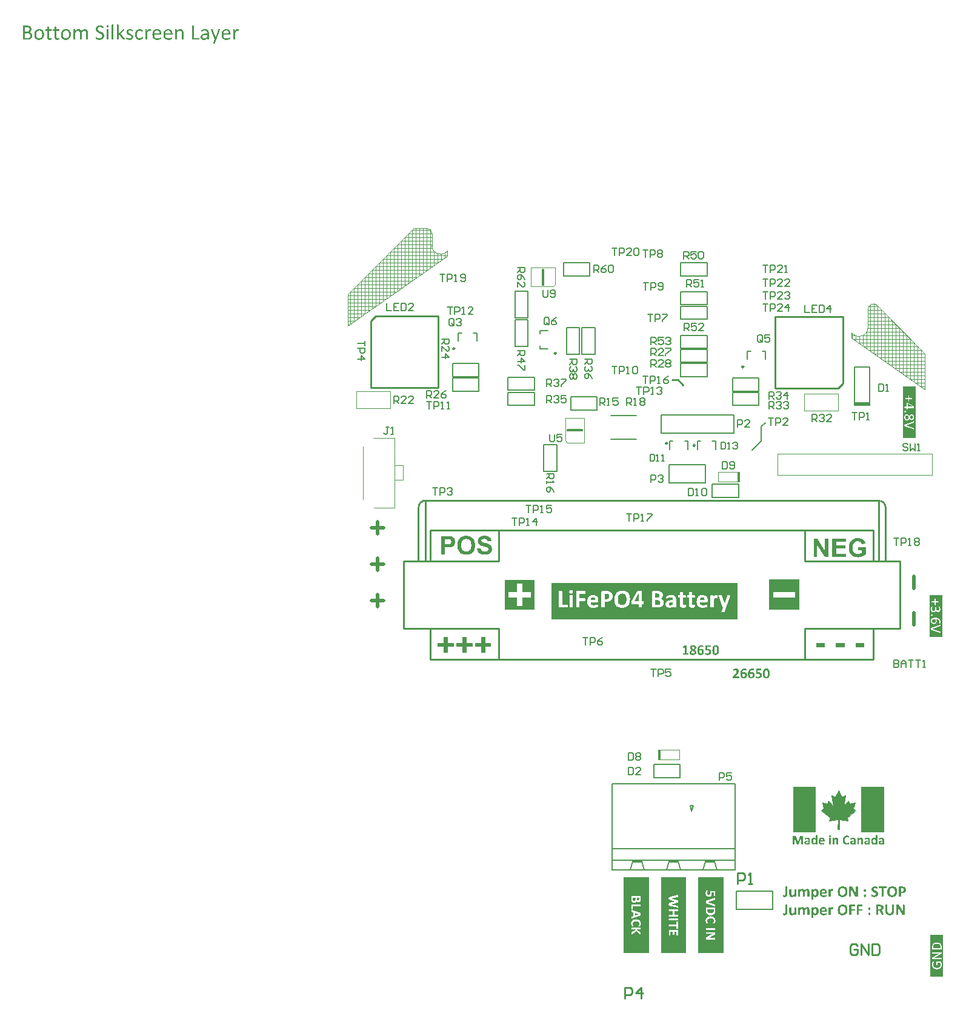
<source format=gbo>
%FSLAX23Y23*%
%MOIN*%
G70*
G01*
G75*
G04 Layer_Color=32896*
%ADD10C,0.008*%
%ADD11R,0.014X0.067*%
%ADD12R,0.014X0.035*%
%ADD13R,0.024X0.045*%
%ADD14R,0.020X0.049*%
%ADD15R,0.040X0.040*%
%ADD16R,0.050X0.040*%
%ADD17O,0.024X0.073*%
%ADD18R,0.057X0.016*%
%ADD19R,0.037X0.039*%
%ADD20R,0.055X0.138*%
%ADD21R,0.051X0.108*%
%ADD22R,0.059X0.057*%
%ADD23R,0.045X0.043*%
%ADD24R,0.055X0.035*%
%ADD25R,0.055X0.087*%
%ADD26R,0.066X0.124*%
%ADD27R,0.060X0.124*%
%ADD28R,0.028X0.035*%
%ADD29O,0.028X0.010*%
%ADD30R,0.020X0.020*%
%ADD31R,0.024X0.024*%
%ADD32R,0.059X0.169*%
G04:AMPARAMS|DCode=33|XSize=65mil|YSize=220mil|CornerRadius=16mil|HoleSize=0mil|Usage=FLASHONLY|Rotation=180.000|XOffset=0mil|YOffset=0mil|HoleType=Round|Shape=RoundedRectangle|*
%AMROUNDEDRECTD33*
21,1,0.065,0.188,0,0,180.0*
21,1,0.033,0.220,0,0,180.0*
1,1,0.033,-0.016,0.094*
1,1,0.033,0.016,0.094*
1,1,0.033,0.016,-0.094*
1,1,0.033,-0.016,-0.094*
%
%ADD33ROUNDEDRECTD33*%
G04:AMPARAMS|DCode=34|XSize=65mil|YSize=200mil|CornerRadius=16mil|HoleSize=0mil|Usage=FLASHONLY|Rotation=180.000|XOffset=0mil|YOffset=0mil|HoleType=Round|Shape=RoundedRectangle|*
%AMROUNDEDRECTD34*
21,1,0.065,0.168,0,0,180.0*
21,1,0.033,0.200,0,0,180.0*
1,1,0.033,-0.016,0.084*
1,1,0.033,0.016,0.084*
1,1,0.033,0.016,-0.084*
1,1,0.033,-0.016,-0.084*
%
%ADD34ROUNDEDRECTD34*%
%ADD35R,0.071X0.071*%
%ADD36O,0.010X0.031*%
%ADD37O,0.031X0.010*%
%ADD38R,0.043X0.045*%
%ADD39R,0.051X0.033*%
%ADD40R,0.033X0.051*%
%ADD41R,0.043X0.069*%
%ADD42R,0.069X0.043*%
%ADD43R,0.057X0.059*%
%ADD44R,0.124X0.060*%
%ADD45R,0.016X0.024*%
%ADD46C,0.012*%
%ADD47C,0.010*%
%ADD48C,0.025*%
%ADD49C,0.015*%
%ADD50C,0.020*%
%ADD51C,0.050*%
%ADD52C,0.030*%
%ADD53C,0.040*%
%ADD54C,0.050*%
G04:AMPARAMS|DCode=55|XSize=354mil|YSize=79mil|CornerRadius=20mil|HoleSize=0mil|Usage=FLASHONLY|Rotation=270.000|XOffset=0mil|YOffset=0mil|HoleType=Round|Shape=RoundedRectangle|*
%AMROUNDEDRECTD55*
21,1,0.354,0.039,0,0,270.0*
21,1,0.315,0.079,0,0,270.0*
1,1,0.039,-0.020,-0.157*
1,1,0.039,-0.020,0.157*
1,1,0.039,0.020,0.157*
1,1,0.039,0.020,-0.157*
%
%ADD55ROUNDEDRECTD55*%
G04:AMPARAMS|DCode=56|XSize=394mil|YSize=79mil|CornerRadius=20mil|HoleSize=0mil|Usage=FLASHONLY|Rotation=270.000|XOffset=0mil|YOffset=0mil|HoleType=Round|Shape=RoundedRectangle|*
%AMROUNDEDRECTD56*
21,1,0.394,0.039,0,0,270.0*
21,1,0.354,0.079,0,0,270.0*
1,1,0.039,-0.020,-0.177*
1,1,0.039,-0.020,0.177*
1,1,0.039,0.020,0.177*
1,1,0.039,0.020,-0.177*
%
%ADD56ROUNDEDRECTD56*%
%ADD57C,0.090*%
%ADD58C,0.157*%
%ADD59O,0.075X0.150*%
%ADD60R,0.050X0.050*%
%ADD61C,0.059*%
%ADD62R,0.059X0.059*%
%ADD63C,0.060*%
%ADD64R,0.060X0.060*%
%ADD65C,0.052*%
%ADD66C,0.125*%
%ADD67O,0.173X0.059*%
%ADD68O,0.070X0.125*%
%ADD69R,0.079X0.335*%
%ADD70O,0.276X0.079*%
%ADD71C,0.028*%
%ADD72C,0.030*%
%ADD73C,0.040*%
%ADD74C,0.024*%
%ADD75C,0.080*%
%ADD76C,0.100*%
%ADD77C,0.060*%
%ADD78C,0.070*%
G04:AMPARAMS|DCode=79|XSize=90mil|YSize=90mil|CornerRadius=0mil|HoleSize=0mil|Usage=FLASHONLY|Rotation=0.000|XOffset=0mil|YOffset=0mil|HoleType=Round|Shape=Relief|Width=20mil|Gap=10mil|Entries=4|*
%AMTHD79*
7,0,0,0.090,0.070,0.020,45*
%
%ADD79THD79*%
%AMTHOVALD80*
21,1,0.267,0.088,0,0,270.0*
1,1,0.088,0.000,0.134*
1,1,0.088,0.000,-0.134*
21,0,0.267,0.068,0,0,270.0*
1,0,0.068,0.000,0.134*
1,0,0.068,0.000,-0.134*
4,0,4,-0.007,0.127,-0.038,0.158,-0.024,0.172,0.007,0.141,-0.007,0.127,0.0*
4,0,4,-0.007,-0.141,0.024,-0.172,0.038,-0.158,0.007,-0.127,-0.007,-0.141,0.0*
4,0,4,-0.007,0.141,0.024,0.172,0.038,0.158,0.007,0.127,-0.007,0.141,0.0*
4,0,4,-0.007,-0.127,-0.038,-0.158,-0.024,-0.172,0.007,-0.141,-0.007,-0.127,0.0*
%
%ADD80THOVALD80*%

%ADD81O,0.068X0.335*%
G04:AMPARAMS|DCode=82|XSize=117mil|YSize=117mil|CornerRadius=0mil|HoleSize=0mil|Usage=FLASHONLY|Rotation=0.000|XOffset=0mil|YOffset=0mil|HoleType=Round|Shape=Relief|Width=20mil|Gap=10mil|Entries=4|*
%AMTHD82*
7,0,0,0.117,0.097,0.020,45*
%
%ADD82THD82*%
%ADD83C,0.097*%
G04:AMPARAMS|DCode=84|XSize=210mil|YSize=210mil|CornerRadius=0mil|HoleSize=0mil|Usage=FLASHONLY|Rotation=0.000|XOffset=0mil|YOffset=0mil|HoleType=Round|Shape=Relief|Width=20mil|Gap=10mil|Entries=4|*
%AMTHD84*
7,0,0,0.210,0.190,0.020,45*
%
%ADD84THD84*%
%ADD85O,0.115X0.190*%
G04:AMPARAMS|DCode=86|XSize=95.433mil|YSize=95.433mil|CornerRadius=0mil|HoleSize=0mil|Usage=FLASHONLY|Rotation=0.000|XOffset=0mil|YOffset=0mil|HoleType=Round|Shape=Relief|Width=20mil|Gap=10mil|Entries=4|*
%AMTHD86*
7,0,0,0.095,0.075,0.020,45*
%
%ADD86THD86*%
%ADD87C,0.075*%
G04:AMPARAMS|DCode=88|XSize=102.126mil|YSize=102.126mil|CornerRadius=0mil|HoleSize=0mil|Usage=FLASHONLY|Rotation=0.000|XOffset=0mil|YOffset=0mil|HoleType=Round|Shape=Relief|Width=20mil|Gap=10mil|Entries=4|*
%AMTHD88*
7,0,0,0.102,0.082,0.020,45*
%
%ADD88THD88*%
%ADD89C,0.082*%
%ADD90C,0.092*%
%ADD91C,0.112*%
%ADD92O,0.215X0.110*%
%ADD93O,0.068X0.112*%
%ADD94O,0.068X0.365*%
G04:AMPARAMS|DCode=95|XSize=132mil|YSize=132mil|CornerRadius=0mil|HoleSize=0mil|Usage=FLASHONLY|Rotation=0.000|XOffset=0mil|YOffset=0mil|HoleType=Round|Shape=Relief|Width=20mil|Gap=10mil|Entries=4|*
%AMTHD95*
7,0,0,0.132,0.112,0.020,45*
%
%ADD95THD95*%
%AMTHOVALD96*
21,1,0.044,0.088,0,0,270.0*
1,1,0.088,0.000,0.022*
1,1,0.088,0.000,-0.022*
21,0,0.044,0.068,0,0,270.0*
1,0,0.068,0.000,0.022*
1,0,0.068,0.000,-0.022*
4,0,4,-0.007,0.015,-0.038,0.046,-0.024,0.060,0.007,0.029,-0.007,0.015,0.0*
4,0,4,-0.007,-0.029,0.024,-0.060,0.038,-0.046,0.007,-0.015,-0.007,-0.029,0.0*
4,0,4,-0.007,0.029,0.024,0.060,0.038,0.046,0.007,0.015,-0.007,0.029,0.0*
4,0,4,-0.007,-0.015,-0.038,-0.046,-0.024,-0.060,0.007,-0.029,-0.007,-0.015,0.0*
%
%ADD96THOVALD96*%

%AMTHOVALD97*
21,1,0.297,0.088,0,0,270.0*
1,1,0.088,0.000,0.148*
1,1,0.088,0.000,-0.148*
21,0,0.297,0.068,0,0,270.0*
1,0,0.068,0.000,0.148*
1,0,0.068,0.000,-0.148*
4,0,4,-0.007,0.141,-0.038,0.172,-0.024,0.187,0.007,0.155,-0.007,0.141,0.0*
4,0,4,-0.007,-0.155,0.024,-0.187,0.038,-0.172,0.007,-0.141,-0.007,-0.155,0.0*
4,0,4,-0.007,0.155,0.024,0.187,0.038,0.172,0.007,0.141,-0.007,0.155,0.0*
4,0,4,-0.007,-0.141,-0.038,-0.172,-0.024,-0.187,0.007,-0.155,-0.007,-0.141,0.0*
%
%ADD97THOVALD97*%

%ADD98O,0.316X0.119*%
G04:AMPARAMS|DCode=99|XSize=88mil|YSize=88mil|CornerRadius=0mil|HoleSize=0mil|Usage=FLASHONLY|Rotation=0.000|XOffset=0mil|YOffset=0mil|HoleType=Round|Shape=Relief|Width=20mil|Gap=10mil|Entries=4|*
%AMTHD99*
7,0,0,0.088,0.068,0.020,45*
%
%ADD99THD99*%
G04:AMPARAMS|DCode=100|XSize=71mil|YSize=71mil|CornerRadius=0mil|HoleSize=0mil|Usage=FLASHONLY|Rotation=0.000|XOffset=0mil|YOffset=0mil|HoleType=Round|Shape=Relief|Width=20mil|Gap=10mil|Entries=4|*
%AMTHD100*
7,0,0,0.071,0.051,0.020,45*
%
%ADD100THD100*%
%ADD101C,0.052*%
G04:AMPARAMS|DCode=102|XSize=72mil|YSize=72mil|CornerRadius=0mil|HoleSize=0mil|Usage=FLASHONLY|Rotation=0.000|XOffset=0mil|YOffset=0mil|HoleType=Round|Shape=Relief|Width=20mil|Gap=10mil|Entries=4|*
%AMTHD102*
7,0,0,0.072,0.052,0.020,45*
%
%ADD102THD102*%
%ADD103C,0.051*%
%ADD104C,0.068*%
G04:AMPARAMS|DCode=105|XSize=80mil|YSize=80mil|CornerRadius=0mil|HoleSize=0mil|Usage=FLASHONLY|Rotation=0.000|XOffset=0mil|YOffset=0mil|HoleType=Round|Shape=Relief|Width=20mil|Gap=10mil|Entries=4|*
%AMTHD105*
7,0,0,0.080,0.060,0.020,45*
%
%ADD105THD105*%
G04:AMPARAMS|DCode=106|XSize=84mil|YSize=84mil|CornerRadius=0mil|HoleSize=0mil|Usage=FLASHONLY|Rotation=0.000|XOffset=0mil|YOffset=0mil|HoleType=Round|Shape=Relief|Width=20mil|Gap=10mil|Entries=4|*
%AMTHD106*
7,0,0,0.084,0.064,0.020,45*
%
%ADD106THD106*%
%ADD107C,0.190*%
%AMTHOVALD108*
21,1,0.044,0.088,0,0,450.0*
1,1,0.088,0.000,-0.022*
1,1,0.088,0.000,0.022*
21,0,0.044,0.068,0,0,450.0*
1,0,0.068,0.000,-0.022*
1,0,0.068,0.000,0.022*
4,0,4,0.007,-0.015,0.038,-0.046,0.024,-0.060,-0.007,-0.029,0.007,-0.015,0.0*
4,0,4,0.007,0.029,-0.024,0.060,-0.038,0.046,-0.007,0.015,0.007,0.029,0.0*
4,0,4,0.007,-0.029,-0.024,-0.060,-0.038,-0.046,-0.007,-0.015,0.007,-0.029,0.0*
4,0,4,0.007,0.015,0.038,0.046,0.024,0.060,-0.007,0.029,0.007,0.015,0.0*
%
%ADD108THOVALD108*%

%ADD109C,0.064*%
%ADD110R,0.024X0.016*%
%ADD111R,0.092X0.051*%
%ADD112R,0.035X0.014*%
%ADD113C,0.024*%
%ADD114C,0.010*%
%ADD115C,0.005*%
%ADD116C,0.008*%
%ADD117C,0.004*%
%ADD118C,0.004*%
%ADD119C,0.007*%
%ADD120C,0.002*%
%ADD121C,0.001*%
%ADD122R,0.022X0.075*%
%ADD123R,0.022X0.043*%
%ADD124R,0.032X0.053*%
%ADD125R,0.028X0.057*%
%ADD126R,0.048X0.048*%
%ADD127R,0.058X0.048*%
%ADD128O,0.032X0.081*%
%ADD129R,0.065X0.024*%
%ADD130R,0.045X0.047*%
%ADD131R,0.063X0.146*%
%ADD132R,0.059X0.116*%
%ADD133R,0.067X0.065*%
%ADD134R,0.053X0.051*%
%ADD135R,0.063X0.043*%
%ADD136R,0.063X0.095*%
%ADD137R,0.074X0.132*%
%ADD138R,0.068X0.132*%
%ADD139R,0.036X0.043*%
%ADD140O,0.036X0.018*%
%ADD141R,0.032X0.032*%
%ADD142R,0.067X0.177*%
G04:AMPARAMS|DCode=143|XSize=73mil|YSize=228mil|CornerRadius=20mil|HoleSize=0mil|Usage=FLASHONLY|Rotation=180.000|XOffset=0mil|YOffset=0mil|HoleType=Round|Shape=RoundedRectangle|*
%AMROUNDEDRECTD143*
21,1,0.073,0.188,0,0,180.0*
21,1,0.033,0.228,0,0,180.0*
1,1,0.041,-0.016,0.094*
1,1,0.041,0.016,0.094*
1,1,0.041,0.016,-0.094*
1,1,0.041,-0.016,-0.094*
%
%ADD143ROUNDEDRECTD143*%
G04:AMPARAMS|DCode=144|XSize=73mil|YSize=208mil|CornerRadius=20mil|HoleSize=0mil|Usage=FLASHONLY|Rotation=180.000|XOffset=0mil|YOffset=0mil|HoleType=Round|Shape=RoundedRectangle|*
%AMROUNDEDRECTD144*
21,1,0.073,0.168,0,0,180.0*
21,1,0.033,0.208,0,0,180.0*
1,1,0.041,-0.016,0.084*
1,1,0.041,0.016,0.084*
1,1,0.041,0.016,-0.084*
1,1,0.041,-0.016,-0.084*
%
%ADD144ROUNDEDRECTD144*%
%ADD145R,0.079X0.079*%
%ADD146O,0.018X0.039*%
%ADD147O,0.039X0.018*%
%ADD148R,0.051X0.053*%
%ADD149R,0.059X0.041*%
%ADD150R,0.041X0.059*%
%ADD151R,0.051X0.077*%
%ADD152R,0.077X0.051*%
%ADD153R,0.065X0.067*%
%ADD154R,0.132X0.068*%
%ADD155R,0.024X0.032*%
%ADD156C,0.058*%
G04:AMPARAMS|DCode=157|XSize=362mil|YSize=87mil|CornerRadius=24mil|HoleSize=0mil|Usage=FLASHONLY|Rotation=270.000|XOffset=0mil|YOffset=0mil|HoleType=Round|Shape=RoundedRectangle|*
%AMROUNDEDRECTD157*
21,1,0.362,0.039,0,0,270.0*
21,1,0.315,0.087,0,0,270.0*
1,1,0.047,-0.020,-0.157*
1,1,0.047,-0.020,0.157*
1,1,0.047,0.020,0.157*
1,1,0.047,0.020,-0.157*
%
%ADD157ROUNDEDRECTD157*%
G04:AMPARAMS|DCode=158|XSize=402mil|YSize=87mil|CornerRadius=24mil|HoleSize=0mil|Usage=FLASHONLY|Rotation=270.000|XOffset=0mil|YOffset=0mil|HoleType=Round|Shape=RoundedRectangle|*
%AMROUNDEDRECTD158*
21,1,0.402,0.039,0,0,270.0*
21,1,0.354,0.087,0,0,270.0*
1,1,0.047,-0.020,-0.177*
1,1,0.047,-0.020,0.177*
1,1,0.047,0.020,0.177*
1,1,0.047,0.020,-0.177*
%
%ADD158ROUNDEDRECTD158*%
%ADD159C,0.098*%
%ADD160C,0.165*%
%ADD161O,0.083X0.158*%
%ADD162R,0.058X0.058*%
%ADD163C,0.067*%
%ADD164R,0.067X0.067*%
%ADD165C,0.103*%
%ADD166R,0.068X0.068*%
%ADD167C,0.060*%
%ADD168C,0.133*%
%ADD169O,0.181X0.067*%
%ADD170O,0.078X0.133*%
%ADD171R,0.087X0.343*%
%ADD172O,0.284X0.087*%
%ADD173C,0.036*%
%ADD174R,0.032X0.024*%
%ADD175R,0.100X0.059*%
%ADD176R,0.043X0.022*%
%ADD177C,0.006*%
G36*
X7045Y5638D02*
X7043Y5638D01*
X7041Y5637D01*
X7039Y5637D01*
X7037Y5637D01*
X7036Y5636D01*
X7036Y5636D01*
X7035Y5636D01*
X7034Y5635D01*
X7032Y5634D01*
X7030Y5633D01*
X7029Y5632D01*
X7028Y5631D01*
X7027Y5630D01*
X7027Y5630D01*
X7027Y5630D01*
X7026Y5628D01*
X7025Y5626D01*
X7024Y5625D01*
X7023Y5623D01*
X7022Y5622D01*
X7022Y5621D01*
X7022Y5620D01*
X7022Y5620D01*
X7021Y5618D01*
X7021Y5616D01*
X7020Y5614D01*
X7020Y5612D01*
X7020Y5610D01*
X7020Y5609D01*
Y5608D01*
Y5608D01*
Y5608D01*
X7020Y5605D01*
X7020Y5603D01*
X7021Y5601D01*
X7021Y5599D01*
X7021Y5598D01*
X7021Y5597D01*
X7022Y5596D01*
Y5596D01*
X7022Y5594D01*
X7023Y5592D01*
X7024Y5590D01*
X7025Y5589D01*
X7025Y5588D01*
X7026Y5587D01*
X7026Y5587D01*
X7026Y5587D01*
X7028Y5585D01*
X7029Y5584D01*
X7031Y5583D01*
X7032Y5582D01*
X7033Y5582D01*
X7034Y5581D01*
X7034Y5581D01*
X7035Y5581D01*
X7037Y5580D01*
X7039Y5580D01*
X7041Y5579D01*
X7042Y5579D01*
X7044Y5579D01*
X7045Y5579D01*
X7046D01*
X7049Y5579D01*
X7051Y5579D01*
X7053Y5580D01*
X7055Y5580D01*
X7056Y5580D01*
X7057Y5581D01*
X7058Y5581D01*
X7058Y5581D01*
X7060Y5582D01*
X7062Y5583D01*
X7063Y5584D01*
X7065Y5585D01*
X7066Y5586D01*
X7066Y5587D01*
X7067Y5587D01*
X7067Y5587D01*
X7068Y5589D01*
X7069Y5591D01*
X7070Y5592D01*
X7071Y5594D01*
X7071Y5595D01*
X7072Y5596D01*
X7072Y5597D01*
X7072Y5597D01*
X7073Y5599D01*
X7073Y5601D01*
X7074Y5603D01*
X7074Y5605D01*
X7074Y5607D01*
X7074Y5608D01*
Y5609D01*
Y5609D01*
Y5609D01*
Y5612D01*
X7074Y5614D01*
X7073Y5616D01*
X7073Y5618D01*
X7073Y5619D01*
X7073Y5620D01*
X7072Y5621D01*
X7072Y5621D01*
X7072Y5623D01*
X7071Y5625D01*
X7070Y5626D01*
X7069Y5628D01*
X7068Y5629D01*
X7068Y5630D01*
X7067Y5630D01*
X7067Y5630D01*
X7066Y5632D01*
X7065Y5633D01*
X7063Y5634D01*
X7062Y5635D01*
X7061Y5635D01*
X7060Y5636D01*
X7059Y5636D01*
X7059Y5636D01*
X7057Y5637D01*
X7055Y5637D01*
X7053Y5638D01*
X7051Y5638D01*
X7050Y5638D01*
X7049Y5638D01*
X7047D01*
X7045Y5638D01*
D02*
G37*
G36*
X7231Y5658D02*
X7230Y5658D01*
X7228Y5658D01*
X7227Y5658D01*
X7226Y5658D01*
X7226Y5657D01*
X7226D01*
X7224Y5657D01*
X7223Y5656D01*
X7221Y5655D01*
X7220Y5655D01*
X7219Y5654D01*
X7219Y5654D01*
X7218Y5653D01*
X7218Y5653D01*
X7216Y5651D01*
X7215Y5650D01*
X7214Y5649D01*
X7214Y5648D01*
X7213Y5648D01*
X7213Y5647D01*
X7213Y5647D01*
X7213Y5646D01*
X7212Y5644D01*
X7212Y5643D01*
X7212Y5641D01*
X7212Y5640D01*
X7212Y5639D01*
Y5639D01*
Y5638D01*
X7212Y5637D01*
X7212Y5635D01*
X7212Y5634D01*
X7212Y5632D01*
X7213Y5631D01*
X7213Y5631D01*
X7213Y5630D01*
Y5630D01*
X7214Y5628D01*
X7215Y5627D01*
X7216Y5626D01*
X7216Y5625D01*
X7217Y5625D01*
X7217Y5624D01*
X7217Y5624D01*
X7219Y5622D01*
X7221Y5621D01*
X7221Y5621D01*
X7222Y5620D01*
X7222Y5620D01*
X7223Y5620D01*
X7225Y5619D01*
X7226Y5618D01*
X7227Y5617D01*
X7228Y5617D01*
X7228Y5617D01*
X7229Y5617D01*
X7229Y5617D01*
X7231Y5615D01*
X7232Y5615D01*
X7233Y5614D01*
X7234Y5614D01*
X7235Y5614D01*
X7235Y5614D01*
X7235Y5613D01*
X7238Y5612D01*
X7239Y5612D01*
X7239Y5611D01*
X7240Y5611D01*
X7241Y5611D01*
X7241Y5610D01*
X7241Y5610D01*
X7243Y5609D01*
X7244Y5608D01*
X7244Y5607D01*
X7245Y5607D01*
X7245Y5606D01*
Y5606D01*
X7246Y5605D01*
X7246Y5604D01*
X7246Y5602D01*
Y5602D01*
X7247Y5601D01*
Y5601D01*
Y5601D01*
X7246Y5598D01*
X7246Y5597D01*
X7246Y5597D01*
X7246Y5596D01*
X7246Y5596D01*
X7245Y5595D01*
Y5595D01*
X7244Y5593D01*
X7243Y5592D01*
X7243Y5591D01*
X7242Y5591D01*
X7242Y5591D01*
X7241Y5590D01*
X7239Y5589D01*
X7238Y5589D01*
X7238Y5589D01*
X7238Y5589D01*
X7238D01*
X7235Y5588D01*
X7233Y5588D01*
X7233Y5588D01*
X7230D01*
X7228Y5588D01*
X7227Y5588D01*
X7226Y5588D01*
X7225Y5588D01*
X7224Y5589D01*
X7224Y5589D01*
X7223D01*
X7221Y5590D01*
X7220Y5590D01*
X7219Y5590D01*
X7219Y5591D01*
X7218Y5591D01*
X7218Y5591D01*
X7218D01*
X7216Y5592D01*
X7215Y5592D01*
X7214Y5593D01*
X7214Y5593D01*
X7214D01*
X7213Y5594D01*
X7212Y5594D01*
X7212Y5594D01*
X7211D01*
X7211Y5594D01*
X7211Y5594D01*
X7211D01*
X7210Y5593D01*
X7210Y5593D01*
Y5593D01*
X7210Y5593D01*
X7210Y5592D01*
X7210Y5592D01*
Y5592D01*
Y5591D01*
Y5590D01*
Y5590D01*
Y5590D01*
Y5588D01*
X7210Y5587D01*
X7210Y5587D01*
Y5587D01*
X7210Y5586D01*
X7210Y5585D01*
X7211Y5585D01*
X7211Y5585D01*
X7212Y5584D01*
X7212Y5584D01*
X7213Y5583D01*
X7213Y5583D01*
X7213D01*
X7215Y5582D01*
X7216Y5582D01*
X7217Y5582D01*
X7217Y5581D01*
X7218Y5581D01*
X7218D01*
X7220Y5580D01*
X7222Y5580D01*
X7222Y5580D01*
X7223Y5580D01*
X7223Y5580D01*
X7224D01*
X7226Y5579D01*
X7227Y5579D01*
X7228D01*
X7229Y5579D01*
X7233D01*
X7235Y5579D01*
X7237Y5579D01*
X7238Y5580D01*
X7239Y5580D01*
X7240Y5580D01*
X7241Y5580D01*
X7241D01*
X7243Y5581D01*
X7245Y5582D01*
X7246Y5582D01*
X7247Y5583D01*
X7248Y5584D01*
X7249Y5584D01*
X7250Y5585D01*
X7250Y5585D01*
X7251Y5586D01*
X7252Y5587D01*
X7253Y5588D01*
X7254Y5589D01*
X7254Y5590D01*
X7255Y5591D01*
X7255Y5592D01*
X7255Y5592D01*
X7256Y5594D01*
X7257Y5595D01*
X7257Y5597D01*
X7257Y5598D01*
X7257Y5600D01*
X7257Y5601D01*
Y5601D01*
Y5602D01*
Y5603D01*
X7257Y5605D01*
X7257Y5606D01*
X7257Y5607D01*
X7256Y5608D01*
X7256Y5609D01*
X7256Y5610D01*
X7256Y5610D01*
X7255Y5612D01*
X7254Y5613D01*
X7253Y5614D01*
X7253Y5615D01*
X7252Y5615D01*
X7252Y5615D01*
X7252Y5616D01*
X7250Y5617D01*
X7248Y5619D01*
X7247Y5619D01*
X7247Y5620D01*
X7246Y5620D01*
X7246Y5620D01*
X7244Y5621D01*
X7243Y5622D01*
X7242Y5622D01*
X7241Y5623D01*
X7240Y5623D01*
X7240Y5623D01*
X7240D01*
X7237Y5624D01*
X7236Y5625D01*
X7235Y5625D01*
X7234Y5626D01*
X7234Y5626D01*
X7233Y5626D01*
X7233D01*
X7231Y5627D01*
X7230Y5628D01*
X7229Y5628D01*
X7228Y5629D01*
X7228Y5629D01*
X7228Y5629D01*
X7228Y5630D01*
X7226Y5631D01*
X7225Y5632D01*
X7224Y5633D01*
X7224Y5633D01*
X7224Y5634D01*
X7223Y5634D01*
X7223Y5636D01*
X7222Y5637D01*
Y5638D01*
X7222Y5639D01*
Y5639D01*
Y5639D01*
X7222Y5641D01*
X7223Y5642D01*
Y5643D01*
X7223Y5643D01*
X7223Y5643D01*
Y5643D01*
X7223Y5645D01*
X7224Y5646D01*
X7225Y5646D01*
X7225Y5647D01*
X7226Y5648D01*
X7228Y5649D01*
X7228Y5649D01*
X7229Y5649D01*
X7229Y5649D01*
X7229D01*
X7231Y5650D01*
X7233Y5650D01*
X7234Y5650D01*
X7235D01*
X7237Y5650D01*
X7238Y5650D01*
X7239Y5650D01*
X7240Y5649D01*
X7241Y5649D01*
X7241Y5649D01*
X7241D01*
X7243Y5648D01*
X7244Y5648D01*
X7245Y5648D01*
X7245Y5647D01*
X7246Y5647D01*
X7246D01*
X7247Y5646D01*
X7248Y5646D01*
X7249Y5646D01*
X7249Y5645D01*
X7250Y5645D01*
X7251Y5645D01*
X7251Y5645D01*
X7251D01*
X7252Y5645D01*
X7252D01*
X7252Y5645D01*
X7252Y5645D01*
Y5646D01*
X7253Y5646D01*
X7253Y5647D01*
Y5647D01*
X7253Y5648D01*
Y5648D01*
Y5649D01*
Y5649D01*
Y5650D01*
Y5650D01*
X7253Y5651D01*
Y5651D01*
Y5652D01*
X7253Y5652D01*
Y5652D01*
X7252Y5653D01*
X7252Y5653D01*
X7252Y5653D01*
X7252Y5654D01*
X7252Y5654D01*
X7252Y5654D01*
X7251Y5654D01*
X7250Y5655D01*
X7249Y5655D01*
X7249Y5655D01*
X7249D01*
X7248Y5656D01*
X7246Y5656D01*
X7246Y5657D01*
X7245Y5657D01*
X7245Y5657D01*
X7245D01*
X7243Y5657D01*
X7242Y5658D01*
X7241Y5658D01*
X7241D01*
X7240Y5658D01*
X7240D01*
X7238Y5658D01*
X7237Y5659D01*
X7233D01*
X7231Y5658D01*
D02*
G37*
G36*
X7396Y5638D02*
X7395Y5638D01*
X7394Y5637D01*
X7392Y5637D01*
X7392Y5637D01*
X7391Y5637D01*
X7391D01*
X7389Y5636D01*
X7388Y5635D01*
X7387Y5635D01*
X7386Y5634D01*
X7385Y5634D01*
X7385Y5633D01*
X7385Y5633D01*
X7383Y5632D01*
X7382Y5630D01*
X7382Y5629D01*
X7382Y5629D01*
X7381Y5628D01*
Y5628D01*
X7381Y5626D01*
X7380Y5624D01*
X7380Y5623D01*
Y5623D01*
Y5622D01*
Y5622D01*
X7380Y5620D01*
X7381Y5618D01*
X7381Y5618D01*
X7381Y5617D01*
X7381Y5616D01*
X7381Y5616D01*
Y5616D01*
X7382Y5614D01*
X7383Y5613D01*
X7384Y5612D01*
X7384Y5612D01*
X7384Y5612D01*
X7384Y5611D01*
X7386Y5610D01*
X7387Y5609D01*
X7388Y5609D01*
X7388Y5609D01*
X7389Y5608D01*
X7389D01*
X7390Y5607D01*
X7392Y5607D01*
X7393Y5606D01*
X7393Y5606D01*
X7394Y5606D01*
X7394D01*
X7396Y5605D01*
X7397Y5605D01*
X7398Y5604D01*
X7398Y5604D01*
X7399Y5604D01*
X7399D01*
X7400Y5603D01*
X7402Y5603D01*
X7402Y5602D01*
X7403Y5602D01*
X7403Y5602D01*
X7403D01*
X7404Y5601D01*
X7405Y5600D01*
X7406Y5599D01*
X7406Y5599D01*
Y5599D01*
X7407Y5598D01*
X7407Y5597D01*
X7407Y5596D01*
Y5596D01*
Y5596D01*
Y5595D01*
X7407Y5594D01*
X7407Y5593D01*
X7407Y5592D01*
X7406Y5592D01*
Y5592D01*
X7406Y5590D01*
X7405Y5590D01*
X7404Y5589D01*
X7404Y5589D01*
X7404D01*
X7403Y5588D01*
X7402Y5588D01*
X7401Y5587D01*
X7401Y5587D01*
X7400D01*
X7399Y5587D01*
X7398Y5587D01*
X7396D01*
X7394Y5587D01*
X7393Y5587D01*
X7392Y5587D01*
X7391D01*
X7390Y5587D01*
X7390Y5587D01*
X7390D01*
X7388Y5588D01*
X7387Y5589D01*
X7386Y5589D01*
X7386Y5589D01*
X7386Y5589D01*
X7385D01*
X7384Y5590D01*
X7383Y5591D01*
X7383Y5591D01*
X7382Y5591D01*
X7381Y5592D01*
X7381Y5592D01*
X7381Y5592D01*
X7380D01*
X7380Y5592D01*
X7380Y5592D01*
X7380D01*
X7379Y5592D01*
X7379Y5591D01*
X7379Y5591D01*
Y5591D01*
X7379Y5591D01*
Y5590D01*
X7379Y5590D01*
Y5590D01*
Y5589D01*
Y5588D01*
Y5588D01*
Y5588D01*
Y5587D01*
X7379Y5586D01*
X7379Y5585D01*
Y5585D01*
X7379Y5584D01*
X7380Y5584D01*
X7380Y5583D01*
X7380Y5583D01*
X7380Y5583D01*
X7381Y5582D01*
X7382Y5582D01*
X7382Y5582D01*
X7383Y5581D01*
X7384Y5581D01*
X7385Y5581D01*
X7385Y5580D01*
X7386D01*
X7387Y5580D01*
X7389Y5580D01*
X7389Y5580D01*
X7390D01*
X7390Y5579D01*
X7390D01*
X7392Y5579D01*
X7394Y5579D01*
X7395Y5579D01*
X7397D01*
X7399Y5579D01*
X7401Y5579D01*
X7402Y5579D01*
X7403Y5580D01*
X7404Y5580D01*
X7404Y5580D01*
X7404D01*
X7406Y5580D01*
X7407Y5581D01*
X7408Y5582D01*
X7409Y5582D01*
X7410Y5583D01*
X7410Y5583D01*
X7411Y5583D01*
X7411Y5583D01*
X7413Y5585D01*
X7414Y5587D01*
X7415Y5588D01*
X7415Y5588D01*
X7415Y5589D01*
Y5589D01*
X7416Y5590D01*
X7416Y5591D01*
X7417Y5592D01*
X7417Y5594D01*
Y5595D01*
X7417Y5595D01*
Y5596D01*
Y5596D01*
X7417Y5598D01*
X7417Y5600D01*
X7416Y5600D01*
X7416Y5601D01*
X7416Y5602D01*
X7416Y5602D01*
Y5602D01*
X7415Y5604D01*
X7414Y5605D01*
X7413Y5606D01*
X7413Y5606D01*
X7413Y5606D01*
X7413Y5606D01*
X7411Y5608D01*
X7410Y5609D01*
X7409Y5609D01*
X7409Y5609D01*
X7408Y5609D01*
X7408D01*
X7406Y5610D01*
X7405Y5611D01*
X7404Y5611D01*
X7404Y5612D01*
X7403Y5612D01*
X7403D01*
X7401Y5612D01*
X7400Y5613D01*
X7399Y5613D01*
X7399Y5614D01*
X7398Y5614D01*
X7398D01*
X7396Y5614D01*
X7395Y5615D01*
X7394Y5615D01*
X7394Y5616D01*
X7394Y5616D01*
X7394D01*
X7393Y5617D01*
X7392Y5618D01*
X7391Y5618D01*
X7391Y5619D01*
X7390Y5620D01*
X7390Y5621D01*
X7390Y5622D01*
Y5622D01*
Y5622D01*
Y5623D01*
X7390Y5624D01*
X7390Y5625D01*
X7390Y5625D01*
X7390Y5626D01*
X7391Y5627D01*
X7391Y5627D01*
X7392Y5628D01*
X7392Y5628D01*
X7393Y5629D01*
X7394Y5629D01*
X7395Y5630D01*
X7395Y5630D01*
X7395D01*
X7397Y5630D01*
X7398Y5630D01*
X7399Y5631D01*
X7400D01*
X7402Y5630D01*
X7403Y5630D01*
X7404Y5630D01*
X7404Y5630D01*
X7404Y5630D01*
X7405D01*
X7406Y5629D01*
X7407Y5629D01*
X7408Y5628D01*
X7408Y5628D01*
X7409Y5628D01*
X7410Y5627D01*
X7411Y5627D01*
X7411Y5627D01*
X7412Y5627D01*
X7412Y5626D01*
X7412Y5626D01*
X7413D01*
X7413Y5626D01*
X7413D01*
X7413Y5627D01*
X7414Y5627D01*
X7414Y5628D01*
X7414Y5628D01*
Y5628D01*
X7414Y5629D01*
Y5630D01*
Y5630D01*
Y5630D01*
Y5631D01*
Y5631D01*
X7414Y5632D01*
Y5632D01*
X7414Y5633D01*
X7414Y5633D01*
Y5633D01*
X7414Y5633D01*
X7413Y5634D01*
X7413Y5634D01*
X7413Y5634D01*
X7413Y5635D01*
X7413D01*
X7412Y5635D01*
X7412Y5635D01*
X7411Y5636D01*
X7411Y5636D01*
X7410Y5636D01*
X7409Y5636D01*
X7408Y5637D01*
X7408Y5637D01*
X7408D01*
X7407Y5637D01*
X7405Y5637D01*
X7405Y5638D01*
X7404Y5638D01*
X7404D01*
X7402Y5638D01*
X7401Y5638D01*
X7398D01*
X7396Y5638D01*
D02*
G37*
G36*
X7673Y5638D02*
X7672Y5638D01*
X7670Y5637D01*
X7669Y5637D01*
X7668Y5636D01*
X7667Y5636D01*
X7666Y5636D01*
X7666Y5636D01*
X7664Y5635D01*
X7663Y5634D01*
X7661Y5632D01*
X7660Y5631D01*
X7659Y5630D01*
X7658Y5629D01*
X7657Y5629D01*
X7657Y5628D01*
Y5635D01*
X7657Y5636D01*
X7657Y5636D01*
X7657Y5636D01*
X7656Y5637D01*
X7656Y5637D01*
X7656D01*
X7656Y5637D01*
X7655Y5637D01*
X7655Y5637D01*
X7655D01*
X7654Y5637D01*
X7651D01*
X7650Y5637D01*
X7650D01*
X7650Y5637D01*
X7649Y5637D01*
X7649Y5637D01*
X7649D01*
X7649Y5637D01*
X7648Y5636D01*
X7648Y5636D01*
X7648Y5636D01*
Y5636D01*
Y5635D01*
Y5581D01*
X7648Y5581D01*
Y5581D01*
X7649Y5580D01*
X7649Y5580D01*
X7649D01*
X7650Y5580D01*
X7650Y5580D01*
X7650D01*
X7651Y5580D01*
X7654D01*
X7655Y5580D01*
X7655D01*
X7656Y5580D01*
X7656D01*
X7657Y5580D01*
X7657D01*
X7658Y5580D01*
X7658Y5581D01*
X7658Y5581D01*
Y5581D01*
Y5581D01*
Y5619D01*
X7659Y5621D01*
X7661Y5622D01*
X7662Y5624D01*
X7663Y5625D01*
X7664Y5626D01*
X7665Y5626D01*
X7666Y5627D01*
X7666Y5627D01*
X7667Y5628D01*
X7668Y5628D01*
X7670Y5629D01*
X7671Y5629D01*
X7672Y5629D01*
X7673Y5630D01*
X7673D01*
X7675Y5629D01*
X7677Y5629D01*
X7677Y5629D01*
X7678Y5629D01*
X7678Y5628D01*
X7678D01*
X7680Y5627D01*
X7681Y5626D01*
X7682Y5626D01*
X7682Y5625D01*
Y5625D01*
X7683Y5624D01*
X7683Y5622D01*
X7684Y5621D01*
X7684Y5621D01*
X7684Y5621D01*
Y5620D01*
X7684Y5619D01*
X7684Y5618D01*
X7685Y5616D01*
X7685Y5615D01*
Y5614D01*
Y5613D01*
Y5613D01*
Y5581D01*
X7685Y5581D01*
Y5581D01*
X7685Y5580D01*
X7686Y5580D01*
X7686D01*
X7687Y5580D01*
X7687Y5580D01*
X7687D01*
X7688Y5580D01*
X7691D01*
X7691Y5580D01*
X7692D01*
X7693Y5580D01*
X7693D01*
X7693Y5580D01*
X7693D01*
X7694Y5580D01*
X7694Y5581D01*
X7695Y5581D01*
Y5581D01*
Y5581D01*
Y5614D01*
Y5616D01*
X7694Y5618D01*
X7694Y5620D01*
X7694Y5621D01*
X7694Y5623D01*
X7694Y5623D01*
X7693Y5624D01*
Y5624D01*
X7693Y5626D01*
X7692Y5627D01*
X7692Y5628D01*
X7691Y5629D01*
X7691Y5630D01*
X7691Y5631D01*
X7690Y5631D01*
X7690Y5631D01*
X7689Y5632D01*
X7688Y5633D01*
X7687Y5634D01*
X7686Y5635D01*
X7685Y5636D01*
X7685Y5636D01*
X7684Y5636D01*
X7684Y5636D01*
X7683Y5637D01*
X7681Y5637D01*
X7680Y5638D01*
X7678Y5638D01*
X7677Y5638D01*
X7676Y5638D01*
X7675D01*
X7673Y5638D01*
D02*
G37*
G36*
X7990D02*
X7989Y5638D01*
X7988Y5638D01*
X7988Y5638D01*
X7988D01*
X7986Y5637D01*
X7985Y5637D01*
X7985Y5636D01*
X7984Y5636D01*
X7984D01*
X7983Y5635D01*
X7982Y5634D01*
X7981Y5633D01*
X7981Y5633D01*
X7981Y5633D01*
X7979Y5631D01*
X7978Y5629D01*
X7977Y5629D01*
X7977Y5628D01*
X7977Y5628D01*
X7976Y5627D01*
Y5635D01*
X7976Y5636D01*
X7976Y5636D01*
X7976Y5636D01*
X7976Y5637D01*
X7976Y5637D01*
X7976D01*
X7975Y5637D01*
X7975Y5637D01*
X7974Y5637D01*
X7974D01*
X7973Y5637D01*
X7970D01*
X7970Y5637D01*
X7970D01*
X7969Y5637D01*
X7969Y5637D01*
X7969Y5637D01*
X7968D01*
X7968Y5637D01*
X7968Y5636D01*
X7968Y5636D01*
X7968Y5636D01*
Y5636D01*
Y5635D01*
Y5581D01*
X7968Y5581D01*
Y5581D01*
X7968Y5580D01*
X7968Y5580D01*
X7969D01*
X7970Y5580D01*
X7970Y5580D01*
X7970D01*
X7971Y5580D01*
X7973D01*
X7974Y5580D01*
X7975D01*
X7976Y5580D01*
X7976D01*
X7976Y5580D01*
X7976D01*
X7977Y5580D01*
X7977Y5581D01*
X7977Y5581D01*
Y5581D01*
Y5581D01*
Y5617D01*
X7979Y5619D01*
X7980Y5620D01*
X7980Y5621D01*
X7980Y5622D01*
X7981Y5622D01*
X7981Y5622D01*
X7981Y5622D01*
X7982Y5624D01*
X7984Y5625D01*
X7984Y5626D01*
X7985Y5626D01*
X7986Y5627D01*
X7987Y5628D01*
X7987Y5628D01*
X7988Y5628D01*
X7989Y5629D01*
X7990Y5629D01*
X7990Y5629D01*
X7991D01*
X7992Y5629D01*
X7993Y5629D01*
X7993D01*
X7994Y5628D01*
X7994Y5628D01*
X7995Y5628D01*
X7995D01*
X7995Y5628D01*
X7996Y5628D01*
X7996Y5627D01*
X7996D01*
X7997Y5627D01*
X7998D01*
X7998Y5627D01*
X7998Y5627D01*
X7999Y5628D01*
X7999Y5628D01*
Y5628D01*
X7999Y5629D01*
Y5630D01*
Y5630D01*
X7999Y5630D01*
Y5631D01*
Y5632D01*
Y5632D01*
Y5633D01*
Y5633D01*
X7999Y5634D01*
Y5634D01*
Y5635D01*
Y5635D01*
X7999Y5635D01*
Y5635D01*
Y5636D01*
X7999Y5636D01*
X7998Y5636D01*
X7998Y5636D01*
X7998D01*
X7998Y5637D01*
X7997Y5637D01*
X7997Y5637D01*
X7997D01*
X7996Y5637D01*
X7996Y5637D01*
X7995Y5638D01*
X7995D01*
X7994Y5638D01*
X7994Y5638D01*
X7993Y5638D01*
X7993D01*
X7992Y5638D01*
X7991D01*
X7990Y5638D01*
D02*
G37*
G36*
X6898D02*
X6896Y5638D01*
X6894Y5637D01*
X6892Y5637D01*
X6890Y5637D01*
X6889Y5636D01*
X6889Y5636D01*
X6888Y5636D01*
X6887Y5635D01*
X6885Y5634D01*
X6883Y5633D01*
X6882Y5632D01*
X6881Y5631D01*
X6881Y5630D01*
X6880Y5630D01*
X6880Y5630D01*
X6879Y5628D01*
X6878Y5626D01*
X6877Y5625D01*
X6876Y5623D01*
X6875Y5622D01*
X6875Y5621D01*
X6875Y5620D01*
X6875Y5620D01*
X6874Y5618D01*
X6874Y5616D01*
X6873Y5614D01*
X6873Y5612D01*
X6873Y5610D01*
X6873Y5609D01*
Y5608D01*
Y5608D01*
Y5608D01*
X6873Y5605D01*
X6873Y5603D01*
X6874Y5601D01*
X6874Y5599D01*
X6874Y5598D01*
X6874Y5597D01*
X6875Y5596D01*
Y5596D01*
X6875Y5594D01*
X6876Y5592D01*
X6877Y5590D01*
X6878Y5589D01*
X6878Y5588D01*
X6879Y5587D01*
X6879Y5587D01*
X6879Y5587D01*
X6881Y5585D01*
X6882Y5584D01*
X6884Y5583D01*
X6885Y5582D01*
X6886Y5582D01*
X6887Y5581D01*
X6887Y5581D01*
X6888Y5581D01*
X6890Y5580D01*
X6892Y5580D01*
X6894Y5579D01*
X6895Y5579D01*
X6897Y5579D01*
X6898Y5579D01*
X6899D01*
X6902Y5579D01*
X6904Y5579D01*
X6906Y5580D01*
X6908Y5580D01*
X6909Y5580D01*
X6910Y5581D01*
X6911Y5581D01*
X6911Y5581D01*
X6913Y5582D01*
X6915Y5583D01*
X6916Y5584D01*
X6918Y5585D01*
X6919Y5586D01*
X6919Y5587D01*
X6920Y5587D01*
X6920Y5587D01*
X6921Y5589D01*
X6922Y5591D01*
X6923Y5592D01*
X6924Y5594D01*
X6925Y5595D01*
X6925Y5596D01*
X6925Y5597D01*
X6925Y5597D01*
X6926Y5599D01*
X6926Y5601D01*
X6927Y5603D01*
X6927Y5605D01*
X6927Y5607D01*
X6927Y5608D01*
Y5609D01*
Y5609D01*
Y5609D01*
Y5612D01*
X6927Y5614D01*
X6926Y5616D01*
X6926Y5618D01*
X6926Y5619D01*
X6926Y5620D01*
X6925Y5621D01*
X6925Y5621D01*
X6925Y5623D01*
X6924Y5625D01*
X6923Y5626D01*
X6922Y5628D01*
X6921Y5629D01*
X6921Y5630D01*
X6920Y5630D01*
X6920Y5630D01*
X6919Y5632D01*
X6918Y5633D01*
X6916Y5634D01*
X6915Y5635D01*
X6914Y5635D01*
X6913Y5636D01*
X6912Y5636D01*
X6912Y5636D01*
X6910Y5637D01*
X6908Y5637D01*
X6906Y5638D01*
X6904Y5638D01*
X6903Y5638D01*
X6902Y5638D01*
X6900D01*
X6898Y5638D01*
D02*
G37*
G36*
X11441Y911D02*
X11440Y911D01*
X11440Y911D01*
X11440Y911D01*
X11439D01*
X11439Y911D01*
X11438Y910D01*
X11438Y910D01*
X11438Y910D01*
X11437Y909D01*
X11437Y909D01*
X11437Y908D01*
X11437Y908D01*
Y908D01*
X11436Y907D01*
X11436Y906D01*
Y905D01*
Y905D01*
Y905D01*
Y905D01*
Y903D01*
X11436Y902D01*
X11437Y902D01*
Y902D01*
Y902D01*
X11437Y901D01*
X11437Y900D01*
X11438Y900D01*
X11438Y900D01*
X11438Y899D01*
X11439Y899D01*
X11439Y899D01*
X11439Y899D01*
X11440Y898D01*
X11441Y898D01*
X11442D01*
X11444Y898D01*
X11445Y898D01*
X11445Y899D01*
X11445D01*
X11446Y899D01*
X11447Y899D01*
X11447Y900D01*
X11447Y900D01*
X11448Y900D01*
X11448Y901D01*
X11448Y901D01*
X11448Y902D01*
X11449Y903D01*
X11449Y904D01*
Y904D01*
Y904D01*
Y905D01*
Y905D01*
X11449Y906D01*
X11449Y907D01*
X11448Y907D01*
Y908D01*
X11448Y908D01*
Y908D01*
X11448Y909D01*
X11448Y909D01*
X11447Y910D01*
X11447Y910D01*
X11447Y911D01*
X11446Y911D01*
X11446Y911D01*
X11446Y911D01*
X11445D01*
X11445Y911D01*
X11444Y912D01*
X11442D01*
X11441Y911D01*
D02*
G37*
G36*
X10525Y561D02*
X10663D01*
Y977D01*
X10525D01*
Y561D01*
D02*
G37*
G36*
X11030Y912D02*
X11029Y912D01*
X11029D01*
X11028Y912D01*
X11028Y912D01*
X11027Y912D01*
X11027D01*
X11027Y912D01*
X11027Y912D01*
X11026Y912D01*
Y911D01*
X11026Y911D01*
Y911D01*
Y911D01*
Y887D01*
Y885D01*
X11026Y884D01*
X11026Y882D01*
X11027Y881D01*
X11027Y880D01*
X11027Y880D01*
X11027Y879D01*
Y879D01*
X11028Y877D01*
X11028Y876D01*
X11028Y875D01*
X11029Y875D01*
X11029Y874D01*
X11029Y874D01*
X11029Y874D01*
X11031Y872D01*
X11031Y872D01*
X11032Y871D01*
X11033Y871D01*
X11033Y870D01*
X11034Y870D01*
X11034Y870D01*
X11035Y870D01*
X11036Y869D01*
X11037Y869D01*
X11038Y869D01*
X11039Y869D01*
X11040Y869D01*
X11040D01*
X11042Y869D01*
X11043Y869D01*
X11044Y869D01*
X11045Y870D01*
X11046Y870D01*
X11047Y870D01*
X11047Y871D01*
X11047Y871D01*
X11049Y871D01*
X11050Y872D01*
X11051Y873D01*
X11052Y874D01*
X11053Y875D01*
X11054Y875D01*
X11054Y876D01*
X11054Y876D01*
Y871D01*
X11054Y871D01*
X11054Y871D01*
Y871D01*
X11055Y870D01*
X11055Y870D01*
X11055Y870D01*
X11055D01*
X11055Y870D01*
X11056D01*
X11056Y870D01*
X11056D01*
X11057Y870D01*
X11058Y870D01*
X11060D01*
X11060Y870D01*
X11061Y870D01*
X11061D01*
X11062Y870D01*
X11062D01*
X11062Y870D01*
X11062D01*
X11063Y870D01*
X11063Y870D01*
X11063Y871D01*
X11063Y871D01*
X11064Y871D01*
Y871D01*
Y871D01*
Y911D01*
Y911D01*
X11063Y911D01*
X11063Y911D01*
X11063Y911D01*
X11063Y912D01*
X11063Y912D01*
X11062Y912D01*
X11062D01*
X11062Y912D01*
X11061Y912D01*
X11061Y912D01*
X11061D01*
X11060Y912D01*
X11059Y912D01*
X11057D01*
X11056Y912D01*
X11056Y912D01*
X11055D01*
X11055Y912D01*
X11054Y912D01*
X11054Y912D01*
X11054D01*
X11053Y912D01*
X11053Y912D01*
X11053Y912D01*
Y911D01*
X11053Y911D01*
Y911D01*
Y911D01*
Y885D01*
X11052Y884D01*
X11051Y883D01*
X11050Y882D01*
X11049Y881D01*
X11049Y881D01*
X11048Y880D01*
X11048Y880D01*
X11048Y880D01*
X11047Y880D01*
X11046Y879D01*
X11045Y879D01*
X11044Y879D01*
X11044Y879D01*
X11044D01*
X11043Y879D01*
X11042Y879D01*
X11041Y879D01*
X11041Y879D01*
X11041Y879D01*
X11041D01*
X11040Y880D01*
X11039Y880D01*
X11039Y881D01*
X11039Y881D01*
X11038Y882D01*
X11038Y883D01*
X11038Y883D01*
X11038Y884D01*
X11037Y884D01*
Y884D01*
X11037Y885D01*
X11037Y885D01*
X11037Y887D01*
Y888D01*
Y888D01*
Y888D01*
Y889D01*
Y911D01*
Y911D01*
X11037Y911D01*
X11037Y911D01*
X11037Y911D01*
X11037Y912D01*
X11036Y912D01*
X11036Y912D01*
X11036D01*
X11035Y912D01*
X11035Y912D01*
X11034Y912D01*
X11034D01*
X11033Y912D01*
X11032Y912D01*
X11031D01*
X11030Y912D01*
D02*
G37*
G36*
X10115Y561D02*
X10253D01*
Y977D01*
X10115D01*
Y561D01*
D02*
G37*
G36*
X10320D02*
X10458D01*
Y977D01*
X10320D01*
Y561D01*
D02*
G37*
G36*
X11096Y913D02*
X11095Y913D01*
X11094Y913D01*
X11093Y912D01*
X11092Y912D01*
X11091Y912D01*
X11091Y912D01*
X11091Y911D01*
X11089Y911D01*
X11088Y910D01*
X11087Y909D01*
X11086Y908D01*
X11085Y907D01*
X11085Y907D01*
X11084Y906D01*
X11084Y906D01*
Y911D01*
Y911D01*
X11084Y911D01*
X11084Y911D01*
X11084Y911D01*
X11084Y912D01*
X11083Y912D01*
X11083Y912D01*
X11083D01*
X11083Y912D01*
X11082Y912D01*
X11082Y912D01*
X11082D01*
X11081Y912D01*
X11080Y912D01*
X11078D01*
X11078Y912D01*
X11077Y912D01*
X11077D01*
X11077Y912D01*
X11076Y912D01*
X11076Y912D01*
X11076D01*
X11075Y912D01*
X11075Y912D01*
X11075Y912D01*
Y911D01*
X11075Y911D01*
Y911D01*
Y911D01*
Y871D01*
X11075Y871D01*
X11075Y871D01*
Y871D01*
X11075Y870D01*
X11076Y870D01*
X11076Y870D01*
X11076D01*
X11076Y870D01*
X11077D01*
X11077Y870D01*
X11077D01*
X11078Y870D01*
X11079Y870D01*
X11081D01*
X11082Y870D01*
X11083Y870D01*
X11083D01*
X11084Y870D01*
X11084D01*
X11084Y870D01*
X11085D01*
X11085Y870D01*
X11085Y870D01*
X11085Y871D01*
X11085D01*
X11086Y871D01*
X11086Y871D01*
Y871D01*
Y871D01*
Y897D01*
X11087Y899D01*
X11087Y899D01*
X11088Y900D01*
X11089Y901D01*
X11089Y901D01*
X11090Y902D01*
X11090Y902D01*
X11090Y902D01*
X11091Y902D01*
X11092Y903D01*
X11092Y903D01*
X11093Y903D01*
X11093Y903D01*
X11094Y904D01*
X11094D01*
X11095Y903D01*
X11096Y903D01*
X11097Y903D01*
X11097Y903D01*
X11098Y902D01*
X11098Y902D01*
X11099Y901D01*
X11099Y901D01*
Y901D01*
X11099Y900D01*
X11100Y899D01*
X11100Y899D01*
X11100Y899D01*
X11100Y898D01*
Y898D01*
X11100Y897D01*
X11100Y896D01*
Y895D01*
Y895D01*
Y895D01*
Y895D01*
Y871D01*
X11101Y871D01*
X11101Y871D01*
Y871D01*
X11101Y870D01*
X11101Y870D01*
X11101Y870D01*
X11102D01*
X11102Y870D01*
X11103D01*
X11103Y870D01*
X11103D01*
X11104Y870D01*
X11105Y870D01*
X11107D01*
X11108Y870D01*
X11108Y870D01*
X11108D01*
X11109Y870D01*
X11110D01*
X11110Y870D01*
X11110D01*
X11111Y870D01*
X11111Y870D01*
X11111Y871D01*
X11111D01*
X11111Y871D01*
X11111Y871D01*
Y871D01*
Y871D01*
Y897D01*
X11112Y899D01*
X11113Y899D01*
X11114Y900D01*
X11114Y901D01*
X11115Y901D01*
X11116Y902D01*
X11116Y902D01*
X11116Y902D01*
X11117Y902D01*
X11117Y903D01*
X11118Y903D01*
X11119Y903D01*
X11119Y903D01*
X11119Y904D01*
X11120D01*
X11121Y903D01*
X11122Y903D01*
X11122Y903D01*
X11123Y903D01*
X11123Y902D01*
X11124Y902D01*
X11124Y901D01*
X11124Y901D01*
Y901D01*
X11125Y900D01*
X11125Y899D01*
X11125Y899D01*
X11126Y899D01*
X11126Y898D01*
Y898D01*
X11126Y897D01*
X11126Y896D01*
Y895D01*
Y895D01*
Y895D01*
Y895D01*
Y871D01*
X11126Y871D01*
X11126Y871D01*
Y871D01*
X11127Y870D01*
X11127Y870D01*
X11127Y870D01*
X11127D01*
X11128Y870D01*
X11128D01*
X11129Y870D01*
X11129D01*
X11130Y870D01*
X11131Y870D01*
X11133D01*
X11134Y870D01*
X11134Y870D01*
X11134D01*
X11135Y870D01*
X11135D01*
X11136Y870D01*
X11136D01*
X11136Y870D01*
X11137Y870D01*
X11137Y871D01*
X11137D01*
X11137Y871D01*
X11137Y871D01*
Y871D01*
Y871D01*
Y897D01*
X11137Y899D01*
X11137Y900D01*
X11137Y901D01*
X11137Y902D01*
X11136Y902D01*
X11136Y903D01*
Y903D01*
X11136Y904D01*
X11136Y905D01*
X11135Y906D01*
X11135Y907D01*
X11135Y907D01*
X11134Y908D01*
X11134Y908D01*
X11134Y908D01*
X11133Y909D01*
X11133Y910D01*
X11132Y911D01*
X11131Y911D01*
X11131Y911D01*
X11130Y912D01*
X11130Y912D01*
X11130Y912D01*
X11129Y912D01*
X11128Y913D01*
X11126Y913D01*
X11125Y913D01*
X11124Y913D01*
X11124Y913D01*
X11123D01*
X11122Y913D01*
X11121Y913D01*
X11120Y913D01*
X11120Y913D01*
X11120Y913D01*
X11120D01*
X11118Y912D01*
X11117Y912D01*
X11117Y912D01*
X11117Y912D01*
X11117Y911D01*
X11116D01*
X11115Y911D01*
X11114Y910D01*
X11114Y910D01*
X11113Y909D01*
X11113Y909D01*
X11113Y909D01*
X11112Y908D01*
X11111Y907D01*
X11110Y907D01*
X11110Y906D01*
X11110Y906D01*
X11110Y906D01*
X11109Y907D01*
X11108Y908D01*
X11108Y908D01*
X11108Y909D01*
X11108Y909D01*
X11108Y909D01*
X11107Y910D01*
X11106Y911D01*
X11105Y911D01*
X11105Y911D01*
X11105D01*
X11104Y912D01*
X11103Y912D01*
X11102Y912D01*
X11102Y913D01*
X11102Y913D01*
X11102D01*
X11100Y913D01*
X11099Y913D01*
X11098Y913D01*
X11097D01*
X11096Y913D01*
D02*
G37*
G36*
X7505Y5638D02*
X7504Y5638D01*
X7503Y5638D01*
X7503Y5638D01*
X7503D01*
X7502Y5637D01*
X7501Y5637D01*
X7500Y5636D01*
X7500Y5636D01*
X7500D01*
X7498Y5635D01*
X7497Y5634D01*
X7496Y5633D01*
X7496Y5633D01*
X7496Y5633D01*
X7495Y5631D01*
X7493Y5629D01*
X7493Y5629D01*
X7492Y5628D01*
X7492Y5628D01*
X7492Y5627D01*
Y5635D01*
X7492Y5636D01*
X7492Y5636D01*
X7492Y5636D01*
X7491Y5637D01*
X7491Y5637D01*
X7491D01*
X7491Y5637D01*
X7490Y5637D01*
X7490Y5637D01*
X7490D01*
X7489Y5637D01*
X7486D01*
X7485Y5637D01*
X7485D01*
X7485Y5637D01*
X7484Y5637D01*
X7484Y5637D01*
X7484D01*
X7484Y5637D01*
X7483Y5636D01*
X7483Y5636D01*
X7483Y5636D01*
Y5636D01*
Y5635D01*
Y5581D01*
X7483Y5581D01*
Y5581D01*
X7484Y5580D01*
X7484Y5580D01*
X7484D01*
X7485Y5580D01*
X7485Y5580D01*
X7485D01*
X7486Y5580D01*
X7489D01*
X7490Y5580D01*
X7490D01*
X7491Y5580D01*
X7491D01*
X7492Y5580D01*
X7492D01*
X7492Y5580D01*
X7493Y5581D01*
X7493Y5581D01*
Y5581D01*
Y5581D01*
Y5617D01*
X7494Y5619D01*
X7495Y5620D01*
X7496Y5621D01*
X7496Y5622D01*
X7496Y5622D01*
X7497Y5622D01*
X7497Y5622D01*
X7498Y5624D01*
X7499Y5625D01*
X7500Y5626D01*
X7500Y5626D01*
X7501Y5627D01*
X7502Y5628D01*
X7503Y5628D01*
X7503Y5628D01*
X7504Y5629D01*
X7505Y5629D01*
X7506Y5629D01*
X7507D01*
X7508Y5629D01*
X7508Y5629D01*
X7508D01*
X7509Y5628D01*
X7510Y5628D01*
X7510Y5628D01*
X7510D01*
X7511Y5628D01*
X7511Y5628D01*
X7512Y5627D01*
X7512D01*
X7513Y5627D01*
X7513D01*
X7514Y5627D01*
X7514Y5627D01*
X7514Y5628D01*
X7514Y5628D01*
Y5628D01*
X7514Y5629D01*
Y5630D01*
Y5630D01*
X7515Y5630D01*
Y5631D01*
Y5632D01*
Y5632D01*
Y5633D01*
Y5633D01*
X7514Y5634D01*
Y5634D01*
Y5635D01*
Y5635D01*
X7514Y5635D01*
Y5635D01*
Y5636D01*
X7514Y5636D01*
X7514Y5636D01*
X7514Y5636D01*
X7514D01*
X7513Y5637D01*
X7513Y5637D01*
X7512Y5637D01*
X7512D01*
X7512Y5637D01*
X7511Y5637D01*
X7511Y5638D01*
X7510D01*
X7510Y5638D01*
X7509Y5638D01*
X7509Y5638D01*
X7508D01*
X7508Y5638D01*
X7507D01*
X7505Y5638D01*
D02*
G37*
G36*
X11465Y811D02*
X11464Y811D01*
X11463Y811D01*
X11463Y811D01*
X11463D01*
X11462Y811D01*
X11461Y810D01*
X11461Y810D01*
X11461Y810D01*
X11461Y809D01*
X11460Y809D01*
X11460Y808D01*
X11460Y808D01*
Y808D01*
X11460Y807D01*
X11460Y806D01*
Y805D01*
Y805D01*
Y805D01*
Y805D01*
Y803D01*
X11460Y802D01*
X11460Y802D01*
Y802D01*
Y802D01*
X11460Y801D01*
X11461Y800D01*
X11461Y800D01*
X11461Y800D01*
X11462Y799D01*
X11462Y799D01*
X11463Y799D01*
X11463Y799D01*
X11464Y798D01*
X11465Y798D01*
X11466D01*
X11467Y798D01*
X11468Y798D01*
X11469Y799D01*
X11469D01*
X11470Y799D01*
X11470Y799D01*
X11471Y800D01*
X11471Y800D01*
X11471Y800D01*
X11472Y801D01*
X11472Y801D01*
X11472Y802D01*
X11472Y803D01*
X11472Y804D01*
Y804D01*
Y804D01*
Y805D01*
Y805D01*
X11472Y806D01*
X11472Y807D01*
X11472Y807D01*
Y808D01*
X11472Y808D01*
Y808D01*
X11471Y809D01*
X11471Y809D01*
X11471Y810D01*
X11471Y810D01*
X11470Y811D01*
X11469Y811D01*
X11469Y811D01*
X11469Y811D01*
X11469D01*
X11468Y811D01*
X11467Y812D01*
X11466D01*
X11465Y811D01*
D02*
G37*
G36*
X7546Y5638D02*
X7544Y5638D01*
X7542Y5637D01*
X7541Y5637D01*
X7539Y5637D01*
X7538Y5636D01*
X7538Y5636D01*
X7537Y5636D01*
X7536Y5635D01*
X7534Y5634D01*
X7533Y5633D01*
X7531Y5632D01*
X7531Y5631D01*
X7530Y5631D01*
X7529Y5630D01*
X7529Y5630D01*
X7528Y5629D01*
X7527Y5627D01*
X7526Y5625D01*
X7525Y5624D01*
X7525Y5623D01*
X7524Y5622D01*
X7524Y5621D01*
X7524Y5621D01*
X7523Y5619D01*
X7523Y5616D01*
X7523Y5614D01*
X7523Y5612D01*
X7522Y5611D01*
X7522Y5609D01*
Y5608D01*
Y5608D01*
Y5608D01*
X7522Y5606D01*
X7523Y5603D01*
X7523Y5601D01*
X7523Y5599D01*
X7523Y5597D01*
X7524Y5596D01*
X7524Y5596D01*
Y5595D01*
X7525Y5593D01*
X7526Y5592D01*
X7526Y5590D01*
X7527Y5589D01*
X7528Y5588D01*
X7529Y5587D01*
X7529Y5586D01*
X7529Y5586D01*
X7531Y5585D01*
X7532Y5584D01*
X7533Y5583D01*
X7535Y5582D01*
X7536Y5582D01*
X7537Y5581D01*
X7537Y5581D01*
X7538Y5581D01*
X7540Y5580D01*
X7541Y5580D01*
X7543Y5579D01*
X7545Y5579D01*
X7547Y5579D01*
X7548Y5579D01*
X7549D01*
X7552Y5579D01*
X7553D01*
X7554Y5579D01*
X7555Y5579D01*
X7556D01*
X7556Y5579D01*
X7556D01*
X7559Y5580D01*
X7560Y5580D01*
X7561Y5580D01*
X7561Y5580D01*
X7562Y5581D01*
X7562Y5581D01*
X7562D01*
X7564Y5581D01*
X7566Y5582D01*
X7566Y5582D01*
X7566Y5582D01*
X7567Y5582D01*
X7567D01*
X7568Y5583D01*
X7568Y5583D01*
X7569Y5583D01*
X7569Y5584D01*
X7569Y5584D01*
X7569Y5584D01*
X7570Y5585D01*
X7570Y5585D01*
Y5586D01*
Y5586D01*
X7570Y5587D01*
Y5587D01*
Y5587D01*
Y5588D01*
Y5588D01*
X7570Y5589D01*
Y5589D01*
X7570Y5590D01*
X7569Y5590D01*
Y5590D01*
X7569Y5591D01*
X7569Y5591D01*
X7569D01*
X7568Y5591D01*
X7568D01*
X7567Y5591D01*
X7567Y5591D01*
X7566Y5590D01*
X7566Y5590D01*
X7566D01*
X7565Y5590D01*
X7564Y5589D01*
X7563Y5589D01*
X7562Y5589D01*
X7562D01*
X7560Y5588D01*
X7559Y5588D01*
X7558Y5588D01*
X7558Y5588D01*
X7557Y5587D01*
X7557D01*
X7555Y5587D01*
X7553Y5587D01*
X7552Y5587D01*
X7548D01*
X7547Y5587D01*
X7545Y5587D01*
X7544Y5588D01*
X7543Y5588D01*
X7542Y5588D01*
X7542Y5588D01*
X7542D01*
X7540Y5589D01*
X7539Y5590D01*
X7538Y5591D01*
X7537Y5591D01*
X7537Y5592D01*
X7537Y5592D01*
X7536Y5592D01*
X7535Y5594D01*
X7534Y5596D01*
X7534Y5597D01*
X7534Y5598D01*
X7533Y5598D01*
Y5598D01*
X7533Y5601D01*
X7533Y5602D01*
Y5604D01*
X7533Y5605D01*
Y5606D01*
Y5606D01*
Y5607D01*
X7568D01*
X7569Y5607D01*
X7570Y5607D01*
X7571Y5607D01*
X7571Y5607D01*
X7571Y5608D01*
X7572Y5610D01*
X7572Y5610D01*
Y5611D01*
Y5611D01*
Y5613D01*
Y5615D01*
X7572Y5616D01*
X7572Y5618D01*
X7571Y5620D01*
X7571Y5621D01*
X7571Y5622D01*
X7571Y5622D01*
Y5622D01*
X7570Y5624D01*
X7569Y5626D01*
X7569Y5627D01*
X7568Y5628D01*
X7567Y5629D01*
X7567Y5630D01*
X7566Y5630D01*
X7566Y5631D01*
X7565Y5632D01*
X7564Y5633D01*
X7563Y5634D01*
X7562Y5635D01*
X7561Y5635D01*
X7560Y5636D01*
X7559Y5636D01*
X7559Y5636D01*
X7557Y5637D01*
X7555Y5637D01*
X7554Y5638D01*
X7552Y5638D01*
X7550Y5638D01*
X7549Y5638D01*
X7548D01*
X7546Y5638D01*
D02*
G37*
G36*
X7607D02*
X7605Y5638D01*
X7603Y5637D01*
X7602Y5637D01*
X7600Y5637D01*
X7599Y5636D01*
X7599Y5636D01*
X7598Y5636D01*
X7597Y5635D01*
X7595Y5634D01*
X7594Y5633D01*
X7593Y5632D01*
X7592Y5631D01*
X7591Y5631D01*
X7590Y5630D01*
X7590Y5630D01*
X7589Y5629D01*
X7588Y5627D01*
X7587Y5625D01*
X7586Y5624D01*
X7586Y5623D01*
X7585Y5622D01*
X7585Y5621D01*
X7585Y5621D01*
X7585Y5619D01*
X7584Y5616D01*
X7584Y5614D01*
X7584Y5612D01*
X7584Y5611D01*
X7583Y5609D01*
Y5608D01*
Y5608D01*
Y5608D01*
X7584Y5606D01*
X7584Y5603D01*
X7584Y5601D01*
X7584Y5599D01*
X7585Y5597D01*
X7585Y5596D01*
X7585Y5596D01*
Y5595D01*
X7586Y5593D01*
X7587Y5592D01*
X7587Y5590D01*
X7588Y5589D01*
X7589Y5588D01*
X7590Y5587D01*
X7590Y5586D01*
X7590Y5586D01*
X7592Y5585D01*
X7593Y5584D01*
X7594Y5583D01*
X7596Y5582D01*
X7597Y5582D01*
X7598Y5581D01*
X7598Y5581D01*
X7599Y5581D01*
X7601Y5580D01*
X7603Y5580D01*
X7604Y5579D01*
X7606Y5579D01*
X7608Y5579D01*
X7609Y5579D01*
X7610D01*
X7613Y5579D01*
X7614D01*
X7615Y5579D01*
X7616Y5579D01*
X7617D01*
X7617Y5579D01*
X7618D01*
X7620Y5580D01*
X7621Y5580D01*
X7622Y5580D01*
X7623Y5580D01*
X7623Y5581D01*
X7623Y5581D01*
X7624D01*
X7625Y5581D01*
X7627Y5582D01*
X7627Y5582D01*
X7628Y5582D01*
X7628Y5582D01*
X7628D01*
X7629Y5583D01*
X7629Y5583D01*
X7630Y5583D01*
X7630Y5584D01*
X7630Y5584D01*
X7630Y5584D01*
X7631Y5585D01*
X7631Y5585D01*
Y5586D01*
Y5586D01*
X7631Y5587D01*
Y5587D01*
Y5587D01*
Y5588D01*
Y5588D01*
X7631Y5589D01*
Y5589D01*
X7631Y5590D01*
X7630Y5590D01*
Y5590D01*
X7630Y5591D01*
X7630Y5591D01*
X7630D01*
X7629Y5591D01*
X7629D01*
X7629Y5591D01*
X7628Y5591D01*
X7627Y5590D01*
X7627Y5590D01*
X7627D01*
X7626Y5590D01*
X7625Y5589D01*
X7624Y5589D01*
X7624Y5589D01*
X7623D01*
X7622Y5588D01*
X7620Y5588D01*
X7619Y5588D01*
X7619Y5588D01*
X7618Y5587D01*
X7618D01*
X7616Y5587D01*
X7614Y5587D01*
X7613Y5587D01*
X7609D01*
X7608Y5587D01*
X7607Y5587D01*
X7605Y5588D01*
X7604Y5588D01*
X7604Y5588D01*
X7603Y5588D01*
X7603D01*
X7601Y5589D01*
X7600Y5590D01*
X7599Y5591D01*
X7598Y5591D01*
X7598Y5592D01*
X7598Y5592D01*
X7598Y5592D01*
X7596Y5594D01*
X7595Y5596D01*
X7595Y5597D01*
X7595Y5598D01*
X7594Y5598D01*
Y5598D01*
X7594Y5601D01*
X7594Y5602D01*
Y5604D01*
X7594Y5605D01*
Y5606D01*
Y5606D01*
Y5607D01*
X7629D01*
X7630Y5607D01*
X7631Y5607D01*
X7632Y5607D01*
X7632Y5607D01*
X7633Y5608D01*
X7633Y5610D01*
X7633Y5610D01*
Y5611D01*
Y5611D01*
Y5613D01*
Y5615D01*
X7633Y5616D01*
X7633Y5618D01*
X7632Y5620D01*
X7632Y5621D01*
X7632Y5622D01*
X7632Y5622D01*
Y5622D01*
X7631Y5624D01*
X7630Y5626D01*
X7630Y5627D01*
X7629Y5628D01*
X7628Y5629D01*
X7628Y5630D01*
X7628Y5630D01*
X7627Y5631D01*
X7626Y5632D01*
X7625Y5633D01*
X7624Y5634D01*
X7623Y5635D01*
X7622Y5635D01*
X7621Y5636D01*
X7620Y5636D01*
X7620Y5636D01*
X7618Y5637D01*
X7616Y5637D01*
X7615Y5638D01*
X7613Y5638D01*
X7611Y5638D01*
X7610Y5638D01*
X7609D01*
X7607Y5638D01*
D02*
G37*
G36*
X6946Y5652D02*
X6946D01*
X6946Y5651D01*
X6945Y5651D01*
X6945Y5651D01*
X6945D01*
X6944Y5651D01*
X6944Y5651D01*
Y5651D01*
X6944Y5650D01*
Y5650D01*
Y5650D01*
Y5637D01*
X6936D01*
X6936Y5637D01*
X6936Y5637D01*
X6935D01*
X6935Y5636D01*
X6935Y5636D01*
Y5636D01*
X6935Y5636D01*
Y5635D01*
X6935Y5635D01*
Y5635D01*
X6934Y5634D01*
Y5634D01*
Y5633D01*
Y5633D01*
X6935Y5631D01*
X6935Y5631D01*
X6935Y5630D01*
Y5630D01*
X6935Y5629D01*
X6936Y5629D01*
X6936Y5629D01*
X6944D01*
Y5597D01*
Y5596D01*
X6944Y5594D01*
X6944Y5593D01*
X6944Y5592D01*
X6944Y5591D01*
X6945Y5590D01*
X6945Y5589D01*
Y5589D01*
X6946Y5587D01*
X6946Y5586D01*
X6946Y5585D01*
X6947Y5584D01*
X6947Y5584D01*
X6947Y5583D01*
X6948Y5583D01*
X6949Y5582D01*
X6951Y5581D01*
X6951Y5580D01*
X6952Y5580D01*
X6952Y5580D01*
X6952D01*
X6955Y5579D01*
X6956Y5579D01*
X6957Y5579D01*
X6958Y5579D01*
X6961D01*
X6962Y5579D01*
X6962Y5579D01*
X6962D01*
X6963Y5579D01*
X6964Y5580D01*
X6965Y5580D01*
X6965D01*
X6966Y5580D01*
X6966Y5580D01*
X6967Y5580D01*
X6967D01*
X6968Y5581D01*
X6968Y5581D01*
X6968Y5581D01*
X6969D01*
X6969Y5582D01*
X6969Y5582D01*
X6969Y5582D01*
Y5583D01*
X6969Y5584D01*
X6970Y5584D01*
Y5585D01*
Y5585D01*
Y5586D01*
Y5587D01*
X6969Y5587D01*
Y5587D01*
X6969Y5588D01*
X6969Y5588D01*
Y5588D01*
X6969Y5589D01*
X6969Y5589D01*
X6968Y5589D01*
X6968D01*
X6967Y5589D01*
X6967Y5589D01*
X6967D01*
X6966Y5588D01*
X6966Y5588D01*
X6966Y5588D01*
X6965Y5588D01*
X6964Y5588D01*
X6964Y5588D01*
X6964D01*
X6963Y5587D01*
X6961D01*
X6960Y5588D01*
X6959Y5588D01*
X6958Y5588D01*
X6957Y5589D01*
X6956Y5589D01*
X6956Y5590D01*
X6955Y5590D01*
X6955Y5590D01*
X6955Y5592D01*
X6954Y5593D01*
X6954Y5596D01*
Y5597D01*
X6954Y5598D01*
Y5598D01*
Y5599D01*
Y5629D01*
X6968D01*
X6968Y5629D01*
X6969Y5629D01*
X6969Y5630D01*
X6969Y5630D01*
X6969Y5631D01*
X6970Y5632D01*
Y5632D01*
Y5633D01*
Y5633D01*
Y5634D01*
Y5634D01*
X6969Y5635D01*
Y5635D01*
X6969Y5635D01*
X6969Y5636D01*
X6969Y5636D01*
Y5636D01*
X6969Y5637D01*
X6969Y5637D01*
X6968D01*
X6968Y5637D01*
X6954D01*
Y5650D01*
X6954Y5650D01*
X6954Y5651D01*
X6953Y5651D01*
X6953Y5651D01*
X6953D01*
X6952Y5651D01*
X6952Y5651D01*
X6951Y5652D01*
X6951D01*
X6950Y5652D01*
X6947D01*
X6946Y5652D01*
D02*
G37*
G36*
X6988D02*
X6987D01*
X6987Y5651D01*
X6986Y5651D01*
X6986Y5651D01*
X6986D01*
X6985Y5651D01*
X6985Y5651D01*
Y5651D01*
X6985Y5650D01*
Y5650D01*
Y5650D01*
Y5637D01*
X6977D01*
X6977Y5637D01*
X6977Y5637D01*
X6977D01*
X6976Y5636D01*
X6976Y5636D01*
Y5636D01*
X6976Y5636D01*
Y5635D01*
X6976Y5635D01*
Y5635D01*
X6975Y5634D01*
Y5634D01*
Y5633D01*
Y5633D01*
X6976Y5631D01*
X6976Y5631D01*
X6976Y5630D01*
Y5630D01*
X6976Y5629D01*
X6977Y5629D01*
X6977Y5629D01*
X6985D01*
Y5597D01*
Y5596D01*
X6985Y5594D01*
X6985Y5593D01*
X6985Y5592D01*
X6986Y5591D01*
X6986Y5590D01*
X6986Y5589D01*
Y5589D01*
X6987Y5587D01*
X6987Y5586D01*
X6988Y5585D01*
X6988Y5584D01*
X6988Y5584D01*
X6988Y5583D01*
X6989Y5583D01*
X6990Y5582D01*
X6992Y5581D01*
X6993Y5580D01*
X6993Y5580D01*
X6993Y5580D01*
X6993D01*
X6996Y5579D01*
X6997Y5579D01*
X6998Y5579D01*
X6999Y5579D01*
X7002D01*
X7003Y5579D01*
X7003Y5579D01*
X7003D01*
X7004Y5579D01*
X7005Y5580D01*
X7006Y5580D01*
X7006D01*
X7007Y5580D01*
X7008Y5580D01*
X7008Y5580D01*
X7008D01*
X7009Y5581D01*
X7009Y5581D01*
X7009Y5581D01*
X7010D01*
X7010Y5582D01*
X7010Y5582D01*
X7010Y5582D01*
Y5583D01*
X7011Y5584D01*
X7011Y5584D01*
Y5585D01*
Y5585D01*
Y5586D01*
Y5587D01*
X7011Y5587D01*
Y5587D01*
X7010Y5588D01*
X7010Y5588D01*
Y5588D01*
X7010Y5589D01*
X7010Y5589D01*
X7009Y5589D01*
X7009D01*
X7008Y5589D01*
X7008Y5589D01*
X7008D01*
X7007Y5588D01*
X7007Y5588D01*
X7007Y5588D01*
X7006Y5588D01*
X7005Y5588D01*
X7005Y5588D01*
X7005D01*
X7004Y5587D01*
X7002D01*
X7001Y5588D01*
X7000Y5588D01*
X6999Y5588D01*
X6998Y5589D01*
X6997Y5589D01*
X6997Y5590D01*
X6997Y5590D01*
X6996Y5590D01*
X6996Y5592D01*
X6996Y5593D01*
X6995Y5596D01*
Y5597D01*
X6995Y5598D01*
Y5598D01*
Y5599D01*
Y5629D01*
X7009D01*
X7009Y5629D01*
X7010Y5629D01*
X7010Y5630D01*
X7010Y5630D01*
X7010Y5631D01*
X7011Y5632D01*
Y5632D01*
Y5633D01*
Y5633D01*
Y5634D01*
Y5634D01*
X7011Y5635D01*
Y5635D01*
X7010Y5635D01*
X7010Y5636D01*
X7010Y5636D01*
Y5636D01*
X7010Y5637D01*
X7010Y5637D01*
X7009D01*
X7009Y5637D01*
X6995D01*
Y5650D01*
X6995Y5650D01*
X6995Y5651D01*
X6994Y5651D01*
X6994Y5651D01*
X6994D01*
X6993Y5651D01*
X6993Y5651D01*
X6992Y5652D01*
X6992D01*
X6992Y5652D01*
X6988D01*
X6988Y5652D01*
D02*
G37*
G36*
X7451Y5638D02*
X7449Y5638D01*
X7447Y5638D01*
X7446Y5637D01*
X7444Y5637D01*
X7443Y5637D01*
X7443Y5636D01*
X7443Y5636D01*
X7441Y5636D01*
X7439Y5635D01*
X7438Y5634D01*
X7437Y5633D01*
X7436Y5632D01*
X7435Y5631D01*
X7435Y5631D01*
X7435Y5631D01*
X7433Y5629D01*
X7432Y5628D01*
X7431Y5626D01*
X7431Y5625D01*
X7430Y5623D01*
X7430Y5622D01*
X7429Y5622D01*
X7429Y5622D01*
X7429Y5619D01*
X7428Y5617D01*
X7428Y5615D01*
X7428Y5612D01*
X7428Y5611D01*
X7427Y5609D01*
Y5609D01*
Y5608D01*
Y5608D01*
Y5608D01*
X7428Y5605D01*
X7428Y5603D01*
X7428Y5601D01*
X7428Y5599D01*
X7428Y5597D01*
X7429Y5596D01*
X7429Y5596D01*
Y5595D01*
X7430Y5593D01*
X7430Y5592D01*
X7431Y5590D01*
X7432Y5589D01*
X7432Y5588D01*
X7433Y5587D01*
X7433Y5586D01*
X7433Y5586D01*
X7435Y5585D01*
X7436Y5584D01*
X7437Y5583D01*
X7438Y5582D01*
X7439Y5582D01*
X7440Y5581D01*
X7441Y5581D01*
X7441Y5581D01*
X7443Y5580D01*
X7445Y5580D01*
X7446Y5579D01*
X7448Y5579D01*
X7449Y5579D01*
X7450Y5579D01*
X7451D01*
X7453Y5579D01*
X7455Y5579D01*
X7456Y5579D01*
X7456D01*
X7457Y5579D01*
X7457D01*
X7459Y5580D01*
X7460Y5580D01*
X7461Y5581D01*
X7461Y5581D01*
X7462Y5581D01*
X7462D01*
X7463Y5582D01*
X7465Y5582D01*
X7465Y5582D01*
X7466Y5583D01*
X7466Y5583D01*
X7466D01*
X7467Y5583D01*
X7468Y5584D01*
X7468Y5584D01*
X7468Y5585D01*
X7469Y5585D01*
X7469Y5586D01*
X7469Y5586D01*
Y5586D01*
X7469Y5586D01*
X7470Y5587D01*
X7470Y5587D01*
Y5588D01*
Y5588D01*
X7470Y5589D01*
Y5589D01*
Y5590D01*
Y5590D01*
Y5591D01*
Y5591D01*
X7470Y5592D01*
Y5592D01*
X7470Y5592D01*
X7470Y5593D01*
X7469Y5593D01*
Y5593D01*
X7469Y5594D01*
X7469Y5594D01*
X7469Y5594D01*
X7468D01*
X7468Y5594D01*
X7467Y5594D01*
X7467Y5593D01*
X7466Y5593D01*
X7465Y5592D01*
X7464Y5592D01*
X7463Y5591D01*
X7463Y5591D01*
X7463D01*
X7462Y5590D01*
X7460Y5589D01*
X7460Y5589D01*
X7459Y5589D01*
X7459Y5588D01*
X7459D01*
X7457Y5588D01*
X7455Y5588D01*
X7454Y5587D01*
X7453D01*
X7450Y5588D01*
X7449Y5588D01*
X7448Y5588D01*
X7447Y5588D01*
X7447Y5589D01*
X7446Y5589D01*
X7446D01*
X7444Y5590D01*
X7443Y5591D01*
X7442Y5592D01*
X7442Y5592D01*
X7442Y5592D01*
X7442Y5593D01*
X7440Y5595D01*
X7439Y5597D01*
X7439Y5598D01*
X7439Y5598D01*
X7439Y5599D01*
Y5599D01*
X7438Y5602D01*
X7438Y5604D01*
X7438Y5605D01*
X7438Y5607D01*
Y5607D01*
Y5608D01*
Y5608D01*
X7438Y5612D01*
X7438Y5615D01*
X7439Y5618D01*
X7440Y5620D01*
X7440Y5622D01*
X7441Y5623D01*
X7441Y5624D01*
X7441Y5624D01*
X7443Y5626D01*
X7445Y5627D01*
X7447Y5628D01*
X7448Y5629D01*
X7450Y5630D01*
X7451Y5630D01*
X7452Y5630D01*
X7452D01*
X7455Y5630D01*
X7456Y5630D01*
X7457Y5629D01*
X7457Y5629D01*
X7458Y5629D01*
X7458Y5629D01*
X7458D01*
X7460Y5628D01*
X7462Y5627D01*
X7462Y5627D01*
X7462Y5627D01*
X7463Y5626D01*
X7463D01*
X7464Y5626D01*
X7465Y5625D01*
X7466Y5625D01*
X7466Y5624D01*
X7467Y5624D01*
X7467Y5624D01*
X7468Y5623D01*
X7468D01*
X7468Y5624D01*
X7469Y5624D01*
X7469Y5624D01*
X7469Y5624D01*
X7469Y5625D01*
X7470Y5626D01*
Y5627D01*
Y5627D01*
Y5628D01*
Y5628D01*
Y5629D01*
X7470Y5629D01*
Y5629D01*
X7469Y5630D01*
X7469Y5631D01*
Y5631D01*
X7469Y5631D01*
X7469Y5632D01*
Y5632D01*
X7469Y5632D01*
X7468Y5632D01*
X7468Y5633D01*
X7468Y5633D01*
X7467Y5633D01*
X7467Y5634D01*
X7466Y5634D01*
X7466Y5635D01*
X7466D01*
X7464Y5635D01*
X7463Y5636D01*
X7462Y5636D01*
X7462Y5636D01*
X7462D01*
X7460Y5637D01*
X7459Y5637D01*
X7458Y5637D01*
X7458D01*
X7458Y5638D01*
X7457D01*
X7456Y5638D01*
X7454Y5638D01*
X7453D01*
X7451Y5638D01*
D02*
G37*
G36*
X7745Y5658D02*
X7744Y5658D01*
X7744D01*
X7743Y5658D01*
X7743Y5657D01*
X7743Y5657D01*
X7742D01*
X7742Y5657D01*
X7742Y5657D01*
Y5657D01*
X7741Y5656D01*
Y5656D01*
Y5656D01*
Y5584D01*
X7742Y5583D01*
X7742Y5582D01*
X7742Y5581D01*
X7743Y5581D01*
X7744Y5580D01*
X7744Y5580D01*
X7745Y5580D01*
X7780D01*
X7780Y5580D01*
X7780D01*
X7781Y5581D01*
X7781Y5581D01*
Y5581D01*
X7781Y5582D01*
X7782Y5582D01*
Y5582D01*
X7782Y5583D01*
Y5584D01*
Y5584D01*
Y5584D01*
Y5585D01*
Y5586D01*
X7782Y5586D01*
Y5586D01*
X7781Y5587D01*
X7781Y5587D01*
X7781Y5588D01*
Y5588D01*
X7781Y5588D01*
X7781Y5589D01*
X7780D01*
X7780Y5589D01*
X7752D01*
Y5656D01*
X7752Y5657D01*
X7751Y5657D01*
X7751Y5657D01*
X7751Y5657D01*
X7751Y5657D01*
X7751D01*
X7750Y5657D01*
X7750Y5658D01*
X7749Y5658D01*
X7749D01*
X7748Y5658D01*
X7747Y5658D01*
X7746D01*
X7745Y5658D01*
D02*
G37*
G36*
X7273Y5637D02*
X7273D01*
X7273Y5637D01*
X7272Y5637D01*
X7272Y5637D01*
X7272D01*
X7271Y5636D01*
X7271Y5636D01*
Y5636D01*
X7271Y5636D01*
Y5636D01*
Y5635D01*
Y5581D01*
X7271Y5581D01*
Y5581D01*
X7272Y5580D01*
X7272Y5580D01*
X7272D01*
X7273Y5580D01*
X7273Y5580D01*
X7273D01*
X7274Y5580D01*
X7277D01*
X7278Y5580D01*
X7278D01*
X7279Y5580D01*
X7279D01*
X7280Y5580D01*
X7280D01*
X7280Y5580D01*
X7281Y5581D01*
X7281Y5581D01*
Y5581D01*
Y5581D01*
Y5635D01*
X7281Y5636D01*
X7281Y5636D01*
X7280Y5637D01*
X7280Y5637D01*
X7280D01*
X7279Y5637D01*
X7279Y5637D01*
X7278Y5637D01*
X7278D01*
X7277Y5637D01*
X7274D01*
X7273Y5637D01*
D02*
G37*
G36*
X7302Y5663D02*
X7301D01*
X7301Y5663D01*
X7301Y5663D01*
X7300Y5663D01*
X7300D01*
X7300Y5663D01*
X7299Y5662D01*
Y5662D01*
X7299Y5662D01*
Y5662D01*
Y5662D01*
Y5581D01*
X7299Y5581D01*
Y5581D01*
X7300Y5580D01*
X7300Y5580D01*
X7300D01*
X7301Y5580D01*
X7301Y5580D01*
X7301D01*
X7302Y5580D01*
X7305D01*
X7306Y5580D01*
X7306D01*
X7307Y5580D01*
X7307D01*
X7308Y5580D01*
X7308D01*
X7309Y5580D01*
X7309Y5581D01*
X7309Y5581D01*
Y5581D01*
Y5581D01*
Y5662D01*
X7309Y5662D01*
X7309Y5662D01*
X7308Y5663D01*
X7308Y5663D01*
X7308D01*
X7307Y5663D01*
X7307Y5663D01*
X7306Y5663D01*
X7306D01*
X7306Y5664D01*
X7302D01*
X7302Y5663D01*
D02*
G37*
G36*
X7927Y5638D02*
X7925Y5638D01*
X7923Y5637D01*
X7921Y5637D01*
X7920Y5637D01*
X7919Y5636D01*
X7918Y5636D01*
X7918Y5636D01*
X7916Y5635D01*
X7915Y5634D01*
X7913Y5633D01*
X7912Y5632D01*
X7911Y5631D01*
X7910Y5631D01*
X7910Y5630D01*
X7910Y5630D01*
X7909Y5629D01*
X7907Y5627D01*
X7907Y5625D01*
X7906Y5624D01*
X7905Y5623D01*
X7905Y5622D01*
X7905Y5621D01*
X7905Y5621D01*
X7904Y5619D01*
X7904Y5616D01*
X7903Y5614D01*
X7903Y5612D01*
X7903Y5611D01*
X7903Y5609D01*
Y5608D01*
Y5608D01*
Y5608D01*
X7903Y5606D01*
X7903Y5603D01*
X7903Y5601D01*
X7904Y5599D01*
X7904Y5597D01*
X7904Y5596D01*
X7905Y5596D01*
Y5595D01*
X7905Y5593D01*
X7906Y5592D01*
X7907Y5590D01*
X7908Y5589D01*
X7909Y5588D01*
X7909Y5587D01*
X7910Y5586D01*
X7910Y5586D01*
X7911Y5585D01*
X7912Y5584D01*
X7914Y5583D01*
X7915Y5582D01*
X7916Y5582D01*
X7917Y5581D01*
X7918Y5581D01*
X7918Y5581D01*
X7920Y5580D01*
X7922Y5580D01*
X7924Y5579D01*
X7926Y5579D01*
X7927Y5579D01*
X7929Y5579D01*
X7930D01*
X7933Y5579D01*
X7934D01*
X7935Y5579D01*
X7936Y5579D01*
X7936D01*
X7937Y5579D01*
X7937D01*
X7939Y5580D01*
X7941Y5580D01*
X7941Y5580D01*
X7942Y5580D01*
X7943Y5581D01*
X7943Y5581D01*
X7943D01*
X7945Y5581D01*
X7946Y5582D01*
X7947Y5582D01*
X7947Y5582D01*
X7947Y5582D01*
X7947D01*
X7948Y5583D01*
X7949Y5583D01*
X7949Y5583D01*
X7950Y5584D01*
X7950Y5584D01*
X7950Y5584D01*
X7950Y5585D01*
X7950Y5585D01*
Y5586D01*
Y5586D01*
X7950Y5587D01*
Y5587D01*
Y5587D01*
Y5588D01*
Y5588D01*
X7950Y5589D01*
Y5589D01*
X7950Y5590D01*
X7950Y5590D01*
Y5590D01*
X7950Y5591D01*
X7950Y5591D01*
X7949D01*
X7949Y5591D01*
X7949D01*
X7948Y5591D01*
X7947Y5591D01*
X7947Y5590D01*
X7947Y5590D01*
X7946D01*
X7945Y5590D01*
X7944Y5589D01*
X7943Y5589D01*
X7943Y5589D01*
X7943D01*
X7941Y5588D01*
X7939Y5588D01*
X7939Y5588D01*
X7938Y5588D01*
X7938Y5587D01*
X7938D01*
X7935Y5587D01*
X7933Y5587D01*
X7932Y5587D01*
X7929D01*
X7927Y5587D01*
X7926Y5587D01*
X7925Y5588D01*
X7924Y5588D01*
X7923Y5588D01*
X7923Y5588D01*
X7922D01*
X7920Y5589D01*
X7919Y5590D01*
X7919Y5591D01*
X7918Y5591D01*
X7917Y5592D01*
X7917Y5592D01*
X7917Y5592D01*
X7916Y5594D01*
X7915Y5596D01*
X7914Y5597D01*
X7914Y5598D01*
X7914Y5598D01*
Y5598D01*
X7914Y5601D01*
X7913Y5602D01*
Y5604D01*
X7913Y5605D01*
Y5606D01*
Y5606D01*
Y5607D01*
X7949D01*
X7950Y5607D01*
X7951Y5607D01*
X7951Y5607D01*
X7951Y5607D01*
X7952Y5608D01*
X7952Y5610D01*
X7953Y5610D01*
Y5611D01*
Y5611D01*
Y5613D01*
Y5615D01*
X7952Y5616D01*
X7952Y5618D01*
X7952Y5620D01*
X7952Y5621D01*
X7951Y5622D01*
X7951Y5622D01*
Y5622D01*
X7951Y5624D01*
X7950Y5626D01*
X7949Y5627D01*
X7949Y5628D01*
X7948Y5629D01*
X7947Y5630D01*
X7947Y5630D01*
X7947Y5631D01*
X7946Y5632D01*
X7945Y5633D01*
X7943Y5634D01*
X7942Y5635D01*
X7941Y5635D01*
X7940Y5636D01*
X7940Y5636D01*
X7940Y5636D01*
X7938Y5637D01*
X7936Y5637D01*
X7934Y5638D01*
X7932Y5638D01*
X7931Y5638D01*
X7930Y5638D01*
X7929D01*
X7927Y5638D01*
D02*
G37*
G36*
X11096Y813D02*
X11095Y813D01*
X11094Y813D01*
X11093Y812D01*
X11092Y812D01*
X11091Y812D01*
X11091Y812D01*
X11091Y811D01*
X11089Y811D01*
X11088Y810D01*
X11087Y809D01*
X11086Y808D01*
X11085Y807D01*
X11085Y807D01*
X11084Y806D01*
X11084Y806D01*
Y811D01*
Y811D01*
X11084Y811D01*
X11084Y811D01*
X11084Y811D01*
X11084Y812D01*
X11083Y812D01*
X11083Y812D01*
X11083D01*
X11083Y812D01*
X11082Y812D01*
X11082Y812D01*
X11082D01*
X11081Y812D01*
X11080Y812D01*
X11078D01*
X11078Y812D01*
X11077Y812D01*
X11077D01*
X11077Y812D01*
X11076Y812D01*
X11076Y812D01*
X11076D01*
X11075Y812D01*
X11075Y812D01*
X11075Y812D01*
Y811D01*
X11075Y811D01*
Y811D01*
Y811D01*
Y771D01*
X11075Y771D01*
X11075Y771D01*
Y771D01*
X11075Y770D01*
X11076Y770D01*
X11076Y770D01*
X11076D01*
X11076Y770D01*
X11077D01*
X11077Y770D01*
X11077D01*
X11078Y770D01*
X11079Y770D01*
X11081D01*
X11082Y770D01*
X11083Y770D01*
X11083D01*
X11084Y770D01*
X11084D01*
X11084Y770D01*
X11085D01*
X11085Y770D01*
X11085Y770D01*
X11085Y771D01*
X11085D01*
X11086Y771D01*
X11086Y771D01*
Y771D01*
Y771D01*
Y797D01*
X11087Y799D01*
X11087Y799D01*
X11088Y800D01*
X11089Y801D01*
X11089Y801D01*
X11090Y802D01*
X11090Y802D01*
X11090Y802D01*
X11091Y802D01*
X11092Y803D01*
X11092Y803D01*
X11093Y803D01*
X11093Y803D01*
X11094Y804D01*
X11094D01*
X11095Y803D01*
X11096Y803D01*
X11097Y803D01*
X11097Y803D01*
X11098Y802D01*
X11098Y802D01*
X11099Y801D01*
X11099Y801D01*
Y801D01*
X11099Y800D01*
X11100Y799D01*
X11100Y799D01*
X11100Y799D01*
X11100Y798D01*
Y798D01*
X11100Y797D01*
X11100Y796D01*
Y795D01*
Y795D01*
Y795D01*
Y795D01*
Y771D01*
X11101Y771D01*
X11101Y771D01*
Y771D01*
X11101Y770D01*
X11101Y770D01*
X11101Y770D01*
X11102D01*
X11102Y770D01*
X11103D01*
X11103Y770D01*
X11103D01*
X11104Y770D01*
X11105Y770D01*
X11107D01*
X11108Y770D01*
X11108Y770D01*
X11108D01*
X11109Y770D01*
X11110D01*
X11110Y770D01*
X11110D01*
X11111Y770D01*
X11111Y770D01*
X11111Y771D01*
X11111D01*
X11111Y771D01*
X11111Y771D01*
Y771D01*
Y771D01*
Y797D01*
X11112Y799D01*
X11113Y799D01*
X11114Y800D01*
X11114Y801D01*
X11115Y801D01*
X11116Y802D01*
X11116Y802D01*
X11116Y802D01*
X11117Y802D01*
X11117Y803D01*
X11118Y803D01*
X11119Y803D01*
X11119Y803D01*
X11119Y804D01*
X11120D01*
X11121Y803D01*
X11122Y803D01*
X11122Y803D01*
X11123Y803D01*
X11123Y802D01*
X11124Y802D01*
X11124Y801D01*
X11124Y801D01*
Y801D01*
X11125Y800D01*
X11125Y799D01*
X11125Y799D01*
X11126Y799D01*
X11126Y798D01*
Y798D01*
X11126Y797D01*
X11126Y796D01*
Y795D01*
Y795D01*
Y795D01*
Y795D01*
Y771D01*
X11126Y771D01*
X11126Y771D01*
Y771D01*
X11127Y770D01*
X11127Y770D01*
X11127Y770D01*
X11127D01*
X11128Y770D01*
X11128D01*
X11129Y770D01*
X11129D01*
X11130Y770D01*
X11131Y770D01*
X11133D01*
X11134Y770D01*
X11134Y770D01*
X11134D01*
X11135Y770D01*
X11135D01*
X11136Y770D01*
X11136D01*
X11136Y770D01*
X11137Y770D01*
X11137Y771D01*
X11137D01*
X11137Y771D01*
X11137Y771D01*
Y771D01*
Y771D01*
Y797D01*
X11137Y799D01*
X11137Y800D01*
X11137Y801D01*
X11137Y802D01*
X11136Y802D01*
X11136Y803D01*
Y803D01*
X11136Y804D01*
X11136Y805D01*
X11135Y806D01*
X11135Y807D01*
X11135Y807D01*
X11134Y808D01*
X11134Y808D01*
X11134Y808D01*
X11133Y809D01*
X11133Y810D01*
X11132Y811D01*
X11131Y811D01*
X11131Y811D01*
X11130Y812D01*
X11130Y812D01*
X11130Y812D01*
X11129Y812D01*
X11128Y813D01*
X11126Y813D01*
X11125Y813D01*
X11124Y813D01*
X11124Y813D01*
X11123D01*
X11122Y813D01*
X11121Y813D01*
X11120Y813D01*
X11120Y813D01*
X11120Y813D01*
X11120D01*
X11118Y812D01*
X11117Y812D01*
X11117Y812D01*
X11117Y812D01*
X11117Y811D01*
X11116D01*
X11115Y811D01*
X11114Y810D01*
X11114Y810D01*
X11113Y809D01*
X11113Y809D01*
X11113Y809D01*
X11112Y808D01*
X11111Y807D01*
X11110Y807D01*
X11110Y806D01*
X11110Y806D01*
X11110Y806D01*
X11109Y807D01*
X11108Y808D01*
X11108Y808D01*
X11108Y809D01*
X11108Y809D01*
X11108Y809D01*
X11107Y810D01*
X11106Y811D01*
X11105Y811D01*
X11105Y811D01*
X11105D01*
X11104Y812D01*
X11103Y812D01*
X11102Y812D01*
X11102Y813D01*
X11102Y813D01*
X11102D01*
X11100Y813D01*
X11099Y813D01*
X11098Y813D01*
X11097D01*
X11096Y813D01*
D02*
G37*
G36*
X6814Y5657D02*
X6813Y5657D01*
X6812Y5657D01*
X6812Y5657D01*
X6812Y5656D01*
X6811Y5655D01*
X6811Y5654D01*
Y5653D01*
Y5653D01*
Y5584D01*
X6811Y5583D01*
X6812Y5582D01*
X6812Y5581D01*
X6812Y5581D01*
X6813Y5580D01*
X6814Y5580D01*
X6815Y5580D01*
X6837D01*
X6838Y5580D01*
X6840D01*
X6841Y5580D01*
X6842Y5580D01*
X6842D01*
X6843Y5581D01*
X6843D01*
X6845Y5581D01*
X6847Y5582D01*
X6847Y5582D01*
X6848Y5582D01*
X6849Y5582D01*
X6849Y5582D01*
X6849D01*
X6851Y5583D01*
X6852Y5584D01*
X6853Y5584D01*
X6854Y5585D01*
X6854Y5585D01*
X6855Y5585D01*
X6855Y5586D01*
X6856Y5587D01*
X6858Y5588D01*
X6858Y5589D01*
X6858Y5589D01*
X6859Y5590D01*
X6859Y5590D01*
X6860Y5592D01*
X6861Y5594D01*
X6861Y5594D01*
X6861Y5595D01*
X6861Y5595D01*
Y5595D01*
X6862Y5598D01*
X6862Y5599D01*
X6862Y5600D01*
X6862Y5601D01*
Y5602D01*
Y5602D01*
Y5602D01*
X6862Y5605D01*
X6862Y5606D01*
X6862Y5607D01*
X6861Y5608D01*
X6861Y5609D01*
X6861Y5609D01*
Y5609D01*
X6860Y5612D01*
X6859Y5613D01*
X6859Y5613D01*
X6858Y5614D01*
X6858Y5615D01*
X6858Y5615D01*
X6858Y5615D01*
X6856Y5617D01*
X6855Y5618D01*
X6854Y5619D01*
X6853Y5619D01*
X6853Y5619D01*
X6853D01*
X6851Y5620D01*
X6849Y5621D01*
X6848Y5621D01*
X6848Y5621D01*
X6847Y5621D01*
X6847D01*
X6849Y5622D01*
X6850Y5623D01*
X6851Y5624D01*
X6851Y5624D01*
X6851Y5624D01*
X6851D01*
X6853Y5625D01*
X6854Y5627D01*
X6854Y5628D01*
X6855Y5628D01*
Y5628D01*
X6856Y5630D01*
X6856Y5631D01*
X6856Y5632D01*
X6857Y5632D01*
X6857Y5632D01*
Y5633D01*
X6857Y5635D01*
X6857Y5636D01*
X6857Y5637D01*
Y5637D01*
Y5638D01*
Y5638D01*
Y5640D01*
X6857Y5641D01*
X6857Y5642D01*
X6857Y5644D01*
X6856Y5645D01*
X6856Y5645D01*
X6856Y5646D01*
X6856Y5646D01*
X6855Y5647D01*
X6855Y5649D01*
X6854Y5650D01*
X6853Y5651D01*
X6852Y5651D01*
X6852Y5652D01*
X6851Y5652D01*
X6851Y5652D01*
X6850Y5653D01*
X6849Y5654D01*
X6847Y5655D01*
X6846Y5656D01*
X6845Y5656D01*
X6844Y5656D01*
X6844D01*
X6842Y5657D01*
X6840Y5657D01*
X6838Y5657D01*
X6837Y5657D01*
X6835Y5658D01*
X6815D01*
X6814Y5657D01*
D02*
G37*
G36*
X10731Y2124D02*
X10730Y2124D01*
X10729Y2124D01*
X10728Y2124D01*
X10728Y2124D01*
X10728Y2123D01*
X10728D01*
X10726Y2123D01*
X10725Y2123D01*
X10725Y2123D01*
X10724Y2123D01*
X10724Y2122D01*
X10723Y2122D01*
X10723D01*
X10722Y2122D01*
X10721Y2121D01*
X10721Y2121D01*
X10720Y2121D01*
X10720Y2121D01*
X10720D01*
X10719Y2120D01*
X10719Y2120D01*
X10718Y2120D01*
X10718Y2120D01*
X10718Y2119D01*
X10717Y2119D01*
X10717Y2119D01*
X10717Y2118D01*
X10717Y2118D01*
Y2118D01*
X10717Y2117D01*
X10717Y2117D01*
Y2117D01*
Y2117D01*
Y2116D01*
Y2116D01*
Y2116D01*
Y2115D01*
X10717Y2114D01*
Y2113D01*
Y2113D01*
X10717Y2113D01*
Y2112D01*
X10717Y2112D01*
Y2112D01*
X10717Y2111D01*
X10717Y2111D01*
X10718Y2111D01*
Y2111D01*
X10718Y2111D01*
X10718D01*
X10719Y2111D01*
X10719Y2111D01*
X10720Y2111D01*
X10720Y2111D01*
X10720Y2112D01*
X10721Y2112D01*
X10722Y2113D01*
X10722Y2113D01*
X10722D01*
X10723Y2113D01*
X10724Y2114D01*
X10725Y2114D01*
X10725Y2114D01*
X10725Y2114D01*
X10725D01*
X10727Y2114D01*
X10728Y2115D01*
X10729Y2115D01*
X10729D01*
X10731Y2115D01*
X10732Y2114D01*
X10732Y2114D01*
X10732Y2114D01*
X10732Y2114D01*
X10732D01*
X10733Y2114D01*
X10734Y2113D01*
X10734Y2113D01*
X10734Y2113D01*
X10735Y2112D01*
X10735Y2111D01*
X10736Y2111D01*
X10736Y2111D01*
Y2111D01*
X10736Y2110D01*
X10736Y2109D01*
X10736Y2108D01*
Y2108D01*
Y2108D01*
X10736Y2107D01*
X10736Y2106D01*
X10736Y2106D01*
Y2105D01*
X10736Y2105D01*
Y2105D01*
X10735Y2104D01*
X10735Y2103D01*
X10735Y2102D01*
X10735Y2102D01*
X10735Y2102D01*
Y2102D01*
X10734Y2100D01*
X10733Y2099D01*
X10732Y2098D01*
X10732Y2098D01*
X10732Y2097D01*
X10732Y2097D01*
X10731Y2096D01*
X10731Y2096D01*
X10730Y2095D01*
X10729Y2094D01*
X10729Y2093D01*
X10728Y2093D01*
X10728Y2092D01*
X10728Y2092D01*
X10719Y2083D01*
X10718Y2082D01*
X10718Y2082D01*
X10717Y2081D01*
X10717Y2081D01*
X10717Y2081D01*
X10717Y2080D01*
X10717Y2080D01*
X10716Y2080D01*
X10716Y2079D01*
X10716Y2079D01*
X10716Y2078D01*
Y2078D01*
Y2078D01*
X10716Y2077D01*
Y2076D01*
Y2076D01*
Y2076D01*
Y2076D01*
Y2075D01*
X10716Y2074D01*
Y2074D01*
Y2073D01*
X10716Y2073D01*
X10716Y2073D01*
X10717Y2072D01*
X10717Y2072D01*
X10717Y2072D01*
X10717Y2072D01*
X10718Y2071D01*
X10718D01*
X10718Y2071D01*
X10749D01*
X10749Y2071D01*
X10750Y2072D01*
X10750Y2072D01*
X10750Y2072D01*
X10750Y2072D01*
Y2072D01*
X10750Y2073D01*
X10750Y2073D01*
X10751Y2074D01*
Y2074D01*
X10751Y2074D01*
X10751Y2075D01*
Y2075D01*
Y2076D01*
Y2076D01*
Y2076D01*
X10751Y2077D01*
X10751Y2077D01*
Y2078D01*
X10750Y2078D01*
X10750Y2079D01*
X10750Y2079D01*
X10750Y2079D01*
X10750Y2079D01*
X10750Y2080D01*
X10750Y2080D01*
X10749Y2080D01*
X10749Y2080D01*
X10728D01*
X10735Y2086D01*
X10736Y2088D01*
X10738Y2089D01*
X10739Y2091D01*
X10740Y2092D01*
X10741Y2093D01*
X10741Y2093D01*
X10742Y2094D01*
X10742Y2094D01*
X10743Y2095D01*
X10744Y2096D01*
X10744Y2097D01*
X10745Y2098D01*
X10745Y2099D01*
X10746Y2100D01*
X10746Y2100D01*
X10746Y2100D01*
X10747Y2101D01*
X10747Y2102D01*
X10747Y2103D01*
X10748Y2104D01*
X10748Y2105D01*
X10748Y2105D01*
X10748Y2105D01*
Y2105D01*
X10748Y2107D01*
X10749Y2108D01*
Y2109D01*
X10749Y2110D01*
Y2110D01*
Y2110D01*
Y2110D01*
Y2111D01*
X10748Y2112D01*
X10748Y2113D01*
X10748Y2114D01*
X10748Y2115D01*
X10748Y2115D01*
X10748Y2116D01*
X10748Y2116D01*
X10747Y2117D01*
X10747Y2118D01*
X10746Y2118D01*
X10746Y2119D01*
X10745Y2119D01*
X10745Y2120D01*
X10745Y2120D01*
X10745Y2120D01*
X10744Y2121D01*
X10743Y2121D01*
X10741Y2122D01*
X10741Y2122D01*
X10740Y2123D01*
X10740Y2123D01*
X10740D01*
X10738Y2123D01*
X10737Y2124D01*
X10736Y2124D01*
X10735Y2124D01*
X10734D01*
X10733Y2124D01*
X10733D01*
X10731Y2124D01*
D02*
G37*
G36*
X10620Y2253D02*
X10618Y2252D01*
X10616Y2252D01*
X10615Y2252D01*
X10614Y2251D01*
X10613Y2251D01*
X10613Y2251D01*
X10613Y2251D01*
X10611Y2250D01*
X10610Y2249D01*
X10609Y2248D01*
X10608Y2247D01*
X10608Y2247D01*
X10607Y2246D01*
X10607Y2246D01*
X10607Y2245D01*
X10606Y2244D01*
X10605Y2242D01*
X10605Y2241D01*
X10604Y2240D01*
X10604Y2239D01*
X10604Y2238D01*
X10604Y2237D01*
Y2237D01*
X10603Y2237D01*
Y2237D01*
X10603Y2235D01*
X10603Y2233D01*
X10603Y2231D01*
X10603Y2229D01*
Y2228D01*
X10602Y2227D01*
Y2227D01*
Y2226D01*
Y2226D01*
Y2226D01*
Y2226D01*
Y2223D01*
X10603Y2221D01*
X10603Y2219D01*
X10603Y2218D01*
X10603Y2216D01*
Y2216D01*
X10603Y2215D01*
Y2215D01*
X10603Y2215D01*
Y2215D01*
Y2214D01*
X10604Y2213D01*
X10604Y2211D01*
X10604Y2210D01*
X10605Y2208D01*
X10605Y2208D01*
X10606Y2207D01*
X10606Y2206D01*
X10606Y2206D01*
X10607Y2205D01*
X10608Y2204D01*
X10609Y2203D01*
X10610Y2202D01*
X10610Y2202D01*
X10611Y2201D01*
X10611Y2201D01*
X10612Y2201D01*
X10613Y2200D01*
X10614Y2200D01*
X10616Y2200D01*
X10617Y2199D01*
X10619Y2199D01*
X10620Y2199D01*
X10620D01*
X10622Y2199D01*
X10624Y2199D01*
X10625Y2200D01*
X10627Y2200D01*
X10628Y2200D01*
X10629Y2201D01*
X10629Y2201D01*
X10629Y2201D01*
X10631Y2202D01*
X10632Y2203D01*
X10633Y2203D01*
X10634Y2204D01*
X10634Y2205D01*
X10635Y2206D01*
X10635Y2206D01*
X10635Y2206D01*
X10636Y2208D01*
X10637Y2209D01*
X10637Y2211D01*
X10638Y2212D01*
X10638Y2213D01*
X10638Y2214D01*
X10638Y2214D01*
X10638Y2215D01*
Y2215D01*
Y2215D01*
X10639Y2217D01*
X10639Y2219D01*
X10639Y2221D01*
X10639Y2222D01*
Y2224D01*
X10639Y2224D01*
Y2225D01*
Y2225D01*
Y2226D01*
Y2226D01*
Y2226D01*
Y2228D01*
X10639Y2230D01*
X10639Y2232D01*
X10639Y2234D01*
X10639Y2235D01*
X10639Y2236D01*
X10639Y2236D01*
Y2237D01*
X10639Y2237D01*
Y2237D01*
Y2237D01*
X10638Y2239D01*
X10638Y2241D01*
X10637Y2242D01*
X10637Y2243D01*
X10636Y2244D01*
X10636Y2245D01*
X10636Y2245D01*
X10636Y2246D01*
X10635Y2247D01*
X10634Y2248D01*
X10633Y2249D01*
X10632Y2249D01*
X10631Y2250D01*
X10631Y2250D01*
X10630Y2251D01*
X10630Y2251D01*
X10629Y2251D01*
X10627Y2252D01*
X10626Y2252D01*
X10624Y2252D01*
X10623Y2253D01*
X10622Y2253D01*
X10621D01*
X10620Y2253D01*
D02*
G37*
G36*
X10494Y2252D02*
X10492Y2252D01*
X10491Y2252D01*
X10490Y2252D01*
X10490Y2252D01*
X10489Y2252D01*
X10489Y2252D01*
X10488Y2251D01*
X10487Y2251D01*
X10486Y2250D01*
X10485Y2250D01*
X10484Y2249D01*
X10484Y2249D01*
X10484Y2249D01*
X10484Y2249D01*
X10483Y2248D01*
X10482Y2247D01*
X10482Y2247D01*
X10481Y2246D01*
X10481Y2245D01*
X10481Y2245D01*
X10481Y2244D01*
X10480Y2244D01*
X10480Y2243D01*
X10480Y2242D01*
X10480Y2241D01*
X10480Y2241D01*
Y2240D01*
X10479Y2239D01*
Y2239D01*
Y2239D01*
X10480Y2237D01*
X10480Y2236D01*
X10480Y2236D01*
X10480Y2235D01*
X10480Y2235D01*
X10480Y2235D01*
Y2235D01*
X10480Y2233D01*
X10481Y2232D01*
X10481Y2232D01*
X10481Y2232D01*
X10482Y2231D01*
Y2231D01*
X10483Y2230D01*
X10483Y2229D01*
X10484Y2229D01*
X10484Y2229D01*
X10484Y2229D01*
X10484Y2229D01*
X10486Y2228D01*
X10487Y2227D01*
X10487Y2227D01*
X10488Y2226D01*
X10488Y2226D01*
X10488Y2226D01*
X10486Y2225D01*
X10486Y2225D01*
X10485Y2224D01*
X10484Y2224D01*
X10484Y2224D01*
X10484Y2223D01*
X10484Y2223D01*
X10482Y2222D01*
X10481Y2221D01*
X10481Y2221D01*
X10481Y2220D01*
X10481Y2220D01*
X10481Y2220D01*
X10480Y2219D01*
X10479Y2218D01*
X10479Y2217D01*
X10479Y2217D01*
X10479Y2217D01*
Y2217D01*
X10478Y2215D01*
X10478Y2214D01*
X10478Y2213D01*
Y2213D01*
Y2213D01*
Y2212D01*
X10478Y2211D01*
X10478Y2210D01*
X10478Y2209D01*
X10478Y2208D01*
X10479Y2208D01*
X10479Y2207D01*
X10479Y2207D01*
Y2207D01*
X10480Y2206D01*
X10480Y2205D01*
X10481Y2204D01*
X10481Y2204D01*
X10482Y2203D01*
X10482Y2203D01*
X10482Y2203D01*
X10482Y2203D01*
X10483Y2202D01*
X10484Y2201D01*
X10485Y2201D01*
X10486Y2201D01*
X10487Y2200D01*
X10487Y2200D01*
X10488Y2200D01*
X10488D01*
X10489Y2200D01*
X10491Y2199D01*
X10492Y2199D01*
X10493Y2199D01*
X10494D01*
X10495Y2199D01*
X10497D01*
X10499Y2199D01*
X10500Y2199D01*
X10501Y2200D01*
X10502Y2200D01*
X10503Y2200D01*
X10504Y2200D01*
X10504D01*
X10505Y2200D01*
X10506Y2201D01*
X10507Y2201D01*
X10508Y2202D01*
X10509Y2202D01*
X10509Y2203D01*
X10509Y2203D01*
X10510Y2203D01*
X10510Y2204D01*
X10511Y2204D01*
X10512Y2205D01*
X10512Y2206D01*
X10513Y2207D01*
X10513Y2207D01*
X10513Y2207D01*
X10513Y2208D01*
X10514Y2209D01*
X10514Y2210D01*
X10514Y2211D01*
X10514Y2212D01*
X10514Y2213D01*
X10514Y2213D01*
Y2214D01*
Y2214D01*
X10514Y2215D01*
X10514Y2216D01*
X10514Y2217D01*
X10514Y2217D01*
X10514Y2218D01*
X10514Y2218D01*
Y2218D01*
X10513Y2219D01*
X10512Y2220D01*
X10512Y2221D01*
X10512Y2221D01*
X10512Y2221D01*
X10512Y2221D01*
X10511Y2223D01*
X10510Y2224D01*
X10509Y2224D01*
X10509Y2224D01*
X10509Y2224D01*
X10508Y2225D01*
X10507Y2226D01*
X10506Y2226D01*
X10505Y2227D01*
X10504Y2227D01*
X10504Y2227D01*
X10504Y2227D01*
X10506Y2228D01*
X10506Y2229D01*
X10507Y2229D01*
X10507Y2229D01*
X10508Y2230D01*
X10508Y2230D01*
X10508Y2230D01*
X10509Y2231D01*
X10510Y2232D01*
X10510Y2232D01*
X10510Y2233D01*
X10510Y2233D01*
X10511Y2233D01*
X10511Y2234D01*
X10512Y2235D01*
X10512Y2236D01*
X10512Y2236D01*
X10512Y2236D01*
Y2236D01*
X10513Y2238D01*
X10513Y2239D01*
X10513Y2239D01*
Y2240D01*
Y2240D01*
Y2240D01*
Y2241D01*
X10513Y2242D01*
X10513Y2243D01*
X10513Y2244D01*
X10512Y2244D01*
X10512Y2245D01*
X10512Y2245D01*
X10512Y2245D01*
X10512Y2246D01*
X10511Y2247D01*
X10511Y2247D01*
X10510Y2248D01*
X10510Y2248D01*
X10509Y2249D01*
X10509Y2249D01*
X10509Y2249D01*
X10508Y2250D01*
X10508Y2250D01*
X10506Y2251D01*
X10505Y2251D01*
X10505Y2252D01*
X10504Y2252D01*
X10504D01*
X10503Y2252D01*
X10502Y2252D01*
X10501Y2252D01*
X10499Y2253D01*
X10498Y2253D01*
X10495D01*
X10494Y2252D01*
D02*
G37*
G36*
X10819Y2124D02*
X10818Y2124D01*
X10816Y2124D01*
X10815Y2123D01*
X10814Y2123D01*
X10813Y2123D01*
X10813Y2123D01*
X10813Y2123D01*
X10811Y2122D01*
X10810Y2122D01*
X10809Y2121D01*
X10808Y2121D01*
X10808Y2120D01*
X10807Y2120D01*
X10807Y2119D01*
X10807Y2119D01*
X10806Y2118D01*
X10805Y2118D01*
X10804Y2117D01*
X10804Y2116D01*
X10803Y2115D01*
X10803Y2115D01*
X10803Y2114D01*
X10803Y2114D01*
X10802Y2112D01*
X10801Y2111D01*
X10801Y2110D01*
X10801Y2109D01*
X10800Y2109D01*
X10800Y2108D01*
Y2108D01*
X10800Y2106D01*
X10800Y2105D01*
X10799Y2104D01*
X10799Y2103D01*
Y2102D01*
X10799Y2102D01*
Y2102D01*
X10799Y2099D01*
Y2098D01*
X10799Y2097D01*
Y2096D01*
Y2096D01*
Y2095D01*
Y2095D01*
Y2094D01*
X10799Y2093D01*
Y2091D01*
X10799Y2090D01*
Y2090D01*
X10799Y2089D01*
Y2089D01*
Y2088D01*
X10799Y2087D01*
X10799Y2086D01*
X10800Y2085D01*
X10800Y2084D01*
X10800Y2083D01*
X10800Y2083D01*
X10800Y2082D01*
Y2082D01*
X10801Y2080D01*
X10801Y2080D01*
X10801Y2079D01*
X10802Y2078D01*
X10802Y2078D01*
X10802Y2077D01*
X10802Y2077D01*
X10803Y2076D01*
X10804Y2075D01*
X10804Y2075D01*
X10805Y2074D01*
X10805Y2074D01*
X10805Y2074D01*
X10805Y2074D01*
X10807Y2073D01*
X10808Y2072D01*
X10808Y2072D01*
X10809Y2072D01*
X10809Y2071D01*
X10810Y2071D01*
X10810D01*
X10812Y2071D01*
X10813Y2071D01*
X10814Y2071D01*
X10815D01*
X10816Y2070D01*
X10816D01*
X10818Y2071D01*
X10819Y2071D01*
X10821Y2071D01*
X10822Y2071D01*
X10823Y2071D01*
X10823Y2072D01*
X10824Y2072D01*
X10824Y2072D01*
X10825Y2072D01*
X10826Y2073D01*
X10827Y2074D01*
X10828Y2074D01*
X10829Y2075D01*
X10829Y2075D01*
X10830Y2075D01*
X10830Y2076D01*
X10831Y2076D01*
X10831Y2078D01*
X10832Y2079D01*
X10832Y2079D01*
X10833Y2080D01*
X10833Y2081D01*
X10833Y2081D01*
X10833Y2081D01*
X10834Y2083D01*
X10834Y2084D01*
X10834Y2085D01*
X10834Y2086D01*
X10834Y2087D01*
X10835Y2088D01*
Y2088D01*
Y2089D01*
Y2090D01*
X10834Y2091D01*
X10834Y2092D01*
X10834Y2093D01*
X10834Y2094D01*
X10834Y2094D01*
X10834Y2095D01*
Y2095D01*
X10833Y2096D01*
X10833Y2097D01*
X10832Y2098D01*
X10832Y2098D01*
X10832Y2099D01*
X10831Y2099D01*
X10831Y2100D01*
X10831Y2100D01*
X10830Y2100D01*
X10830Y2101D01*
X10829Y2102D01*
X10828Y2102D01*
X10827Y2102D01*
X10827Y2103D01*
X10826Y2103D01*
X10826Y2103D01*
X10825Y2103D01*
X10824Y2103D01*
X10823Y2104D01*
X10822Y2104D01*
X10821D01*
X10820Y2104D01*
X10818D01*
X10817Y2104D01*
X10817Y2104D01*
X10817D01*
X10816Y2104D01*
X10816D01*
X10815Y2103D01*
X10814Y2103D01*
X10814Y2103D01*
X10814Y2103D01*
X10814Y2103D01*
X10813D01*
X10812Y2103D01*
X10812Y2102D01*
X10811Y2102D01*
X10811Y2102D01*
X10811D01*
X10810Y2102D01*
X10810Y2101D01*
X10809Y2101D01*
X10809Y2101D01*
X10809Y2103D01*
X10809Y2104D01*
X10809Y2105D01*
X10810Y2106D01*
X10810Y2106D01*
X10810Y2107D01*
Y2107D01*
X10810Y2108D01*
X10810Y2109D01*
X10811Y2109D01*
X10811Y2110D01*
X10811Y2111D01*
X10812Y2111D01*
X10812Y2111D01*
X10812Y2111D01*
X10812Y2112D01*
X10813Y2113D01*
X10814Y2113D01*
X10814Y2114D01*
X10815Y2114D01*
X10815Y2115D01*
X10815Y2115D01*
X10815Y2115D01*
X10816Y2115D01*
X10817Y2116D01*
X10818Y2116D01*
X10819Y2116D01*
X10820Y2116D01*
X10820Y2116D01*
X10822D01*
X10823Y2116D01*
X10824Y2116D01*
X10824D01*
X10824Y2116D01*
X10824D01*
X10825Y2116D01*
X10826Y2115D01*
X10827Y2115D01*
X10827Y2115D01*
X10827D01*
X10827Y2115D01*
X10828Y2115D01*
X10828Y2115D01*
X10829Y2115D01*
X10829Y2114D01*
X10830Y2114D01*
X10830D01*
X10830Y2114D01*
X10830Y2115D01*
X10831D01*
X10831Y2115D01*
X10831Y2115D01*
X10831Y2115D01*
Y2115D01*
X10831Y2116D01*
X10831Y2116D01*
X10831Y2116D01*
Y2116D01*
X10831Y2117D01*
Y2118D01*
Y2118D01*
Y2118D01*
Y2118D01*
Y2119D01*
Y2119D01*
X10831Y2120D01*
Y2120D01*
Y2120D01*
X10831Y2121D01*
X10831Y2121D01*
Y2121D01*
X10831Y2121D01*
X10831Y2121D01*
X10831Y2122D01*
X10830Y2122D01*
X10830D01*
X10830Y2122D01*
X10830Y2123D01*
X10829Y2123D01*
X10829Y2123D01*
X10828Y2123D01*
X10828Y2123D01*
X10827Y2123D01*
X10827D01*
X10826Y2124D01*
X10825Y2124D01*
X10825D01*
X10824Y2124D01*
X10824D01*
X10823Y2124D01*
X10822Y2124D01*
X10821D01*
X10819Y2124D01*
D02*
G37*
G36*
X10778D02*
X10776Y2124D01*
X10775Y2124D01*
X10774Y2123D01*
X10773Y2123D01*
X10772Y2123D01*
X10771Y2123D01*
X10771Y2123D01*
X10770Y2122D01*
X10769Y2122D01*
X10768Y2121D01*
X10767Y2121D01*
X10766Y2120D01*
X10766Y2120D01*
X10765Y2119D01*
X10765Y2119D01*
X10764Y2118D01*
X10763Y2118D01*
X10763Y2117D01*
X10762Y2116D01*
X10762Y2115D01*
X10761Y2115D01*
X10761Y2114D01*
X10761Y2114D01*
X10760Y2112D01*
X10760Y2111D01*
X10759Y2110D01*
X10759Y2109D01*
X10759Y2109D01*
X10759Y2108D01*
Y2108D01*
X10758Y2106D01*
X10758Y2105D01*
X10758Y2104D01*
X10758Y2103D01*
Y2102D01*
X10758Y2102D01*
Y2102D01*
X10757Y2099D01*
Y2098D01*
X10757Y2097D01*
Y2096D01*
Y2096D01*
Y2095D01*
Y2095D01*
Y2094D01*
X10757Y2093D01*
Y2091D01*
X10758Y2090D01*
Y2090D01*
X10758Y2089D01*
Y2089D01*
Y2088D01*
X10758Y2087D01*
X10758Y2086D01*
X10758Y2085D01*
X10758Y2084D01*
X10758Y2083D01*
X10759Y2083D01*
X10759Y2082D01*
Y2082D01*
X10759Y2080D01*
X10760Y2080D01*
X10760Y2079D01*
X10760Y2078D01*
X10760Y2078D01*
X10761Y2077D01*
X10761Y2077D01*
X10762Y2076D01*
X10762Y2075D01*
X10763Y2075D01*
X10763Y2074D01*
X10763Y2074D01*
X10764Y2074D01*
X10764Y2074D01*
X10765Y2073D01*
X10766Y2072D01*
X10767Y2072D01*
X10767Y2072D01*
X10768Y2071D01*
X10768Y2071D01*
X10768D01*
X10770Y2071D01*
X10772Y2071D01*
X10773Y2071D01*
X10773D01*
X10774Y2070D01*
X10775D01*
X10776Y2071D01*
X10778Y2071D01*
X10779Y2071D01*
X10780Y2071D01*
X10781Y2071D01*
X10782Y2072D01*
X10782Y2072D01*
X10783Y2072D01*
X10784Y2072D01*
X10785Y2073D01*
X10786Y2074D01*
X10787Y2074D01*
X10787Y2075D01*
X10788Y2075D01*
X10788Y2075D01*
X10788Y2076D01*
X10789Y2076D01*
X10790Y2078D01*
X10790Y2079D01*
X10791Y2079D01*
X10791Y2080D01*
X10792Y2081D01*
X10792Y2081D01*
X10792Y2081D01*
X10792Y2083D01*
X10793Y2084D01*
X10793Y2085D01*
X10793Y2086D01*
X10793Y2087D01*
X10793Y2088D01*
Y2088D01*
Y2089D01*
Y2090D01*
X10793Y2091D01*
X10793Y2092D01*
X10793Y2093D01*
X10792Y2094D01*
X10792Y2094D01*
X10792Y2095D01*
Y2095D01*
X10792Y2096D01*
X10791Y2097D01*
X10791Y2098D01*
X10790Y2098D01*
X10790Y2099D01*
X10790Y2099D01*
X10790Y2100D01*
X10789Y2100D01*
X10789Y2100D01*
X10788Y2101D01*
X10787Y2102D01*
X10786Y2102D01*
X10786Y2102D01*
X10785Y2103D01*
X10785Y2103D01*
X10785Y2103D01*
X10784Y2103D01*
X10783Y2103D01*
X10781Y2104D01*
X10780Y2104D01*
X10780D01*
X10779Y2104D01*
X10777D01*
X10776Y2104D01*
X10775Y2104D01*
X10775D01*
X10775Y2104D01*
X10775D01*
X10774Y2103D01*
X10773Y2103D01*
X10772Y2103D01*
X10772Y2103D01*
X10772Y2103D01*
X10772D01*
X10771Y2103D01*
X10770Y2102D01*
X10770Y2102D01*
X10770Y2102D01*
X10769D01*
X10769Y2102D01*
X10768Y2101D01*
X10768Y2101D01*
X10767Y2101D01*
X10768Y2103D01*
X10768Y2104D01*
X10768Y2105D01*
X10768Y2106D01*
X10768Y2106D01*
X10768Y2107D01*
Y2107D01*
X10768Y2108D01*
X10769Y2109D01*
X10769Y2109D01*
X10769Y2110D01*
X10770Y2111D01*
X10770Y2111D01*
X10770Y2111D01*
X10770Y2111D01*
X10771Y2112D01*
X10771Y2113D01*
X10772Y2113D01*
X10773Y2114D01*
X10773Y2114D01*
X10773Y2115D01*
X10774Y2115D01*
X10774Y2115D01*
X10775Y2115D01*
X10776Y2116D01*
X10777Y2116D01*
X10777Y2116D01*
X10778Y2116D01*
X10779Y2116D01*
X10781D01*
X10782Y2116D01*
X10782Y2116D01*
X10782D01*
X10783Y2116D01*
X10783D01*
X10784Y2116D01*
X10784Y2115D01*
X10785Y2115D01*
X10785Y2115D01*
X10785D01*
X10786Y2115D01*
X10787Y2115D01*
X10787Y2115D01*
X10787Y2115D01*
X10788Y2114D01*
X10788Y2114D01*
X10788D01*
X10789Y2114D01*
X10789Y2115D01*
X10789D01*
X10789Y2115D01*
X10789Y2115D01*
X10789Y2115D01*
Y2115D01*
X10789Y2116D01*
X10790Y2116D01*
X10790Y2116D01*
Y2116D01*
X10790Y2117D01*
Y2118D01*
Y2118D01*
Y2118D01*
Y2118D01*
Y2119D01*
Y2119D01*
X10790Y2120D01*
Y2120D01*
Y2120D01*
X10790Y2121D01*
X10789Y2121D01*
Y2121D01*
X10789Y2121D01*
X10789Y2121D01*
X10789Y2122D01*
X10789Y2122D01*
X10789D01*
X10789Y2122D01*
X10788Y2123D01*
X10788Y2123D01*
X10788Y2123D01*
X10787Y2123D01*
X10786Y2123D01*
X10786Y2123D01*
X10785D01*
X10784Y2124D01*
X10783Y2124D01*
X10783D01*
X10783Y2124D01*
X10782D01*
X10781Y2124D01*
X10780Y2124D01*
X10779D01*
X10778Y2124D01*
D02*
G37*
G36*
X10845Y2123D02*
X10844Y2123D01*
X10844Y2122D01*
X10843Y2122D01*
X10843Y2122D01*
X10843Y2121D01*
X10843Y2120D01*
Y2120D01*
Y2120D01*
Y2098D01*
X10843Y2097D01*
X10843Y2096D01*
X10843Y2096D01*
X10843Y2095D01*
X10844Y2095D01*
X10844Y2095D01*
X10845Y2095D01*
X10845D01*
X10846Y2095D01*
X10847Y2095D01*
X10848D01*
X10848Y2095D01*
X10849D01*
X10850Y2095D01*
X10851Y2095D01*
X10854D01*
X10855Y2095D01*
X10856Y2095D01*
X10856Y2095D01*
X10857Y2095D01*
X10857Y2095D01*
X10858Y2095D01*
X10858D01*
X10859Y2094D01*
X10860Y2094D01*
X10860Y2094D01*
X10860Y2094D01*
X10861Y2094D01*
X10861Y2093D01*
X10861Y2093D01*
X10862Y2092D01*
X10862Y2092D01*
X10863Y2091D01*
X10863Y2091D01*
X10863Y2091D01*
Y2091D01*
X10863Y2090D01*
X10863Y2089D01*
X10864Y2088D01*
Y2088D01*
Y2087D01*
Y2087D01*
X10863Y2086D01*
X10863Y2085D01*
X10863Y2085D01*
X10863Y2084D01*
X10863Y2084D01*
X10863Y2084D01*
Y2084D01*
X10862Y2082D01*
X10862Y2082D01*
X10861Y2081D01*
X10861Y2081D01*
X10861Y2081D01*
X10860Y2080D01*
X10859Y2080D01*
X10858Y2080D01*
X10858Y2079D01*
X10858Y2079D01*
X10858D01*
X10856Y2079D01*
X10855Y2079D01*
X10854Y2079D01*
X10852D01*
X10852Y2079D01*
X10851D01*
X10850Y2079D01*
X10849Y2079D01*
X10849D01*
X10849Y2079D01*
X10849D01*
X10847Y2080D01*
X10846Y2080D01*
X10846Y2080D01*
X10846Y2080D01*
X10846Y2080D01*
X10846D01*
X10845Y2081D01*
X10844Y2081D01*
X10844Y2081D01*
X10843Y2081D01*
X10843Y2082D01*
X10842Y2082D01*
X10842Y2082D01*
X10842D01*
X10842Y2082D01*
X10842Y2082D01*
X10842Y2082D01*
X10841Y2081D01*
X10841Y2081D01*
X10841Y2081D01*
Y2081D01*
X10841Y2081D01*
X10841Y2080D01*
X10841Y2080D01*
Y2080D01*
Y2079D01*
Y2078D01*
Y2078D01*
Y2078D01*
Y2078D01*
Y2077D01*
Y2076D01*
Y2076D01*
Y2076D01*
Y2075D01*
X10841Y2075D01*
Y2075D01*
Y2075D01*
X10841Y2074D01*
X10841Y2074D01*
Y2074D01*
X10842Y2073D01*
X10842Y2073D01*
Y2073D01*
X10842Y2073D01*
X10843Y2073D01*
X10843Y2073D01*
X10843Y2072D01*
X10844Y2072D01*
X10845Y2072D01*
X10845Y2072D01*
X10846Y2072D01*
X10846Y2071D01*
X10846D01*
X10847Y2071D01*
X10849Y2071D01*
X10849Y2071D01*
X10849D01*
X10850Y2071D01*
X10850D01*
X10852Y2071D01*
X10852Y2071D01*
X10853D01*
X10854Y2070D01*
X10854D01*
X10856Y2071D01*
X10858Y2071D01*
X10859Y2071D01*
X10860Y2071D01*
X10861Y2071D01*
X10862Y2071D01*
X10863Y2072D01*
X10863D01*
X10864Y2072D01*
X10865Y2073D01*
X10866Y2073D01*
X10867Y2074D01*
X10868Y2074D01*
X10869Y2075D01*
X10869Y2075D01*
X10869Y2075D01*
X10870Y2076D01*
X10871Y2077D01*
X10872Y2078D01*
X10872Y2079D01*
X10873Y2079D01*
X10873Y2080D01*
X10873Y2080D01*
X10873Y2081D01*
X10874Y2082D01*
X10874Y2083D01*
X10874Y2084D01*
X10875Y2086D01*
X10875Y2087D01*
X10875Y2087D01*
Y2088D01*
Y2088D01*
X10875Y2090D01*
X10875Y2091D01*
X10874Y2092D01*
X10874Y2093D01*
X10874Y2094D01*
X10874Y2094D01*
X10874Y2095D01*
X10874Y2095D01*
X10873Y2096D01*
X10873Y2097D01*
X10872Y2097D01*
X10871Y2098D01*
X10871Y2099D01*
X10870Y2099D01*
X10870Y2099D01*
X10870Y2099D01*
X10869Y2100D01*
X10868Y2101D01*
X10867Y2101D01*
X10867Y2102D01*
X10866Y2102D01*
X10865Y2102D01*
X10865Y2102D01*
X10865D01*
X10863Y2103D01*
X10862Y2103D01*
X10861Y2103D01*
X10860Y2103D01*
X10859D01*
X10858Y2103D01*
X10855D01*
X10855Y2103D01*
X10853D01*
X10852Y2103D01*
X10852D01*
X10852Y2103D01*
X10852D01*
Y2114D01*
X10870D01*
X10870Y2114D01*
X10870Y2114D01*
X10871Y2115D01*
X10871Y2115D01*
X10871Y2115D01*
X10871Y2116D01*
X10871Y2116D01*
X10872Y2117D01*
X10872Y2118D01*
Y2118D01*
Y2119D01*
Y2119D01*
Y2119D01*
X10872Y2120D01*
X10871Y2121D01*
Y2121D01*
X10871Y2121D01*
X10871Y2122D01*
X10871Y2122D01*
Y2122D01*
X10871Y2122D01*
X10871Y2123D01*
X10871Y2123D01*
X10871Y2123D01*
X10870Y2123D01*
X10870Y2123D01*
X10846D01*
X10845Y2123D01*
D02*
G37*
G36*
X10566Y2252D02*
X10565Y2251D01*
X10565Y2251D01*
X10565Y2251D01*
X10565Y2250D01*
X10565Y2250D01*
X10564Y2249D01*
Y2249D01*
Y2249D01*
Y2226D01*
X10565Y2225D01*
X10565Y2225D01*
X10565Y2224D01*
X10565Y2224D01*
X10565Y2224D01*
X10566Y2224D01*
X10566Y2224D01*
X10567D01*
X10568Y2224D01*
X10569Y2224D01*
X10569D01*
X10570Y2224D01*
X10570D01*
X10572Y2224D01*
X10573Y2224D01*
X10575D01*
X10576Y2224D01*
X10577Y2224D01*
X10578Y2224D01*
X10578Y2224D01*
X10579Y2224D01*
X10579Y2224D01*
X10579D01*
X10581Y2223D01*
X10581Y2223D01*
X10582Y2223D01*
X10582Y2222D01*
X10582Y2222D01*
X10582Y2222D01*
X10583Y2222D01*
X10583Y2221D01*
X10584Y2220D01*
X10584Y2220D01*
X10584Y2220D01*
X10584Y2219D01*
Y2219D01*
X10585Y2218D01*
X10585Y2217D01*
X10585Y2217D01*
Y2216D01*
Y2216D01*
Y2216D01*
X10585Y2214D01*
X10585Y2214D01*
X10585Y2213D01*
X10585Y2213D01*
X10584Y2212D01*
X10584Y2212D01*
Y2212D01*
X10584Y2211D01*
X10583Y2210D01*
X10582Y2210D01*
X10582Y2210D01*
X10582Y2209D01*
X10581Y2209D01*
X10580Y2208D01*
X10580Y2208D01*
X10579Y2208D01*
X10579Y2208D01*
X10579D01*
X10578Y2208D01*
X10576Y2208D01*
X10576Y2208D01*
X10574D01*
X10573Y2208D01*
X10572D01*
X10572Y2208D01*
X10571Y2208D01*
X10571D01*
X10570Y2208D01*
X10570D01*
X10569Y2208D01*
X10568Y2209D01*
X10568Y2209D01*
X10567Y2209D01*
X10567Y2209D01*
X10567D01*
X10566Y2209D01*
X10565Y2210D01*
X10565Y2210D01*
X10565Y2210D01*
X10564Y2210D01*
X10564Y2210D01*
X10564Y2210D01*
X10563D01*
X10563Y2210D01*
X10563Y2210D01*
X10563Y2210D01*
X10563Y2210D01*
X10563Y2210D01*
X10563Y2210D01*
Y2210D01*
X10563Y2209D01*
X10562Y2209D01*
X10562Y2208D01*
Y2208D01*
Y2208D01*
Y2207D01*
Y2207D01*
Y2207D01*
Y2206D01*
Y2206D01*
Y2205D01*
Y2205D01*
Y2205D01*
Y2204D01*
X10562Y2204D01*
Y2203D01*
Y2203D01*
X10563Y2203D01*
X10563Y2203D01*
Y2203D01*
X10563Y2202D01*
X10563Y2202D01*
Y2202D01*
X10564Y2202D01*
X10564Y2201D01*
X10565Y2201D01*
X10565Y2201D01*
X10566Y2201D01*
X10567Y2200D01*
X10567Y2200D01*
X10567Y2200D01*
X10567Y2200D01*
X10567D01*
X10569Y2200D01*
X10570Y2200D01*
X10571Y2200D01*
X10571D01*
X10571Y2199D01*
X10571D01*
X10573Y2199D01*
X10574Y2199D01*
X10575D01*
X10575Y2199D01*
X10576D01*
X10578Y2199D01*
X10579Y2199D01*
X10581Y2199D01*
X10582Y2200D01*
X10583Y2200D01*
X10584Y2200D01*
X10584Y2200D01*
X10584D01*
X10586Y2201D01*
X10587Y2201D01*
X10588Y2202D01*
X10589Y2202D01*
X10590Y2203D01*
X10590Y2203D01*
X10591Y2204D01*
X10591Y2204D01*
X10592Y2205D01*
X10592Y2205D01*
X10593Y2206D01*
X10594Y2207D01*
X10594Y2208D01*
X10594Y2209D01*
X10595Y2209D01*
X10595Y2209D01*
X10595Y2211D01*
X10596Y2212D01*
X10596Y2213D01*
X10596Y2214D01*
X10596Y2215D01*
X10596Y2216D01*
Y2217D01*
Y2217D01*
X10596Y2218D01*
X10596Y2219D01*
X10596Y2220D01*
X10596Y2221D01*
X10595Y2222D01*
X10595Y2223D01*
X10595Y2223D01*
X10595Y2223D01*
X10595Y2224D01*
X10594Y2225D01*
X10593Y2226D01*
X10593Y2227D01*
X10592Y2227D01*
X10592Y2228D01*
X10592Y2228D01*
X10592Y2228D01*
X10591Y2229D01*
X10590Y2229D01*
X10589Y2230D01*
X10588Y2230D01*
X10587Y2230D01*
X10587Y2231D01*
X10586Y2231D01*
X10586D01*
X10585Y2231D01*
X10584Y2231D01*
X10582Y2232D01*
X10581Y2232D01*
X10580D01*
X10579Y2232D01*
X10577D01*
X10576Y2232D01*
X10575D01*
X10574Y2232D01*
X10574D01*
X10573Y2232D01*
X10573D01*
Y2243D01*
X10591D01*
X10592Y2243D01*
X10592Y2243D01*
X10592Y2243D01*
X10593Y2244D01*
X10593Y2244D01*
X10593Y2244D01*
X10593Y2245D01*
X10593Y2246D01*
X10593Y2246D01*
Y2247D01*
Y2247D01*
Y2247D01*
Y2248D01*
X10593Y2249D01*
X10593Y2249D01*
Y2249D01*
X10593Y2250D01*
X10593Y2250D01*
X10593Y2251D01*
Y2251D01*
X10592Y2251D01*
X10592Y2251D01*
X10592Y2251D01*
X10592Y2251D01*
X10592Y2252D01*
X10592Y2252D01*
X10567D01*
X10566Y2252D01*
D02*
G37*
G36*
X10455Y2252D02*
X10454D01*
X10454Y2252D01*
X10453D01*
X10453Y2252D01*
X10453D01*
X10452Y2252D01*
X10452Y2252D01*
X10441Y2244D01*
X10441Y2244D01*
X10441Y2244D01*
X10441Y2244D01*
X10440Y2243D01*
X10440Y2243D01*
Y2243D01*
X10440Y2242D01*
Y2242D01*
Y2242D01*
Y2241D01*
Y2241D01*
Y2241D01*
Y2240D01*
Y2240D01*
Y2239D01*
X10440Y2239D01*
Y2238D01*
Y2238D01*
X10440Y2237D01*
X10440Y2237D01*
X10440Y2237D01*
Y2237D01*
X10441Y2237D01*
X10441D01*
X10442Y2237D01*
X10442Y2237D01*
X10443Y2237D01*
X10443Y2237D01*
X10451Y2242D01*
Y2208D01*
X10441D01*
X10441Y2208D01*
X10441Y2208D01*
X10441Y2208D01*
X10441Y2208D01*
X10440Y2207D01*
X10440Y2207D01*
Y2207D01*
X10440Y2207D01*
X10440Y2206D01*
X10440Y2206D01*
Y2206D01*
X10440Y2205D01*
Y2205D01*
Y2204D01*
Y2204D01*
Y2204D01*
Y2203D01*
X10440Y2203D01*
Y2202D01*
Y2202D01*
X10440Y2202D01*
X10440Y2201D01*
X10440Y2201D01*
Y2201D01*
X10441Y2201D01*
X10441Y2200D01*
X10441Y2200D01*
X10441Y2200D01*
X10470D01*
X10470Y2200D01*
X10471Y2200D01*
X10471Y2200D01*
X10471Y2201D01*
X10471Y2201D01*
Y2201D01*
X10471Y2201D01*
X10471Y2202D01*
X10471Y2202D01*
Y2202D01*
X10472Y2203D01*
X10472Y2203D01*
Y2204D01*
Y2204D01*
Y2204D01*
Y2205D01*
X10472Y2205D01*
X10471Y2206D01*
Y2206D01*
X10471Y2206D01*
X10471Y2207D01*
X10471Y2207D01*
Y2207D01*
X10471Y2208D01*
X10471Y2208D01*
X10471Y2208D01*
X10471D01*
X10470Y2208D01*
X10470Y2208D01*
X10462D01*
Y2251D01*
X10462Y2251D01*
X10461Y2251D01*
X10461Y2252D01*
X10461Y2252D01*
X10461Y2252D01*
X10461D01*
X10460Y2252D01*
X10460Y2252D01*
X10460Y2252D01*
X10459D01*
X10459Y2252D01*
X10455D01*
X10455Y2252D01*
D02*
G37*
G36*
X9718Y2395D02*
X10741D01*
Y2595D01*
X9718D01*
Y2395D01*
D02*
G37*
G36*
X11651Y3390D02*
X11721D01*
Y3675D01*
X11651D01*
Y3390D01*
D02*
G37*
G36*
X10541Y2253D02*
X10539Y2252D01*
X10538Y2252D01*
X10537Y2252D01*
X10536Y2252D01*
X10535Y2252D01*
X10534Y2251D01*
X10534Y2251D01*
X10533Y2251D01*
X10532Y2250D01*
X10531Y2250D01*
X10530Y2249D01*
X10529Y2249D01*
X10529Y2248D01*
X10528Y2248D01*
X10528Y2248D01*
X10527Y2247D01*
X10526Y2246D01*
X10526Y2245D01*
X10525Y2245D01*
X10525Y2244D01*
X10524Y2243D01*
X10524Y2243D01*
X10524Y2243D01*
X10523Y2241D01*
X10523Y2240D01*
X10522Y2239D01*
X10522Y2238D01*
X10522Y2237D01*
X10522Y2237D01*
Y2237D01*
X10521Y2234D01*
X10521Y2233D01*
X10521Y2232D01*
X10521Y2231D01*
Y2231D01*
X10521Y2230D01*
Y2230D01*
X10520Y2228D01*
Y2227D01*
X10520Y2226D01*
Y2225D01*
Y2224D01*
Y2224D01*
Y2224D01*
Y2223D01*
X10520Y2221D01*
Y2220D01*
X10521Y2219D01*
Y2218D01*
X10521Y2218D01*
Y2217D01*
Y2217D01*
X10521Y2216D01*
X10521Y2215D01*
X10521Y2214D01*
X10521Y2213D01*
X10521Y2212D01*
X10522Y2211D01*
X10522Y2211D01*
Y2211D01*
X10522Y2209D01*
X10523Y2208D01*
X10523Y2207D01*
X10523Y2207D01*
X10523Y2206D01*
X10524Y2206D01*
X10524Y2206D01*
X10525Y2204D01*
X10525Y2204D01*
X10526Y2203D01*
X10526Y2203D01*
X10526Y2203D01*
X10527Y2202D01*
X10527Y2202D01*
X10528Y2201D01*
X10529Y2201D01*
X10530Y2200D01*
X10530Y2200D01*
X10531Y2200D01*
X10531Y2200D01*
X10531D01*
X10534Y2199D01*
X10535Y2199D01*
X10536Y2199D01*
X10536D01*
X10537Y2199D01*
X10538D01*
X10539Y2199D01*
X10541Y2199D01*
X10542Y2199D01*
X10543Y2200D01*
X10544Y2200D01*
X10545Y2200D01*
X10545Y2200D01*
X10546Y2200D01*
X10547Y2201D01*
X10548Y2202D01*
X10549Y2202D01*
X10550Y2203D01*
X10550Y2203D01*
X10551Y2204D01*
X10551Y2204D01*
X10551Y2204D01*
X10552Y2205D01*
X10553Y2206D01*
X10553Y2207D01*
X10554Y2208D01*
X10554Y2209D01*
X10555Y2209D01*
X10555Y2210D01*
X10555Y2210D01*
X10555Y2211D01*
X10556Y2213D01*
X10556Y2214D01*
X10556Y2215D01*
X10556Y2216D01*
X10556Y2217D01*
Y2217D01*
Y2217D01*
Y2219D01*
X10556Y2220D01*
X10556Y2221D01*
X10556Y2222D01*
X10555Y2223D01*
X10555Y2223D01*
X10555Y2223D01*
Y2224D01*
X10555Y2225D01*
X10554Y2225D01*
X10554Y2226D01*
X10554Y2227D01*
X10553Y2228D01*
X10553Y2228D01*
X10553Y2228D01*
X10552Y2228D01*
X10552Y2229D01*
X10551Y2230D01*
X10550Y2230D01*
X10550Y2231D01*
X10549Y2231D01*
X10548Y2231D01*
X10548Y2231D01*
X10548Y2231D01*
X10547Y2232D01*
X10546Y2232D01*
X10545Y2232D01*
X10544Y2232D01*
X10543D01*
X10542Y2233D01*
X10540D01*
X10539Y2232D01*
X10538Y2232D01*
X10538D01*
X10538Y2232D01*
X10538D01*
X10537Y2232D01*
X10536Y2232D01*
X10535Y2232D01*
X10535Y2232D01*
X10535Y2232D01*
X10535D01*
X10534Y2231D01*
X10533Y2231D01*
X10533Y2231D01*
X10533Y2231D01*
X10533D01*
X10532Y2230D01*
X10531Y2230D01*
X10531Y2230D01*
X10530Y2230D01*
X10531Y2232D01*
X10531Y2233D01*
X10531Y2234D01*
X10531Y2234D01*
X10531Y2235D01*
X10531Y2235D01*
Y2235D01*
X10531Y2236D01*
X10532Y2237D01*
X10532Y2238D01*
X10533Y2239D01*
X10533Y2239D01*
X10533Y2240D01*
X10533Y2240D01*
X10533Y2240D01*
X10534Y2241D01*
X10534Y2241D01*
X10535Y2242D01*
X10536Y2243D01*
X10536Y2243D01*
X10536Y2243D01*
X10537Y2243D01*
X10537Y2243D01*
X10538Y2244D01*
X10539Y2244D01*
X10540Y2244D01*
X10540Y2244D01*
X10541Y2245D01*
X10542Y2245D01*
X10544D01*
X10545Y2245D01*
X10545Y2244D01*
X10545D01*
X10546Y2244D01*
X10546D01*
X10547Y2244D01*
X10547Y2244D01*
X10548Y2244D01*
X10548Y2244D01*
X10548D01*
X10549Y2244D01*
X10550Y2243D01*
X10550Y2243D01*
X10550Y2243D01*
X10551Y2243D01*
X10551Y2243D01*
X10551D01*
X10552Y2243D01*
X10552Y2243D01*
X10552D01*
X10552Y2243D01*
X10552Y2244D01*
X10552Y2244D01*
Y2244D01*
X10552Y2244D01*
X10553Y2245D01*
X10553Y2245D01*
Y2245D01*
X10553Y2246D01*
Y2246D01*
Y2247D01*
Y2247D01*
Y2247D01*
Y2248D01*
Y2248D01*
X10553Y2248D01*
Y2248D01*
Y2249D01*
X10553Y2249D01*
X10552Y2249D01*
Y2249D01*
X10552Y2250D01*
X10552Y2250D01*
X10552Y2251D01*
X10552Y2251D01*
X10552D01*
X10552Y2251D01*
X10551Y2251D01*
X10551Y2251D01*
X10551Y2251D01*
X10550Y2252D01*
X10549Y2252D01*
X10549Y2252D01*
X10548D01*
X10547Y2252D01*
X10546Y2252D01*
X10546D01*
X10546Y2252D01*
X10545D01*
X10544Y2253D01*
X10543Y2253D01*
X10542D01*
X10541Y2253D01*
D02*
G37*
G36*
X11801Y431D02*
X11871D01*
Y661D01*
X11801D01*
Y431D01*
D02*
G37*
G36*
X11797Y2299D02*
X11867D01*
Y2529D01*
X11797D01*
Y2299D01*
D02*
G37*
G36*
X11519Y927D02*
X11519Y927D01*
X11519Y927D01*
X11518Y926D01*
X11518Y926D01*
X11518Y926D01*
Y926D01*
X11518Y925D01*
X11518Y925D01*
X11518Y925D01*
Y924D01*
X11518Y924D01*
Y923D01*
Y922D01*
Y922D01*
Y922D01*
Y921D01*
X11518Y920D01*
Y920D01*
Y920D01*
X11518Y919D01*
X11518Y919D01*
X11518Y919D01*
Y918D01*
X11518Y918D01*
X11519Y918D01*
Y918D01*
X11519Y917D01*
X11534D01*
Y872D01*
X11534Y871D01*
X11534Y871D01*
Y871D01*
X11534Y870D01*
X11534Y870D01*
X11535Y870D01*
X11535D01*
X11535Y870D01*
X11536D01*
X11536Y870D01*
X11537D01*
X11537Y870D01*
X11538Y870D01*
X11541D01*
X11541Y870D01*
X11542Y870D01*
X11542D01*
X11543Y870D01*
X11543D01*
X11544Y870D01*
X11544D01*
X11544Y870D01*
X11545Y870D01*
X11545Y871D01*
X11545D01*
X11545Y871D01*
X11545Y871D01*
Y871D01*
Y872D01*
Y917D01*
X11559D01*
X11560Y918D01*
X11560Y918D01*
X11561Y918D01*
X11561Y918D01*
Y918D01*
X11561Y919D01*
X11561Y919D01*
X11561Y920D01*
Y920D01*
X11561Y921D01*
X11561Y921D01*
Y922D01*
Y922D01*
Y922D01*
Y923D01*
X11561Y924D01*
X11561Y924D01*
Y924D01*
X11561Y925D01*
X11561Y925D01*
X11561Y926D01*
Y926D01*
X11560Y926D01*
X11560Y926D01*
X11560Y927D01*
X11560D01*
X11560Y927D01*
X11560Y927D01*
X11519D01*
X11519Y927D01*
D02*
G37*
G36*
X11632Y927D02*
X11631Y926D01*
X11630Y926D01*
X11630Y926D01*
X11630Y926D01*
X11629Y925D01*
X11629Y924D01*
Y923D01*
X11629Y923D01*
Y923D01*
Y923D01*
Y872D01*
X11629Y871D01*
X11629Y871D01*
Y871D01*
X11629Y870D01*
X11630Y870D01*
X11630Y870D01*
X11630D01*
X11631Y870D01*
X11631D01*
X11632Y870D01*
X11632D01*
X11633Y870D01*
X11634Y870D01*
X11636D01*
X11637Y870D01*
X11637Y870D01*
X11637D01*
X11638Y870D01*
X11639D01*
X11639Y870D01*
X11639D01*
X11640Y870D01*
X11640Y870D01*
X11640Y871D01*
X11640D01*
X11640Y871D01*
X11640Y871D01*
Y871D01*
Y872D01*
Y890D01*
X11645D01*
X11647Y890D01*
X11649Y890D01*
X11651Y890D01*
X11652Y890D01*
X11653Y891D01*
X11654Y891D01*
X11655Y891D01*
X11655D01*
X11656Y891D01*
X11658Y892D01*
X11659Y893D01*
X11660Y893D01*
X11661Y894D01*
X11661Y894D01*
X11662Y895D01*
X11662Y895D01*
X11663Y896D01*
X11664Y897D01*
X11665Y898D01*
X11665Y899D01*
X11666Y900D01*
X11666Y900D01*
X11666Y901D01*
X11666Y901D01*
X11667Y902D01*
X11667Y904D01*
X11667Y905D01*
X11668Y907D01*
X11668Y908D01*
X11668Y909D01*
Y909D01*
Y909D01*
Y910D01*
Y911D01*
X11668Y912D01*
X11668Y913D01*
X11667Y914D01*
X11667Y915D01*
X11667Y915D01*
X11667Y916D01*
Y916D01*
X11666Y917D01*
X11666Y918D01*
X11666Y919D01*
X11665Y919D01*
X11665Y920D01*
X11664Y920D01*
X11664Y921D01*
X11664Y921D01*
X11663Y922D01*
X11661Y923D01*
X11660Y924D01*
X11660Y924D01*
X11660Y924D01*
X11660Y924D01*
X11658Y925D01*
X11657Y925D01*
X11656Y926D01*
X11655Y926D01*
X11655Y926D01*
X11655Y926D01*
X11654D01*
X11653Y926D01*
X11652Y926D01*
X11651Y926D01*
X11651Y927D01*
X11650Y927D01*
X11650D01*
X11649Y927D01*
X11647Y927D01*
X11632D01*
X11632Y927D01*
D02*
G37*
G36*
X11441Y883D02*
X11440Y883D01*
X11440Y882D01*
X11440Y882D01*
X11439D01*
X11439Y882D01*
X11438Y882D01*
X11438Y881D01*
X11438Y881D01*
X11437Y880D01*
X11437Y880D01*
X11437Y879D01*
X11437Y879D01*
Y879D01*
X11436Y878D01*
X11436Y877D01*
Y877D01*
Y876D01*
Y876D01*
Y876D01*
Y875D01*
X11436Y874D01*
Y873D01*
X11437Y873D01*
Y873D01*
Y873D01*
X11437Y872D01*
X11437Y871D01*
X11438Y871D01*
X11438Y871D01*
X11438Y870D01*
X11439Y870D01*
X11439Y870D01*
X11439Y870D01*
X11440Y869D01*
X11441Y869D01*
X11442D01*
X11444Y869D01*
X11445Y870D01*
X11445Y870D01*
X11445D01*
X11446Y870D01*
X11447Y870D01*
X11447Y871D01*
X11447Y871D01*
X11448Y872D01*
X11448Y872D01*
X11448Y873D01*
X11448Y873D01*
X11449Y874D01*
X11449Y875D01*
Y875D01*
Y876D01*
Y876D01*
Y876D01*
X11449Y877D01*
X11449Y878D01*
X11448Y879D01*
X11448Y879D01*
Y879D01*
X11448Y880D01*
X11448Y881D01*
X11447Y881D01*
X11447Y881D01*
X11447Y882D01*
X11446Y882D01*
X11446Y882D01*
X11446Y882D01*
X11445D01*
X11445Y883D01*
X11444Y883D01*
X11442D01*
X11441Y883D01*
D02*
G37*
G36*
X11212Y913D02*
X11211Y913D01*
X11209Y913D01*
X11208Y912D01*
X11207Y912D01*
X11206Y912D01*
X11206Y912D01*
X11206Y912D01*
X11204Y911D01*
X11203Y910D01*
X11202Y910D01*
X11201Y909D01*
X11200Y908D01*
X11200Y908D01*
X11199Y907D01*
X11199Y907D01*
X11198Y906D01*
X11198Y905D01*
X11197Y904D01*
X11196Y903D01*
X11196Y902D01*
X11196Y901D01*
X11196Y900D01*
X11195Y900D01*
X11195Y898D01*
X11195Y897D01*
X11194Y895D01*
X11194Y894D01*
X11194Y892D01*
X11194Y892D01*
Y891D01*
Y891D01*
Y891D01*
Y891D01*
X11194Y889D01*
X11194Y887D01*
X11195Y885D01*
X11195Y884D01*
X11195Y883D01*
X11195Y882D01*
X11195Y881D01*
Y881D01*
X11196Y880D01*
X11197Y878D01*
X11197Y877D01*
X11198Y876D01*
X11198Y875D01*
X11199Y875D01*
X11199Y874D01*
X11199Y874D01*
X11200Y873D01*
X11201Y872D01*
X11203Y872D01*
X11204Y871D01*
X11204Y871D01*
X11205Y870D01*
X11206Y870D01*
X11206Y870D01*
X11207Y870D01*
X11209Y869D01*
X11210Y869D01*
X11212Y869D01*
X11213Y869D01*
X11214Y869D01*
X11215D01*
X11217Y869D01*
X11218D01*
X11219Y869D01*
X11220Y869D01*
X11220D01*
X11220Y869D01*
X11221D01*
X11222Y870D01*
X11223Y870D01*
X11224Y870D01*
X11224Y870D01*
X11225D01*
X11225Y870D01*
X11225D01*
X11226Y871D01*
X11227Y871D01*
X11228Y871D01*
X11228Y871D01*
X11228Y871D01*
X11228D01*
X11229Y871D01*
X11229Y872D01*
X11230Y872D01*
X11230Y872D01*
Y872D01*
X11230Y872D01*
X11230Y873D01*
X11231Y873D01*
X11231Y873D01*
Y873D01*
X11231Y874D01*
Y874D01*
Y875D01*
X11231Y875D01*
Y876D01*
Y876D01*
Y876D01*
Y877D01*
Y878D01*
X11231Y878D01*
Y878D01*
X11231Y879D01*
X11231Y879D01*
X11230Y879D01*
Y879D01*
X11230Y880D01*
X11230Y880D01*
X11230D01*
X11230Y880D01*
X11229D01*
X11229Y880D01*
X11228Y880D01*
X11228Y880D01*
X11228Y879D01*
X11228D01*
X11227Y879D01*
X11226Y879D01*
X11225Y879D01*
X11225Y879D01*
X11225D01*
X11224Y878D01*
X11222Y878D01*
X11222Y878D01*
X11222Y878D01*
X11221Y878D01*
X11221D01*
X11219Y878D01*
X11218Y877D01*
X11217Y877D01*
X11215D01*
X11214Y877D01*
X11213Y878D01*
X11213Y878D01*
X11212Y878D01*
X11212Y878D01*
X11211Y878D01*
X11211D01*
X11210Y879D01*
X11209Y879D01*
X11208Y880D01*
X11208Y880D01*
X11208Y880D01*
X11208Y880D01*
X11207Y881D01*
X11206Y882D01*
X11206Y883D01*
X11206Y883D01*
X11206Y884D01*
Y884D01*
X11206Y885D01*
X11205Y887D01*
X11205Y887D01*
Y888D01*
Y888D01*
Y888D01*
X11229D01*
X11230Y888D01*
X11231Y889D01*
X11232Y889D01*
X11232Y889D01*
X11232Y890D01*
X11233Y891D01*
X11233Y891D01*
Y892D01*
Y892D01*
Y892D01*
Y894D01*
Y896D01*
X11232Y897D01*
X11232Y898D01*
X11232Y899D01*
X11232Y900D01*
X11232Y901D01*
X11232Y901D01*
X11232Y902D01*
X11231Y903D01*
X11231Y904D01*
X11230Y905D01*
X11230Y906D01*
X11229Y907D01*
X11229Y907D01*
X11228Y908D01*
X11228Y908D01*
X11227Y909D01*
X11226Y909D01*
X11225Y910D01*
X11225Y911D01*
X11224Y911D01*
X11223Y911D01*
X11223Y912D01*
X11222Y912D01*
X11221Y912D01*
X11220Y913D01*
X11218Y913D01*
X11217Y913D01*
X11216Y913D01*
X11215Y913D01*
X11214D01*
X11212Y913D01*
D02*
G37*
G36*
X11261D02*
X11260Y913D01*
X11259Y913D01*
X11259Y913D01*
X11259D01*
X11258Y913D01*
X11258Y912D01*
X11257Y912D01*
X11257Y912D01*
X11257D01*
X11256Y911D01*
X11255Y910D01*
X11254Y910D01*
X11254Y909D01*
X11254Y909D01*
X11253Y908D01*
X11252Y907D01*
X11252Y907D01*
X11252Y906D01*
X11251Y906D01*
X11251Y906D01*
Y911D01*
Y911D01*
X11251Y911D01*
X11251Y911D01*
X11251Y911D01*
X11251Y912D01*
X11250Y912D01*
X11250Y912D01*
X11250D01*
X11250Y912D01*
X11249Y912D01*
X11249Y912D01*
X11249D01*
X11248Y912D01*
X11247Y912D01*
X11246D01*
X11245Y912D01*
X11244Y912D01*
X11244D01*
X11244Y912D01*
X11243Y912D01*
X11243Y912D01*
X11243D01*
X11242Y912D01*
X11242Y912D01*
X11242Y912D01*
Y911D01*
X11242Y911D01*
Y911D01*
Y911D01*
Y871D01*
X11242Y871D01*
X11242Y871D01*
Y871D01*
X11242Y870D01*
X11243Y870D01*
X11243Y870D01*
X11243D01*
X11243Y870D01*
X11244D01*
X11244Y870D01*
X11244D01*
X11245Y870D01*
X11246Y870D01*
X11248D01*
X11249Y870D01*
X11250Y870D01*
X11250D01*
X11251Y870D01*
X11251D01*
X11252Y870D01*
X11252D01*
X11252Y870D01*
X11252Y870D01*
X11252Y871D01*
X11253D01*
X11253Y871D01*
X11253Y871D01*
Y871D01*
Y871D01*
Y896D01*
X11254Y897D01*
X11254Y898D01*
X11255Y899D01*
X11255Y899D01*
X11255Y899D01*
Y899D01*
X11256Y900D01*
X11257Y901D01*
X11257Y901D01*
X11257Y901D01*
X11258Y902D01*
X11258Y902D01*
X11259Y902D01*
X11259Y902D01*
X11260Y903D01*
X11260Y903D01*
X11261D01*
X11262Y903D01*
X11262Y903D01*
X11262D01*
X11263Y903D01*
X11263Y902D01*
X11263Y902D01*
X11264D01*
X11264Y902D01*
X11264Y902D01*
X11264Y902D01*
X11265D01*
X11265Y902D01*
X11266D01*
X11266Y902D01*
X11266Y902D01*
X11266Y902D01*
X11266Y903D01*
X11267Y903D01*
Y903D01*
X11267Y903D01*
X11267Y904D01*
X11267Y904D01*
Y904D01*
X11267Y905D01*
Y906D01*
Y907D01*
Y907D01*
Y907D01*
Y908D01*
Y909D01*
X11267Y909D01*
Y910D01*
Y910D01*
Y911D01*
X11267Y911D01*
Y911D01*
X11267Y911D01*
Y911D01*
X11267Y912D01*
X11266Y912D01*
X11266Y912D01*
X11266D01*
X11266Y912D01*
X11266Y912D01*
X11266Y913D01*
X11265D01*
X11265Y913D01*
X11264Y913D01*
X11264D01*
X11264Y913D01*
X11263Y913D01*
X11263Y913D01*
X11263D01*
X11262Y913D01*
X11262D01*
X11261Y913D01*
D02*
G37*
G36*
X11396Y927D02*
X11395Y927D01*
X11395D01*
X11394Y927D01*
X11394Y927D01*
X11394Y927D01*
X11394Y926D01*
X11393Y926D01*
X11393Y926D01*
X11393Y926D01*
X11393Y926D01*
X11392Y925D01*
Y925D01*
Y925D01*
Y898D01*
Y896D01*
Y895D01*
Y894D01*
Y893D01*
Y893D01*
Y892D01*
Y892D01*
X11393Y890D01*
Y889D01*
Y888D01*
X11393Y887D01*
Y886D01*
Y886D01*
Y886D01*
X11392Y887D01*
X11391Y888D01*
X11391Y889D01*
X11391Y889D01*
X11391Y889D01*
Y889D01*
X11390Y890D01*
X11390Y892D01*
X11389Y892D01*
X11389Y892D01*
X11389Y893D01*
Y893D01*
X11389Y894D01*
X11388Y895D01*
X11388Y896D01*
X11388Y896D01*
X11387Y896D01*
Y896D01*
X11387Y898D01*
X11386Y899D01*
X11386Y899D01*
X11386Y900D01*
X11385Y900D01*
Y900D01*
X11374Y921D01*
X11374Y922D01*
X11373Y923D01*
X11373Y924D01*
X11373Y924D01*
X11372Y925D01*
X11372Y925D01*
X11371Y925D01*
X11371Y926D01*
X11370Y926D01*
X11370Y926D01*
X11369Y926D01*
X11369Y927D01*
X11369D01*
X11368Y927D01*
X11367Y927D01*
X11359D01*
X11359Y927D01*
X11358Y926D01*
X11357Y926D01*
X11357Y926D01*
X11357Y926D01*
X11357Y925D01*
X11356Y925D01*
X11356Y924D01*
Y923D01*
X11356Y923D01*
Y923D01*
Y923D01*
Y872D01*
X11356Y871D01*
X11356Y871D01*
Y871D01*
X11356Y871D01*
X11356Y870D01*
X11357Y870D01*
X11357D01*
X11357Y870D01*
X11358Y870D01*
X11358Y870D01*
X11358D01*
X11359Y870D01*
X11360Y870D01*
X11362D01*
X11363Y870D01*
X11363Y870D01*
X11363D01*
X11364Y870D01*
X11365Y870D01*
X11365Y870D01*
X11365D01*
X11366Y870D01*
X11366Y871D01*
X11366Y871D01*
X11366Y871D01*
X11366Y871D01*
Y871D01*
Y872D01*
Y901D01*
Y904D01*
Y905D01*
Y906D01*
X11366Y907D01*
Y907D01*
Y908D01*
Y908D01*
X11366Y910D01*
Y911D01*
X11366Y912D01*
Y913D01*
X11366Y914D01*
Y914D01*
Y914D01*
X11366D01*
X11367Y912D01*
X11367Y911D01*
X11367Y911D01*
X11368Y910D01*
X11368Y909D01*
X11368Y909D01*
X11368Y909D01*
X11369Y907D01*
X11370Y906D01*
X11370Y905D01*
X11370Y905D01*
X11371Y904D01*
X11371Y904D01*
X11371Y904D01*
X11385Y877D01*
X11386Y876D01*
X11386Y874D01*
X11387Y874D01*
X11387Y874D01*
X11387Y874D01*
Y873D01*
X11388Y873D01*
X11388Y872D01*
X11389Y871D01*
X11389Y871D01*
X11389Y871D01*
X11390Y870D01*
X11391Y870D01*
X11391Y870D01*
X11392Y870D01*
X11393Y870D01*
X11399D01*
X11400Y870D01*
X11400Y870D01*
X11400D01*
X11401Y870D01*
X11401Y871D01*
X11401Y871D01*
X11401Y871D01*
X11402Y871D01*
X11402Y872D01*
X11402Y872D01*
X11402Y872D01*
X11403Y873D01*
X11403Y873D01*
Y874D01*
Y874D01*
Y925D01*
Y925D01*
X11403Y926D01*
X11403Y926D01*
X11402D01*
X11402Y926D01*
X11402Y926D01*
X11402Y926D01*
X11402D01*
X11401Y927D01*
X11401Y927D01*
X11400Y927D01*
X11400D01*
X11399Y927D01*
X11399Y927D01*
X11397D01*
X11396Y927D01*
D02*
G37*
G36*
X11590Y928D02*
X11588Y928D01*
X11586Y927D01*
X11584Y927D01*
X11583Y926D01*
X11582Y926D01*
X11581Y926D01*
X11581Y926D01*
X11581Y926D01*
X11581D01*
X11579Y925D01*
X11577Y924D01*
X11576Y923D01*
X11575Y922D01*
X11574Y921D01*
X11573Y920D01*
X11572Y920D01*
X11572Y920D01*
X11571Y918D01*
X11570Y917D01*
X11569Y915D01*
X11568Y914D01*
X11568Y912D01*
X11567Y911D01*
X11567Y911D01*
X11567Y911D01*
X11567Y911D01*
Y910D01*
X11566Y908D01*
X11566Y906D01*
X11566Y904D01*
X11565Y902D01*
X11565Y901D01*
Y900D01*
X11565Y899D01*
Y899D01*
Y898D01*
Y898D01*
Y898D01*
X11565Y895D01*
X11566Y893D01*
X11566Y891D01*
X11566Y889D01*
X11566Y887D01*
X11566Y887D01*
X11567Y886D01*
X11567Y886D01*
Y885D01*
X11567Y885D01*
Y885D01*
X11568Y883D01*
X11568Y881D01*
X11569Y880D01*
X11570Y878D01*
X11571Y877D01*
X11571Y877D01*
X11572Y876D01*
X11572Y876D01*
X11573Y875D01*
X11575Y874D01*
X11576Y873D01*
X11577Y872D01*
X11578Y871D01*
X11579Y871D01*
X11580Y871D01*
X11580Y871D01*
X11580D01*
X11582Y870D01*
X11584Y870D01*
X11586Y869D01*
X11588Y869D01*
X11589Y869D01*
X11590D01*
X11591Y869D01*
X11592D01*
X11594Y869D01*
X11596Y869D01*
X11598Y870D01*
X11600Y870D01*
X11602Y870D01*
X11603Y871D01*
X11603Y871D01*
X11603Y871D01*
X11603Y871D01*
X11603D01*
X11605Y872D01*
X11607Y873D01*
X11608Y874D01*
X11610Y875D01*
X11611Y876D01*
X11611Y876D01*
X11612Y877D01*
X11612Y877D01*
X11613Y878D01*
X11614Y880D01*
X11615Y882D01*
X11616Y883D01*
X11617Y884D01*
X11617Y885D01*
X11617Y886D01*
X11617Y886D01*
X11617Y886D01*
Y886D01*
X11618Y889D01*
X11618Y891D01*
X11619Y893D01*
X11619Y895D01*
X11619Y896D01*
Y897D01*
X11619Y898D01*
Y898D01*
Y899D01*
Y899D01*
Y899D01*
X11619Y902D01*
X11619Y904D01*
X11619Y906D01*
X11618Y908D01*
X11618Y910D01*
X11618Y910D01*
X11618Y911D01*
X11618Y911D01*
X11617Y912D01*
X11617Y912D01*
Y912D01*
X11617Y914D01*
X11616Y916D01*
X11615Y917D01*
X11614Y918D01*
X11613Y919D01*
X11613Y920D01*
X11612Y921D01*
X11612Y921D01*
X11611Y922D01*
X11610Y923D01*
X11608Y924D01*
X11607Y925D01*
X11606Y925D01*
X11605Y926D01*
X11604Y926D01*
X11604Y926D01*
X11604D01*
X11602Y927D01*
X11600Y927D01*
X11598Y928D01*
X11597Y928D01*
X11595Y928D01*
X11594Y928D01*
X11593D01*
X11590Y928D01*
D02*
G37*
G36*
X11170Y913D02*
X11169Y913D01*
X11168Y913D01*
X11168Y913D01*
X11168Y913D01*
X11168D01*
X11166Y912D01*
X11165Y912D01*
X11165Y912D01*
X11164Y912D01*
X11164Y911D01*
X11164D01*
X11163Y911D01*
X11162Y910D01*
X11161Y910D01*
X11161Y909D01*
X11161Y909D01*
X11161Y909D01*
X11159Y908D01*
X11158Y907D01*
X11158Y907D01*
X11158Y906D01*
X11157Y906D01*
X11157Y906D01*
Y911D01*
Y911D01*
X11157Y911D01*
X11157Y911D01*
X11157Y911D01*
X11157Y912D01*
X11157Y912D01*
X11156Y912D01*
X11156D01*
X11156Y912D01*
X11155Y912D01*
X11155Y912D01*
X11155D01*
X11154Y912D01*
X11153Y912D01*
X11152D01*
X11151Y912D01*
X11151Y912D01*
X11150D01*
X11150Y912D01*
X11149Y912D01*
X11149Y912D01*
X11149D01*
X11149Y912D01*
X11148Y912D01*
X11148Y912D01*
Y911D01*
X11148Y911D01*
Y911D01*
Y911D01*
Y856D01*
X11148Y855D01*
X11148Y855D01*
Y855D01*
X11148Y855D01*
X11149Y855D01*
X11149Y855D01*
X11149D01*
X11150Y854D01*
X11150Y854D01*
X11151Y854D01*
X11151D01*
X11152Y854D01*
X11153Y854D01*
X11155D01*
X11155Y854D01*
X11156Y854D01*
X11156D01*
X11157Y854D01*
X11157Y854D01*
X11158Y855D01*
X11158D01*
X11158Y855D01*
X11159Y855D01*
X11159Y855D01*
X11159Y855D01*
X11159Y855D01*
X11159Y856D01*
Y856D01*
Y856D01*
Y874D01*
X11160Y873D01*
X11161Y873D01*
X11162Y872D01*
X11162Y872D01*
X11162D01*
X11163Y871D01*
X11164Y871D01*
X11164Y870D01*
X11164Y870D01*
X11164D01*
X11165Y870D01*
X11166Y870D01*
X11167Y869D01*
X11167Y869D01*
X11167D01*
X11168Y869D01*
X11169Y869D01*
X11170Y869D01*
X11170D01*
X11172Y869D01*
X11173Y869D01*
X11174Y869D01*
X11176Y870D01*
X11176Y870D01*
X11177Y870D01*
X11178Y870D01*
X11178Y871D01*
X11179Y871D01*
X11180Y872D01*
X11181Y873D01*
X11182Y873D01*
X11182Y874D01*
X11183Y875D01*
X11183Y875D01*
X11183Y875D01*
X11184Y876D01*
X11184Y877D01*
X11185Y879D01*
X11185Y880D01*
X11186Y881D01*
X11186Y882D01*
X11186Y882D01*
Y882D01*
X11187Y884D01*
X11187Y885D01*
X11187Y887D01*
X11187Y889D01*
Y890D01*
X11187Y891D01*
Y891D01*
Y891D01*
Y892D01*
Y892D01*
Y893D01*
X11187Y895D01*
X11187Y896D01*
X11187Y897D01*
X11187Y899D01*
X11187Y899D01*
X11187Y900D01*
Y900D01*
X11186Y901D01*
X11186Y903D01*
X11185Y904D01*
X11185Y905D01*
X11184Y906D01*
X11184Y906D01*
X11184Y907D01*
X11184Y907D01*
X11183Y908D01*
X11182Y909D01*
X11181Y910D01*
X11181Y910D01*
X11180Y911D01*
X11179Y911D01*
X11179Y911D01*
X11179Y912D01*
X11178Y912D01*
X11176Y913D01*
X11175Y913D01*
X11174Y913D01*
X11173Y913D01*
X11172Y913D01*
X11171D01*
X11170Y913D01*
D02*
G37*
G36*
X10898Y2124D02*
X10896Y2124D01*
X10895Y2123D01*
X10894Y2123D01*
X10892Y2123D01*
X10892Y2122D01*
X10891Y2122D01*
X10891Y2122D01*
X10890Y2121D01*
X10889Y2121D01*
X10888Y2120D01*
X10887Y2119D01*
X10886Y2118D01*
X10886Y2117D01*
X10885Y2117D01*
X10885Y2117D01*
X10884Y2115D01*
X10884Y2114D01*
X10883Y2112D01*
X10883Y2111D01*
X10882Y2110D01*
X10882Y2109D01*
X10882Y2109D01*
Y2108D01*
X10882Y2108D01*
Y2108D01*
X10882Y2106D01*
X10881Y2104D01*
X10881Y2102D01*
X10881Y2101D01*
Y2099D01*
X10881Y2099D01*
Y2098D01*
Y2098D01*
Y2097D01*
Y2097D01*
Y2097D01*
Y2095D01*
X10881Y2093D01*
X10881Y2091D01*
X10881Y2089D01*
X10881Y2088D01*
Y2087D01*
X10882Y2087D01*
Y2086D01*
X10882Y2086D01*
Y2086D01*
Y2086D01*
X10882Y2084D01*
X10883Y2082D01*
X10883Y2081D01*
X10883Y2080D01*
X10884Y2079D01*
X10884Y2078D01*
X10884Y2078D01*
X10885Y2078D01*
X10885Y2076D01*
X10886Y2075D01*
X10887Y2074D01*
X10888Y2074D01*
X10889Y2073D01*
X10890Y2073D01*
X10890Y2072D01*
X10890Y2072D01*
X10891Y2072D01*
X10893Y2071D01*
X10894Y2071D01*
X10896Y2071D01*
X10897Y2071D01*
X10898Y2070D01*
X10899D01*
X10901Y2071D01*
X10902Y2071D01*
X10904Y2071D01*
X10905Y2071D01*
X10906Y2072D01*
X10907Y2072D01*
X10908Y2072D01*
X10908Y2072D01*
X10909Y2073D01*
X10910Y2074D01*
X10911Y2075D01*
X10912Y2076D01*
X10913Y2076D01*
X10913Y2077D01*
X10913Y2078D01*
X10914Y2078D01*
X10914Y2079D01*
X10915Y2080D01*
X10916Y2082D01*
X10916Y2083D01*
X10916Y2084D01*
X10917Y2085D01*
X10917Y2086D01*
X10917Y2086D01*
Y2086D01*
Y2086D01*
X10917Y2088D01*
X10917Y2090D01*
X10918Y2092D01*
X10918Y2094D01*
Y2095D01*
X10918Y2096D01*
Y2096D01*
Y2097D01*
Y2097D01*
Y2097D01*
Y2097D01*
Y2100D01*
X10918Y2102D01*
X10918Y2104D01*
X10918Y2105D01*
X10917Y2107D01*
X10917Y2107D01*
X10917Y2108D01*
Y2108D01*
X10917Y2108D01*
Y2108D01*
Y2109D01*
X10917Y2110D01*
X10916Y2112D01*
X10916Y2113D01*
X10915Y2115D01*
X10915Y2116D01*
X10915Y2116D01*
X10914Y2117D01*
X10914Y2117D01*
X10913Y2118D01*
X10912Y2119D01*
X10912Y2120D01*
X10911Y2121D01*
X10910Y2121D01*
X10909Y2122D01*
X10909Y2122D01*
X10909Y2122D01*
X10907Y2123D01*
X10906Y2123D01*
X10904Y2124D01*
X10903Y2124D01*
X10902Y2124D01*
X10901Y2124D01*
X10900D01*
X10898Y2124D01*
D02*
G37*
G36*
X11007Y927D02*
X11006Y927D01*
X11006D01*
X11005Y927D01*
X11005Y927D01*
X11004Y927D01*
X11004D01*
X11004Y926D01*
X11004Y926D01*
X11003Y926D01*
X11003Y926D01*
X11003Y926D01*
Y925D01*
Y925D01*
Y886D01*
X11003Y885D01*
X11003Y884D01*
X11003Y883D01*
Y883D01*
X11003Y883D01*
Y883D01*
X11002Y882D01*
X11002Y881D01*
X11002Y881D01*
X11002Y881D01*
X11001Y880D01*
X11001Y880D01*
X11001Y880D01*
X11000Y879D01*
X11000Y879D01*
X10999Y879D01*
X10997D01*
X10997Y879D01*
X10996Y879D01*
X10996D01*
X10996Y880D01*
X10995Y880D01*
X10995Y880D01*
X10995D01*
X10994Y880D01*
X10994Y880D01*
X10994Y881D01*
X10993D01*
X10993Y881D01*
X10993Y881D01*
X10992D01*
X10992Y881D01*
X10992Y881D01*
X10992Y881D01*
X10992Y880D01*
X10991Y880D01*
X10991Y880D01*
Y880D01*
X10991Y879D01*
Y879D01*
X10991Y878D01*
Y878D01*
Y877D01*
Y877D01*
Y876D01*
Y876D01*
Y876D01*
Y875D01*
Y874D01*
Y874D01*
Y874D01*
Y873D01*
X10991Y873D01*
Y873D01*
Y872D01*
X10991Y872D01*
X10992Y872D01*
Y872D01*
X10992Y871D01*
X10992Y871D01*
Y871D01*
X10992Y871D01*
X10993Y871D01*
X10993Y871D01*
X10993Y870D01*
X10994Y870D01*
X10994Y870D01*
X10995Y870D01*
X10995Y870D01*
X10996Y870D01*
X10997Y869D01*
X10997Y869D01*
X10997D01*
X10998Y869D01*
X10999Y869D01*
X11000D01*
X11001Y869D01*
X11003Y869D01*
X11004Y869D01*
X11005Y870D01*
X11006Y870D01*
X11006Y870D01*
X11007Y870D01*
X11007D01*
X11008Y871D01*
X11009Y871D01*
X11010Y872D01*
X11010Y872D01*
X11011Y873D01*
X11011Y873D01*
X11011Y873D01*
X11011Y873D01*
X11013Y875D01*
X11013Y876D01*
X11013Y877D01*
X11014Y878D01*
X11014Y878D01*
X11014Y879D01*
Y879D01*
X11014Y881D01*
X11015Y882D01*
X11015Y883D01*
X11015Y884D01*
Y885D01*
Y886D01*
Y886D01*
Y925D01*
Y926D01*
X11015Y926D01*
X11015Y926D01*
X11014Y926D01*
X11014Y926D01*
X11014Y927D01*
X11014Y927D01*
X11013D01*
X11013Y927D01*
X11012Y927D01*
X11012Y927D01*
X11012D01*
X11011Y927D01*
X11010Y927D01*
X11008D01*
X11007Y927D01*
D02*
G37*
G36*
X11317Y928D02*
X11315Y928D01*
X11313Y927D01*
X11311Y927D01*
X11310Y926D01*
X11309Y926D01*
X11308Y926D01*
X11308Y926D01*
X11308Y926D01*
X11308D01*
X11306Y925D01*
X11304Y924D01*
X11303Y923D01*
X11301Y922D01*
X11300Y921D01*
X11300Y920D01*
X11299Y920D01*
X11299Y920D01*
X11298Y918D01*
X11297Y917D01*
X11296Y915D01*
X11295Y914D01*
X11295Y912D01*
X11294Y911D01*
X11294Y911D01*
X11294Y911D01*
X11294Y911D01*
Y910D01*
X11293Y908D01*
X11293Y906D01*
X11293Y904D01*
X11292Y902D01*
X11292Y901D01*
Y900D01*
X11292Y899D01*
Y899D01*
Y898D01*
Y898D01*
Y898D01*
X11292Y895D01*
X11293Y893D01*
X11293Y891D01*
X11293Y889D01*
X11293Y887D01*
X11293Y887D01*
X11294Y886D01*
X11294Y886D01*
Y885D01*
X11294Y885D01*
Y885D01*
X11295Y883D01*
X11295Y881D01*
X11296Y880D01*
X11297Y878D01*
X11298Y877D01*
X11298Y877D01*
X11299Y876D01*
X11299Y876D01*
X11300Y875D01*
X11301Y874D01*
X11303Y873D01*
X11304Y872D01*
X11305Y871D01*
X11306Y871D01*
X11307Y871D01*
X11307Y871D01*
X11307D01*
X11309Y870D01*
X11311Y870D01*
X11313Y869D01*
X11315Y869D01*
X11316Y869D01*
X11317D01*
X11317Y869D01*
X11319D01*
X11321Y869D01*
X11323Y869D01*
X11325Y870D01*
X11327Y870D01*
X11328Y870D01*
X11329Y871D01*
X11330Y871D01*
X11330Y871D01*
X11330Y871D01*
X11330D01*
X11332Y872D01*
X11334Y873D01*
X11335Y874D01*
X11337Y875D01*
X11338Y876D01*
X11338Y876D01*
X11339Y877D01*
X11339Y877D01*
X11340Y878D01*
X11341Y880D01*
X11342Y882D01*
X11343Y883D01*
X11344Y884D01*
X11344Y885D01*
X11344Y886D01*
X11344Y886D01*
X11344Y886D01*
Y886D01*
X11345Y889D01*
X11345Y891D01*
X11346Y893D01*
X11346Y895D01*
X11346Y896D01*
Y897D01*
X11346Y898D01*
Y898D01*
Y899D01*
Y899D01*
Y899D01*
X11346Y902D01*
X11346Y904D01*
X11346Y906D01*
X11345Y908D01*
X11345Y910D01*
X11345Y910D01*
X11345Y911D01*
X11345Y911D01*
X11344Y912D01*
X11344Y912D01*
Y912D01*
X11344Y914D01*
X11343Y916D01*
X11342Y917D01*
X11341Y918D01*
X11340Y919D01*
X11340Y920D01*
X11339Y921D01*
X11339Y921D01*
X11338Y922D01*
X11337Y923D01*
X11335Y924D01*
X11334Y925D01*
X11333Y925D01*
X11332Y926D01*
X11331Y926D01*
X11331Y926D01*
X11331D01*
X11329Y927D01*
X11327Y927D01*
X11325Y928D01*
X11323Y928D01*
X11322Y928D01*
X11321Y928D01*
X11320D01*
X11317Y928D01*
D02*
G37*
G36*
X11495Y928D02*
X11493Y928D01*
X11492Y927D01*
X11491Y927D01*
X11491Y927D01*
X11490Y927D01*
X11490D01*
X11489Y926D01*
X11487Y926D01*
X11486Y925D01*
X11486Y925D01*
X11485Y924D01*
X11484Y924D01*
X11484Y924D01*
X11484Y924D01*
X11483Y923D01*
X11482Y922D01*
X11481Y921D01*
X11481Y920D01*
X11480Y920D01*
X11480Y919D01*
X11480Y919D01*
X11480Y919D01*
X11479Y917D01*
X11479Y916D01*
X11479Y915D01*
X11479Y914D01*
X11478Y913D01*
X11478Y912D01*
Y912D01*
Y911D01*
Y910D01*
X11479Y909D01*
X11479Y908D01*
X11479Y907D01*
X11479Y906D01*
X11479Y906D01*
X11479Y905D01*
Y905D01*
X11480Y904D01*
X11481Y903D01*
X11481Y902D01*
X11481Y902D01*
X11482Y901D01*
X11482Y901D01*
X11482Y901D01*
X11483Y900D01*
X11485Y899D01*
X11485Y898D01*
X11485Y898D01*
X11486Y898D01*
X11486Y898D01*
X11487Y897D01*
X11488Y896D01*
X11489Y896D01*
X11490Y896D01*
X11490Y895D01*
X11490Y895D01*
X11490Y895D01*
X11492Y895D01*
X11493Y894D01*
X11493Y894D01*
X11494Y894D01*
X11494Y894D01*
X11495Y893D01*
X11495D01*
X11496Y893D01*
X11497Y892D01*
X11497Y892D01*
X11498Y892D01*
X11498Y891D01*
X11498Y891D01*
X11499Y891D01*
X11500Y890D01*
X11501Y890D01*
X11501Y889D01*
X11501Y889D01*
Y889D01*
X11502Y888D01*
X11502Y888D01*
X11502Y887D01*
Y886D01*
X11502Y886D01*
Y886D01*
Y885D01*
X11502Y884D01*
X11502Y883D01*
X11502Y883D01*
X11502Y883D01*
X11502Y883D01*
Y882D01*
X11501Y882D01*
X11501Y881D01*
X11500Y880D01*
X11500Y880D01*
X11500D01*
X11499Y880D01*
X11498Y879D01*
X11498Y879D01*
X11497Y879D01*
X11497Y879D01*
X11497D01*
X11496Y879D01*
X11495Y878D01*
X11494Y878D01*
X11492D01*
X11491Y878D01*
X11490Y879D01*
X11489Y879D01*
X11489Y879D01*
X11488Y879D01*
X11488Y879D01*
X11488D01*
X11486Y880D01*
X11485Y880D01*
X11485Y880D01*
X11484Y880D01*
X11484Y880D01*
X11484Y881D01*
X11484D01*
X11482Y881D01*
X11481Y882D01*
X11481Y882D01*
X11481Y882D01*
X11481D01*
X11480Y883D01*
X11479Y883D01*
X11479Y883D01*
X11479D01*
X11478Y883D01*
X11478Y883D01*
X11478Y883D01*
X11478Y883D01*
X11478Y882D01*
X11478Y882D01*
Y882D01*
X11478Y881D01*
X11477Y881D01*
X11477Y881D01*
Y880D01*
Y880D01*
Y879D01*
Y878D01*
Y878D01*
Y878D01*
Y877D01*
X11477Y876D01*
X11478Y875D01*
Y875D01*
Y875D01*
X11478Y874D01*
X11478Y874D01*
X11478Y873D01*
X11478Y873D01*
X11479Y873D01*
X11479Y872D01*
X11480Y872D01*
X11480Y872D01*
X11480D01*
X11481Y871D01*
X11482Y871D01*
X11483Y871D01*
X11483Y871D01*
X11483Y871D01*
X11483D01*
X11485Y870D01*
X11486Y870D01*
X11487Y870D01*
X11487Y870D01*
X11488Y869D01*
X11488D01*
X11490Y869D01*
X11491Y869D01*
X11492D01*
X11492Y869D01*
X11493D01*
X11495Y869D01*
X11496Y869D01*
X11498Y869D01*
X11499Y870D01*
X11500Y870D01*
X11501Y870D01*
X11501Y870D01*
X11502D01*
X11503Y871D01*
X11504Y871D01*
X11505Y872D01*
X11506Y872D01*
X11507Y873D01*
X11508Y873D01*
X11508Y873D01*
X11508Y873D01*
X11509Y874D01*
X11510Y875D01*
X11511Y876D01*
X11512Y877D01*
X11512Y878D01*
X11512Y879D01*
X11513Y879D01*
X11513Y879D01*
X11513Y880D01*
X11514Y882D01*
X11514Y883D01*
X11514Y884D01*
X11514Y885D01*
X11514Y886D01*
Y887D01*
Y887D01*
Y888D01*
X11514Y889D01*
X11514Y890D01*
X11514Y891D01*
X11514Y892D01*
X11514Y892D01*
X11513Y893D01*
X11513Y893D01*
X11513Y895D01*
X11512Y895D01*
X11512Y896D01*
X11511Y897D01*
X11511Y897D01*
X11511Y897D01*
X11511Y897D01*
X11509Y899D01*
X11508Y900D01*
X11507Y900D01*
X11507Y900D01*
X11507Y900D01*
X11507Y901D01*
X11505Y902D01*
X11504Y902D01*
X11503Y903D01*
X11503Y903D01*
X11502Y903D01*
X11502D01*
X11501Y904D01*
X11500Y904D01*
X11499Y904D01*
X11498Y905D01*
X11498Y905D01*
X11498Y905D01*
X11498D01*
X11496Y906D01*
X11495Y906D01*
X11495Y907D01*
X11494Y907D01*
X11494Y907D01*
X11494D01*
X11493Y908D01*
X11492Y909D01*
X11491Y909D01*
X11491Y909D01*
Y909D01*
X11490Y911D01*
X11490Y912D01*
Y912D01*
X11490Y912D01*
Y913D01*
Y913D01*
X11490Y914D01*
X11490Y914D01*
X11490Y915D01*
X11490Y915D01*
X11491Y916D01*
X11491Y917D01*
X11492Y917D01*
X11492Y917D01*
X11493Y918D01*
X11493Y918D01*
X11494Y918D01*
X11494Y918D01*
X11494D01*
X11495Y919D01*
X11496Y919D01*
X11497Y919D01*
X11497D01*
X11499Y919D01*
X11500Y919D01*
X11501Y919D01*
X11501Y918D01*
X11502Y918D01*
X11502Y918D01*
X11502D01*
X11503Y918D01*
X11504Y917D01*
X11505Y917D01*
X11505Y917D01*
X11505Y917D01*
X11506D01*
X11507Y916D01*
X11507Y916D01*
X11508Y916D01*
X11508Y916D01*
X11509Y915D01*
X11509Y915D01*
X11510Y915D01*
X11510D01*
X11510Y915D01*
X11510Y915D01*
X11511Y916D01*
X11511Y916D01*
Y916D01*
X11511Y917D01*
X11511Y917D01*
X11511Y917D01*
Y917D01*
X11511Y918D01*
Y919D01*
Y919D01*
Y920D01*
Y920D01*
Y920D01*
Y921D01*
X11511Y921D01*
Y922D01*
Y922D01*
X11511Y923D01*
X11511Y923D01*
Y923D01*
X11511Y923D01*
X11511Y924D01*
Y924D01*
X11510Y924D01*
X11510Y924D01*
X11510Y924D01*
X11510Y924D01*
X11510Y925D01*
X11509Y925D01*
X11508Y925D01*
X11508Y925D01*
X11508D01*
X11507Y926D01*
X11506Y926D01*
X11506Y926D01*
X11506Y927D01*
X11505Y927D01*
X11505D01*
X11504Y927D01*
X11503Y927D01*
X11502Y927D01*
X11502D01*
X11502Y928D01*
X11501D01*
X11500Y928D01*
X11499Y928D01*
X11496D01*
X11495Y928D01*
D02*
G37*
G36*
X11282Y2241D02*
X11330D01*
Y2265D01*
X11282D01*
Y2241D01*
D02*
G37*
G36*
X11390D02*
X11438D01*
Y2265D01*
X11390D01*
Y2241D01*
D02*
G37*
G36*
X11249Y1208D02*
X11248Y1208D01*
X11247Y1208D01*
X11247Y1208D01*
X11246Y1208D01*
X11246Y1208D01*
X11246Y1207D01*
X11246Y1207D01*
X11245Y1207D01*
X11245Y1206D01*
X11245Y1205D01*
X11245Y1204D01*
X11245Y1204D01*
Y1203D01*
Y1203D01*
X11245Y1202D01*
X11245Y1202D01*
X11245Y1201D01*
X11245Y1201D01*
X11245Y1200D01*
X11245Y1200D01*
X11246Y1200D01*
Y1200D01*
X11246Y1199D01*
X11247Y1199D01*
X11248Y1199D01*
X11249Y1199D01*
X11249Y1199D01*
X11250D01*
X11251Y1199D01*
X11252Y1199D01*
X11253Y1199D01*
X11253Y1199D01*
X11254Y1199D01*
X11254Y1199D01*
X11254Y1200D01*
X11254D01*
X11255Y1200D01*
X11255Y1201D01*
X11255Y1202D01*
X11255Y1203D01*
X11255Y1203D01*
Y1203D01*
Y1204D01*
X11255Y1204D01*
X11255Y1205D01*
X11255Y1206D01*
X11255Y1206D01*
X11255Y1207D01*
X11254Y1207D01*
X11254Y1207D01*
X11254Y1207D01*
X11254Y1208D01*
X11253Y1208D01*
X11252Y1208D01*
X11251Y1208D01*
X11250Y1208D01*
X11250D01*
X11249Y1208D01*
D02*
G37*
G36*
X11175Y2241D02*
X11222D01*
Y2265D01*
X11175D01*
Y2241D01*
D02*
G37*
G36*
X11160Y2738D02*
X11179D01*
Y2805D01*
X11220Y2738D01*
X11241D01*
Y2839D01*
X11222D01*
Y2771D01*
X11180Y2839D01*
X11160D01*
Y2738D01*
D02*
G37*
G36*
X11397Y2841D02*
X11393Y2840D01*
X11391Y2840D01*
X11389Y2840D01*
X11387Y2839D01*
X11385Y2839D01*
X11384Y2838D01*
X11382Y2838D01*
X11381Y2837D01*
X11380Y2837D01*
X11379Y2836D01*
X11379Y2836D01*
X11379Y2836D01*
X11378D01*
X11374Y2833D01*
X11372Y2832D01*
X11370Y2830D01*
X11368Y2829D01*
X11367Y2827D01*
X11365Y2826D01*
X11364Y2824D01*
X11363Y2823D01*
X11362Y2821D01*
X11361Y2820D01*
X11360Y2819D01*
X11360Y2818D01*
X11359Y2818D01*
X11359Y2817D01*
X11359Y2817D01*
X11358Y2815D01*
X11357Y2812D01*
X11355Y2808D01*
X11354Y2803D01*
X11353Y2799D01*
X11353Y2797D01*
X11353Y2795D01*
X11353Y2793D01*
Y2792D01*
X11353Y2791D01*
Y2790D01*
Y2789D01*
Y2789D01*
X11353Y2784D01*
X11353Y2779D01*
X11354Y2774D01*
X11355Y2772D01*
X11355Y2770D01*
X11356Y2768D01*
X11357Y2767D01*
X11357Y2765D01*
X11358Y2764D01*
X11358Y2763D01*
X11358Y2763D01*
X11358Y2762D01*
Y2762D01*
X11361Y2758D01*
X11364Y2754D01*
X11367Y2751D01*
X11369Y2748D01*
X11371Y2747D01*
X11372Y2746D01*
X11373Y2745D01*
X11374Y2744D01*
X11375Y2744D01*
X11376Y2743D01*
X11376Y2743D01*
X11376Y2743D01*
X11378Y2742D01*
X11381Y2741D01*
X11385Y2739D01*
X11390Y2738D01*
X11394Y2737D01*
X11396Y2737D01*
X11398Y2737D01*
X11400Y2737D01*
X11401D01*
X11402Y2736D01*
X11404D01*
X11408Y2737D01*
X11413Y2737D01*
X11417Y2738D01*
X11421Y2739D01*
X11422Y2739D01*
X11424Y2740D01*
X11425Y2740D01*
X11426Y2740D01*
X11427Y2741D01*
X11428Y2741D01*
X11428Y2741D01*
X11428D01*
X11433Y2743D01*
X11436Y2745D01*
X11439Y2747D01*
X11442Y2748D01*
X11444Y2750D01*
X11445Y2750D01*
X11446Y2751D01*
X11446Y2751D01*
X11447Y2752D01*
X11447Y2752D01*
Y2792D01*
X11403D01*
Y2775D01*
X11426D01*
Y2762D01*
X11425Y2761D01*
X11423Y2760D01*
X11421Y2759D01*
X11419Y2758D01*
X11418Y2757D01*
X11416Y2757D01*
X11416Y2756D01*
X11415Y2756D01*
X11415D01*
X11413Y2755D01*
X11411Y2755D01*
X11408Y2754D01*
X11407Y2754D01*
X11405Y2754D01*
X11404Y2754D01*
X11402D01*
X11400Y2754D01*
X11398Y2754D01*
X11396Y2755D01*
X11394Y2755D01*
X11390Y2757D01*
X11389Y2757D01*
X11387Y2758D01*
X11386Y2759D01*
X11385Y2760D01*
X11384Y2761D01*
X11383Y2761D01*
X11382Y2762D01*
X11382Y2762D01*
X11382Y2763D01*
X11381Y2763D01*
X11380Y2765D01*
X11379Y2767D01*
X11378Y2769D01*
X11377Y2771D01*
X11375Y2775D01*
X11375Y2780D01*
X11374Y2782D01*
X11374Y2784D01*
X11374Y2785D01*
X11374Y2787D01*
X11374Y2788D01*
Y2789D01*
Y2790D01*
Y2790D01*
X11374Y2793D01*
X11374Y2796D01*
X11374Y2799D01*
X11375Y2801D01*
X11375Y2803D01*
X11376Y2805D01*
X11377Y2807D01*
X11378Y2809D01*
X11378Y2810D01*
X11379Y2812D01*
X11380Y2813D01*
X11380Y2814D01*
X11381Y2814D01*
X11381Y2815D01*
X11381Y2815D01*
X11381Y2815D01*
X11383Y2817D01*
X11385Y2818D01*
X11386Y2819D01*
X11388Y2820D01*
X11390Y2821D01*
X11392Y2822D01*
X11395Y2823D01*
X11396Y2823D01*
X11398Y2823D01*
X11399Y2823D01*
X11400Y2824D01*
X11401Y2824D01*
X11403D01*
X11406Y2824D01*
X11409Y2823D01*
X11411Y2822D01*
X11413Y2822D01*
X11415Y2821D01*
X11416Y2820D01*
X11417Y2820D01*
X11417Y2819D01*
X11419Y2818D01*
X11421Y2816D01*
X11422Y2814D01*
X11423Y2812D01*
X11424Y2810D01*
X11425Y2809D01*
X11425Y2808D01*
X11425Y2808D01*
Y2808D01*
X11446Y2812D01*
X11445Y2814D01*
X11444Y2816D01*
X11443Y2819D01*
X11442Y2821D01*
X11441Y2823D01*
X11440Y2825D01*
X11439Y2826D01*
X11438Y2828D01*
X11436Y2829D01*
X11435Y2830D01*
X11435Y2831D01*
X11434Y2832D01*
X11433Y2832D01*
X11432Y2833D01*
X11432Y2833D01*
X11432Y2833D01*
X11430Y2835D01*
X11428Y2836D01*
X11425Y2837D01*
X11423Y2838D01*
X11418Y2839D01*
X11413Y2840D01*
X11411Y2841D01*
X11409Y2841D01*
X11407Y2841D01*
X11406Y2841D01*
X11404Y2841D01*
X11403D01*
X11397Y2841D01*
D02*
G37*
G36*
X11262Y2738D02*
X11339D01*
Y2755D01*
X11283D01*
Y2783D01*
X11333D01*
Y2800D01*
X11283D01*
Y2822D01*
X11337D01*
Y2839D01*
X11262D01*
Y2738D01*
D02*
G37*
G36*
X11465Y783D02*
X11464Y783D01*
X11463Y782D01*
X11463Y782D01*
X11463D01*
X11462Y782D01*
X11461Y782D01*
X11461Y781D01*
X11461Y781D01*
X11461Y780D01*
X11460Y780D01*
X11460Y779D01*
X11460Y779D01*
Y779D01*
X11460Y778D01*
X11460Y777D01*
Y777D01*
Y776D01*
Y776D01*
Y776D01*
Y775D01*
X11460Y774D01*
Y773D01*
X11460Y773D01*
Y773D01*
Y773D01*
X11460Y772D01*
X11461Y771D01*
X11461Y771D01*
X11461Y771D01*
X11462Y770D01*
X11462Y770D01*
X11463Y770D01*
X11463Y770D01*
X11464Y769D01*
X11465Y769D01*
X11466D01*
X11467Y769D01*
X11468Y770D01*
X11469Y770D01*
X11469D01*
X11470Y770D01*
X11470Y770D01*
X11471Y771D01*
X11471Y771D01*
X11471Y772D01*
X11472Y772D01*
X11472Y773D01*
X11472Y773D01*
X11472Y774D01*
X11472Y775D01*
Y775D01*
Y776D01*
Y776D01*
Y776D01*
X11472Y777D01*
X11472Y778D01*
X11472Y779D01*
X11472Y779D01*
Y779D01*
X11471Y780D01*
X11471Y781D01*
X11471Y781D01*
X11471Y781D01*
X11470Y782D01*
X11469Y782D01*
X11469Y782D01*
X11469Y782D01*
X11469D01*
X11468Y783D01*
X11467Y783D01*
X11466D01*
X11465Y783D01*
D02*
G37*
G36*
X11048Y1206D02*
X11047Y1206D01*
X11046Y1205D01*
X11046Y1205D01*
X11046Y1205D01*
X11046Y1205D01*
X11046Y1205D01*
X11046Y1204D01*
X11045Y1203D01*
Y1203D01*
X11045Y1203D01*
Y1202D01*
Y1202D01*
Y1159D01*
X11045Y1159D01*
X11045Y1159D01*
Y1159D01*
X11045Y1158D01*
X11046Y1158D01*
X11046Y1158D01*
X11046D01*
X11046Y1158D01*
X11047D01*
X11047Y1158D01*
X11047D01*
X11048Y1158D01*
X11049Y1158D01*
X11051D01*
X11051Y1158D01*
X11052Y1158D01*
X11052D01*
X11053Y1158D01*
X11053D01*
X11053Y1158D01*
X11053D01*
X11054Y1158D01*
X11054Y1158D01*
X11054Y1159D01*
X11054Y1159D01*
X11054Y1159D01*
Y1159D01*
Y1159D01*
Y1198D01*
X11068Y1159D01*
X11068Y1159D01*
X11068Y1159D01*
X11068Y1159D01*
X11068Y1159D01*
X11069Y1158D01*
X11069Y1158D01*
X11069D01*
X11070Y1158D01*
X11070D01*
X11071Y1158D01*
X11071D01*
X11071Y1158D01*
X11072Y1158D01*
X11074D01*
X11074Y1158D01*
X11075D01*
X11076Y1158D01*
X11076D01*
X11076Y1158D01*
X11076D01*
X11077Y1158D01*
X11077Y1158D01*
X11077Y1158D01*
X11077D01*
X11078Y1159D01*
X11078Y1159D01*
Y1159D01*
X11092Y1198D01*
X11092D01*
Y1159D01*
X11092Y1159D01*
X11092Y1159D01*
Y1159D01*
X11092Y1158D01*
X11093Y1158D01*
X11093Y1158D01*
X11093D01*
X11093Y1158D01*
X11094D01*
X11094Y1158D01*
X11094D01*
X11095Y1158D01*
X11096Y1158D01*
X11097D01*
X11098Y1158D01*
X11099Y1158D01*
X11099D01*
X11099Y1158D01*
X11100D01*
X11100Y1158D01*
X11100D01*
X11101Y1158D01*
X11101Y1158D01*
X11101Y1159D01*
X11101Y1159D01*
X11101Y1159D01*
Y1159D01*
Y1159D01*
Y1202D01*
Y1203D01*
X11101Y1203D01*
X11101Y1204D01*
X11101Y1204D01*
X11101Y1204D01*
X11100Y1205D01*
X11100Y1205D01*
X11100Y1205D01*
X11100Y1205D01*
X11099Y1206D01*
X11099Y1206D01*
X11099Y1206D01*
X11098Y1206D01*
X11098Y1206D01*
X11091D01*
X11090Y1206D01*
X11089Y1206D01*
X11089Y1206D01*
X11088Y1206D01*
X11088D01*
X11088Y1206D01*
X11087Y1205D01*
X11087Y1205D01*
X11087Y1205D01*
X11086Y1204D01*
X11086Y1204D01*
X11085Y1203D01*
X11085Y1203D01*
Y1203D01*
X11085Y1202D01*
X11084Y1201D01*
X11084Y1201D01*
X11084Y1201D01*
X11084Y1201D01*
Y1200D01*
X11073Y1172D01*
X11073D01*
X11063Y1201D01*
X11062Y1202D01*
X11062Y1202D01*
X11062Y1203D01*
X11062Y1203D01*
Y1203D01*
X11061Y1204D01*
X11061Y1204D01*
X11060Y1205D01*
X11060Y1205D01*
X11060D01*
X11059Y1205D01*
X11059Y1206D01*
X11058Y1206D01*
X11058Y1206D01*
X11058D01*
X11057Y1206D01*
X11056Y1206D01*
X11048D01*
X11048Y1206D01*
D02*
G37*
G36*
X11341Y1207D02*
X11339Y1207D01*
X11338Y1206D01*
X11336Y1206D01*
X11335Y1206D01*
X11334Y1205D01*
X11334Y1205D01*
X11334Y1205D01*
X11334Y1205D01*
X11334D01*
X11332Y1204D01*
X11331Y1204D01*
X11330Y1203D01*
X11329Y1202D01*
X11328Y1201D01*
X11327Y1201D01*
X11327Y1200D01*
X11327Y1200D01*
X11326Y1199D01*
X11325Y1198D01*
X11324Y1196D01*
X11323Y1195D01*
X11323Y1194D01*
X11322Y1193D01*
X11322Y1193D01*
X11322Y1192D01*
X11322Y1192D01*
Y1192D01*
X11321Y1190D01*
X11321Y1189D01*
X11321Y1187D01*
X11321Y1185D01*
X11320Y1184D01*
Y1183D01*
X11320Y1182D01*
Y1182D01*
Y1182D01*
Y1182D01*
Y1181D01*
X11320Y1179D01*
X11321Y1177D01*
X11321Y1175D01*
X11321Y1174D01*
X11321Y1173D01*
X11321Y1172D01*
X11322Y1172D01*
X11322Y1171D01*
X11322Y1171D01*
X11322Y1171D01*
Y1171D01*
X11322Y1169D01*
X11323Y1168D01*
X11324Y1166D01*
X11325Y1165D01*
X11325Y1164D01*
X11326Y1164D01*
X11326Y1163D01*
X11326Y1163D01*
X11327Y1162D01*
X11328Y1161D01*
X11329Y1160D01*
X11331Y1160D01*
X11331Y1159D01*
X11332Y1159D01*
X11333Y1159D01*
X11333Y1159D01*
X11334Y1158D01*
X11336Y1158D01*
X11338Y1158D01*
X11339Y1157D01*
X11340Y1157D01*
X11341Y1157D01*
X11342D01*
X11344Y1157D01*
X11344Y1157D01*
X11345Y1157D01*
X11346D01*
X11346Y1158D01*
X11346Y1158D01*
X11347D01*
X11348Y1158D01*
X11349Y1158D01*
X11349Y1158D01*
X11350Y1158D01*
X11350Y1159D01*
X11350Y1159D01*
X11350D01*
X11352Y1159D01*
X11352Y1159D01*
X11353Y1160D01*
X11353Y1160D01*
X11353Y1160D01*
X11353D01*
X11354Y1160D01*
X11354Y1161D01*
X11355Y1161D01*
X11355Y1161D01*
X11355Y1161D01*
X11355Y1162D01*
X11355Y1162D01*
Y1162D01*
X11356Y1162D01*
X11356Y1162D01*
Y1162D01*
X11356Y1163D01*
Y1163D01*
X11356Y1164D01*
Y1164D01*
X11356Y1164D01*
Y1165D01*
Y1165D01*
Y1165D01*
Y1166D01*
Y1167D01*
X11356Y1167D01*
Y1167D01*
X11356Y1168D01*
X11356Y1168D01*
X11356Y1169D01*
Y1169D01*
X11355Y1169D01*
X11355Y1169D01*
X11355Y1169D01*
X11355D01*
X11355Y1169D01*
X11355D01*
X11354Y1169D01*
X11354Y1169D01*
X11354Y1169D01*
X11353Y1169D01*
X11353Y1168D01*
X11352Y1168D01*
X11351Y1168D01*
X11351Y1167D01*
X11351D01*
X11350Y1167D01*
X11349Y1167D01*
X11349Y1166D01*
X11348Y1166D01*
X11348Y1166D01*
X11348D01*
X11346Y1166D01*
X11346Y1166D01*
X11345Y1166D01*
X11344Y1165D01*
X11343D01*
X11342Y1166D01*
X11341Y1166D01*
X11341Y1166D01*
X11340Y1166D01*
X11339Y1166D01*
X11339Y1166D01*
X11338Y1166D01*
X11338D01*
X11337Y1167D01*
X11337Y1167D01*
X11336Y1168D01*
X11335Y1168D01*
X11335Y1169D01*
X11334Y1169D01*
X11334Y1169D01*
X11334Y1169D01*
X11334Y1170D01*
X11333Y1171D01*
X11333Y1172D01*
X11332Y1173D01*
X11332Y1173D01*
X11332Y1174D01*
X11332Y1174D01*
Y1175D01*
X11332Y1176D01*
X11331Y1177D01*
X11331Y1178D01*
X11331Y1179D01*
Y1180D01*
X11331Y1181D01*
Y1182D01*
Y1182D01*
Y1182D01*
Y1183D01*
X11331Y1185D01*
X11331Y1186D01*
X11331Y1187D01*
X11331Y1188D01*
X11332Y1188D01*
X11332Y1189D01*
Y1189D01*
X11332Y1190D01*
X11333Y1191D01*
X11333Y1192D01*
X11333Y1193D01*
X11334Y1193D01*
X11334Y1194D01*
X11334Y1194D01*
X11334Y1194D01*
X11335Y1195D01*
X11335Y1196D01*
X11336Y1196D01*
X11337Y1197D01*
X11337Y1197D01*
X11338Y1197D01*
X11338Y1197D01*
X11338Y1197D01*
X11339Y1198D01*
X11340Y1198D01*
X11341Y1198D01*
X11341Y1198D01*
X11342Y1199D01*
X11343Y1199D01*
X11344D01*
X11345Y1199D01*
X11346Y1198D01*
X11346Y1198D01*
X11347Y1198D01*
X11347Y1198D01*
X11347Y1198D01*
X11348D01*
X11349Y1197D01*
X11349Y1197D01*
X11350Y1197D01*
X11350Y1197D01*
X11351Y1197D01*
X11351Y1196D01*
X11351D01*
X11352Y1196D01*
X11352Y1195D01*
X11353Y1195D01*
X11353Y1195D01*
X11354Y1195D01*
X11354Y1195D01*
X11354Y1194D01*
X11354D01*
X11355Y1195D01*
X11355Y1195D01*
X11355Y1195D01*
X11355Y1195D01*
Y1195D01*
X11356Y1196D01*
X11356Y1196D01*
X11356Y1196D01*
Y1197D01*
X11356Y1197D01*
Y1198D01*
Y1198D01*
Y1198D01*
Y1198D01*
Y1199D01*
Y1200D01*
X11356Y1200D01*
Y1200D01*
X11356Y1201D01*
Y1201D01*
X11356Y1201D01*
Y1201D01*
X11355Y1202D01*
X11355Y1202D01*
X11355Y1202D01*
X11355Y1202D01*
X11355Y1203D01*
X11355Y1203D01*
X11355Y1203D01*
X11355Y1203D01*
X11354Y1204D01*
X11354Y1204D01*
X11353Y1204D01*
X11353Y1204D01*
X11353D01*
X11352Y1205D01*
X11351Y1205D01*
X11351Y1205D01*
X11350Y1206D01*
X11350Y1206D01*
X11350D01*
X11349Y1206D01*
X11348Y1206D01*
X11347Y1206D01*
X11347Y1206D01*
X11347Y1207D01*
X11346D01*
X11345Y1207D01*
X11344Y1207D01*
X11343D01*
X11341Y1207D01*
D02*
G37*
G36*
X11531Y1195D02*
X11531Y1194D01*
X11530D01*
X11530Y1194D01*
X11529Y1194D01*
X11529Y1194D01*
X11529D01*
X11527Y1194D01*
X11527Y1194D01*
X11526Y1194D01*
X11526Y1193D01*
X11525Y1193D01*
X11525Y1193D01*
X11525D01*
X11524Y1193D01*
X11523Y1192D01*
X11522Y1192D01*
X11522Y1192D01*
X11522Y1192D01*
X11522D01*
X11521Y1192D01*
X11521Y1191D01*
X11520Y1191D01*
X11520Y1191D01*
X11520Y1190D01*
X11520Y1190D01*
X11519Y1190D01*
Y1190D01*
X11519Y1189D01*
X11519Y1188D01*
Y1188D01*
Y1188D01*
Y1188D01*
Y1187D01*
X11519Y1187D01*
Y1186D01*
Y1186D01*
X11519Y1186D01*
X11520Y1185D01*
X11520Y1185D01*
Y1185D01*
X11520Y1185D01*
X11520Y1184D01*
Y1184D01*
X11520Y1184D01*
X11521Y1184D01*
X11521D01*
X11521Y1184D01*
X11522Y1184D01*
X11522Y1185D01*
X11522Y1185D01*
X11523Y1185D01*
X11524Y1185D01*
X11524Y1186D01*
X11525Y1186D01*
X11525Y1186D01*
X11525D01*
X11526Y1186D01*
X11527Y1186D01*
X11527Y1187D01*
X11528Y1187D01*
X11528Y1187D01*
X11528D01*
X11530Y1187D01*
X11531Y1187D01*
X11531Y1187D01*
X11532D01*
X11533Y1187D01*
X11534Y1187D01*
X11535Y1187D01*
X11535Y1187D01*
X11535Y1187D01*
X11535D01*
X11536Y1187D01*
X11537Y1186D01*
X11537Y1186D01*
X11537Y1186D01*
X11538Y1185D01*
X11538Y1185D01*
X11538Y1184D01*
X11538Y1184D01*
Y1184D01*
X11538Y1183D01*
X11539Y1182D01*
Y1182D01*
Y1182D01*
Y1181D01*
Y1181D01*
Y1179D01*
X11534D01*
X11532Y1179D01*
X11531Y1179D01*
X11530Y1179D01*
X11529Y1179D01*
X11528Y1179D01*
X11528Y1179D01*
X11528D01*
X11526Y1178D01*
X11525Y1178D01*
X11524Y1178D01*
X11523Y1177D01*
X11523Y1177D01*
X11522Y1177D01*
X11522Y1177D01*
X11522Y1176D01*
X11521Y1176D01*
X11520Y1175D01*
X11520Y1175D01*
X11519Y1174D01*
X11519Y1174D01*
X11519Y1173D01*
X11519Y1173D01*
X11519Y1173D01*
X11518Y1172D01*
X11518Y1171D01*
X11518Y1170D01*
X11518Y1170D01*
X11518Y1169D01*
X11517Y1168D01*
Y1168D01*
Y1168D01*
Y1167D01*
X11518Y1166D01*
X11518Y1165D01*
X11518Y1165D01*
X11518Y1164D01*
X11518Y1164D01*
X11518Y1163D01*
Y1163D01*
X11519Y1162D01*
X11520Y1161D01*
X11520Y1161D01*
X11520Y1160D01*
X11521Y1160D01*
X11521Y1160D01*
X11521Y1160D01*
X11522Y1159D01*
X11523Y1158D01*
X11524Y1158D01*
X11524Y1158D01*
X11525Y1158D01*
X11525D01*
X11526Y1157D01*
X11527Y1157D01*
X11528Y1157D01*
X11529Y1157D01*
X11530D01*
X11531Y1157D01*
X11532Y1157D01*
X11533Y1157D01*
X11534Y1158D01*
X11534Y1158D01*
X11535Y1158D01*
X11535Y1158D01*
X11535Y1158D01*
X11536Y1159D01*
X11537Y1159D01*
X11538Y1160D01*
X11539Y1160D01*
X11539Y1161D01*
X11540Y1161D01*
X11540Y1162D01*
X11540Y1162D01*
Y1159D01*
X11540Y1159D01*
X11540Y1158D01*
X11540Y1158D01*
X11540Y1158D01*
X11541Y1158D01*
X11541Y1158D01*
X11541Y1158D01*
X11541D01*
X11542Y1158D01*
X11543Y1158D01*
X11545D01*
X11546Y1158D01*
X11546Y1158D01*
X11546D01*
X11547Y1158D01*
X11547Y1158D01*
X11547Y1158D01*
X11547D01*
X11548Y1159D01*
X11548Y1159D01*
X11548Y1159D01*
Y1159D01*
Y1181D01*
Y1183D01*
X11548Y1184D01*
X11548Y1185D01*
X11547Y1186D01*
X11547Y1186D01*
X11547Y1187D01*
X11547Y1187D01*
Y1187D01*
X11547Y1188D01*
X11546Y1189D01*
X11546Y1190D01*
X11545Y1190D01*
X11545Y1191D01*
X11544Y1191D01*
X11544Y1191D01*
X11544Y1191D01*
X11544Y1192D01*
X11543Y1192D01*
X11541Y1193D01*
X11541Y1193D01*
X11540Y1194D01*
X11540Y1194D01*
X11540D01*
X11539Y1194D01*
X11538Y1194D01*
X11536Y1194D01*
X11535Y1195D01*
X11534Y1195D01*
X11533D01*
X11531Y1195D01*
D02*
G37*
G36*
X11123D02*
X11123Y1194D01*
X11122D01*
X11121Y1194D01*
X11121Y1194D01*
X11121Y1194D01*
X11121D01*
X11119Y1194D01*
X11118Y1194D01*
X11118Y1194D01*
X11117Y1193D01*
X11117Y1193D01*
X11117Y1193D01*
X11117D01*
X11115Y1193D01*
X11115Y1192D01*
X11114Y1192D01*
X11114Y1192D01*
X11114Y1192D01*
X11114D01*
X11113Y1192D01*
X11112Y1191D01*
X11112Y1191D01*
X11112Y1191D01*
X11111Y1190D01*
X11111Y1190D01*
X11111Y1190D01*
Y1190D01*
X11111Y1189D01*
X11111Y1188D01*
Y1188D01*
Y1188D01*
Y1188D01*
Y1187D01*
X11111Y1187D01*
Y1186D01*
Y1186D01*
X11111Y1186D01*
X11111Y1185D01*
X11111Y1185D01*
Y1185D01*
X11112Y1185D01*
X11112Y1184D01*
Y1184D01*
X11112Y1184D01*
X11112Y1184D01*
X11113D01*
X11113Y1184D01*
X11114Y1184D01*
X11114Y1185D01*
X11114Y1185D01*
X11115Y1185D01*
X11116Y1185D01*
X11116Y1186D01*
X11116Y1186D01*
X11116Y1186D01*
X11116D01*
X11118Y1186D01*
X11119Y1186D01*
X11119Y1187D01*
X11119Y1187D01*
X11120Y1187D01*
X11120D01*
X11121Y1187D01*
X11123Y1187D01*
X11123Y1187D01*
X11124D01*
X11125Y1187D01*
X11126Y1187D01*
X11126Y1187D01*
X11127Y1187D01*
X11127Y1187D01*
X11127D01*
X11128Y1187D01*
X11128Y1186D01*
X11129Y1186D01*
X11129Y1186D01*
X11129Y1185D01*
X11130Y1185D01*
X11130Y1184D01*
X11130Y1184D01*
Y1184D01*
X11130Y1183D01*
X11130Y1182D01*
Y1182D01*
Y1182D01*
Y1181D01*
Y1181D01*
Y1179D01*
X11125D01*
X11124Y1179D01*
X11123Y1179D01*
X11121Y1179D01*
X11121Y1179D01*
X11120Y1179D01*
X11119Y1179D01*
X11119D01*
X11118Y1178D01*
X11117Y1178D01*
X11116Y1178D01*
X11115Y1177D01*
X11115Y1177D01*
X11114Y1177D01*
X11114Y1177D01*
X11114Y1176D01*
X11113Y1176D01*
X11112Y1175D01*
X11112Y1175D01*
X11111Y1174D01*
X11111Y1174D01*
X11110Y1173D01*
X11110Y1173D01*
X11110Y1173D01*
X11110Y1172D01*
X11110Y1171D01*
X11109Y1170D01*
X11109Y1170D01*
X11109Y1169D01*
X11109Y1168D01*
Y1168D01*
Y1168D01*
Y1167D01*
X11109Y1166D01*
X11109Y1165D01*
X11110Y1165D01*
X11110Y1164D01*
X11110Y1164D01*
X11110Y1163D01*
Y1163D01*
X11111Y1162D01*
X11111Y1161D01*
X11112Y1161D01*
X11112Y1160D01*
X11112Y1160D01*
X11112Y1160D01*
X11113Y1160D01*
X11114Y1159D01*
X11115Y1158D01*
X11116Y1158D01*
X11116Y1158D01*
X11116Y1158D01*
X11116D01*
X11118Y1157D01*
X11119Y1157D01*
X11120Y1157D01*
X11120Y1157D01*
X11121D01*
X11122Y1157D01*
X11123Y1157D01*
X11124Y1157D01*
X11125Y1158D01*
X11126Y1158D01*
X11127Y1158D01*
X11127Y1158D01*
X11127Y1158D01*
X11128Y1159D01*
X11129Y1159D01*
X11130Y1160D01*
X11130Y1160D01*
X11131Y1161D01*
X11131Y1161D01*
X11132Y1162D01*
X11132Y1162D01*
Y1159D01*
X11132Y1159D01*
X11132Y1158D01*
X11132Y1158D01*
X11132Y1158D01*
X11132Y1158D01*
X11133Y1158D01*
X11133Y1158D01*
X11133D01*
X11134Y1158D01*
X11135Y1158D01*
X11137D01*
X11137Y1158D01*
X11138Y1158D01*
X11138D01*
X11138Y1158D01*
X11139Y1158D01*
X11139Y1158D01*
X11139D01*
X11139Y1159D01*
X11139Y1159D01*
X11139Y1159D01*
Y1159D01*
Y1181D01*
Y1183D01*
X11139Y1184D01*
X11139Y1185D01*
X11139Y1186D01*
X11139Y1186D01*
X11139Y1187D01*
X11139Y1187D01*
Y1187D01*
X11138Y1188D01*
X11138Y1189D01*
X11137Y1190D01*
X11137Y1190D01*
X11137Y1191D01*
X11136Y1191D01*
X11136Y1191D01*
X11136Y1191D01*
X11135Y1192D01*
X11134Y1192D01*
X11133Y1193D01*
X11132Y1193D01*
X11132Y1194D01*
X11132Y1194D01*
X11131D01*
X11130Y1194D01*
X11129Y1194D01*
X11128Y1194D01*
X11127Y1195D01*
X11126Y1195D01*
X11125D01*
X11123Y1195D01*
D02*
G37*
G36*
X11374D02*
X11374Y1194D01*
X11373D01*
X11373Y1194D01*
X11372Y1194D01*
X11372Y1194D01*
X11372D01*
X11370Y1194D01*
X11370Y1194D01*
X11369Y1194D01*
X11369Y1193D01*
X11368Y1193D01*
X11368Y1193D01*
X11368D01*
X11367Y1193D01*
X11366Y1192D01*
X11365Y1192D01*
X11365Y1192D01*
X11365Y1192D01*
X11365D01*
X11364Y1192D01*
X11364Y1191D01*
X11363Y1191D01*
X11363Y1191D01*
X11363Y1190D01*
X11363Y1190D01*
X11362Y1190D01*
Y1190D01*
X11362Y1189D01*
X11362Y1188D01*
Y1188D01*
Y1188D01*
Y1188D01*
Y1187D01*
X11362Y1187D01*
Y1186D01*
Y1186D01*
X11362Y1186D01*
X11362Y1185D01*
X11363Y1185D01*
Y1185D01*
X11363Y1185D01*
X11363Y1184D01*
Y1184D01*
X11363Y1184D01*
X11364Y1184D01*
X11364D01*
X11364Y1184D01*
X11365Y1184D01*
X11365Y1185D01*
X11365Y1185D01*
X11366Y1185D01*
X11367Y1185D01*
X11367Y1186D01*
X11367Y1186D01*
X11368Y1186D01*
X11368D01*
X11369Y1186D01*
X11370Y1186D01*
X11370Y1187D01*
X11371Y1187D01*
X11371Y1187D01*
X11371D01*
X11372Y1187D01*
X11374Y1187D01*
X11374Y1187D01*
X11375D01*
X11376Y1187D01*
X11377Y1187D01*
X11378Y1187D01*
X11378Y1187D01*
X11378Y1187D01*
X11378D01*
X11379Y1187D01*
X11380Y1186D01*
X11380Y1186D01*
X11380Y1186D01*
X11381Y1185D01*
X11381Y1185D01*
X11381Y1184D01*
X11381Y1184D01*
Y1184D01*
X11381Y1183D01*
X11382Y1182D01*
Y1182D01*
Y1182D01*
Y1181D01*
Y1181D01*
Y1179D01*
X11377D01*
X11375Y1179D01*
X11374Y1179D01*
X11373Y1179D01*
X11372Y1179D01*
X11371Y1179D01*
X11371Y1179D01*
X11370D01*
X11369Y1178D01*
X11368Y1178D01*
X11367Y1178D01*
X11366Y1177D01*
X11366Y1177D01*
X11365Y1177D01*
X11365Y1177D01*
X11365Y1176D01*
X11364Y1176D01*
X11363Y1175D01*
X11363Y1175D01*
X11362Y1174D01*
X11362Y1174D01*
X11362Y1173D01*
X11362Y1173D01*
X11362Y1173D01*
X11361Y1172D01*
X11361Y1171D01*
X11361Y1170D01*
X11361Y1170D01*
X11360Y1169D01*
X11360Y1168D01*
Y1168D01*
Y1168D01*
Y1167D01*
X11361Y1166D01*
X11361Y1165D01*
X11361Y1165D01*
X11361Y1164D01*
X11361Y1164D01*
X11361Y1163D01*
Y1163D01*
X11362Y1162D01*
X11362Y1161D01*
X11363Y1161D01*
X11363Y1160D01*
X11364Y1160D01*
X11364Y1160D01*
X11364Y1160D01*
X11365Y1159D01*
X11366Y1158D01*
X11367Y1158D01*
X11367Y1158D01*
X11367Y1158D01*
X11368D01*
X11369Y1157D01*
X11370Y1157D01*
X11371Y1157D01*
X11372Y1157D01*
X11372D01*
X11374Y1157D01*
X11375Y1157D01*
X11376Y1157D01*
X11377Y1158D01*
X11377Y1158D01*
X11378Y1158D01*
X11378Y1158D01*
X11378Y1158D01*
X11379Y1159D01*
X11380Y1159D01*
X11381Y1160D01*
X11382Y1160D01*
X11382Y1161D01*
X11383Y1161D01*
X11383Y1162D01*
X11383Y1162D01*
Y1159D01*
X11383Y1159D01*
X11383Y1158D01*
X11383Y1158D01*
X11383Y1158D01*
X11384Y1158D01*
X11384Y1158D01*
X11384Y1158D01*
X11384D01*
X11385Y1158D01*
X11386Y1158D01*
X11388D01*
X11388Y1158D01*
X11389Y1158D01*
X11389D01*
X11390Y1158D01*
X11390Y1158D01*
X11390Y1158D01*
X11390D01*
X11391Y1159D01*
X11391Y1159D01*
X11391Y1159D01*
Y1159D01*
Y1181D01*
Y1183D01*
X11391Y1184D01*
X11390Y1185D01*
X11390Y1186D01*
X11390Y1186D01*
X11390Y1187D01*
X11390Y1187D01*
Y1187D01*
X11390Y1188D01*
X11389Y1189D01*
X11389Y1190D01*
X11388Y1190D01*
X11388Y1191D01*
X11387Y1191D01*
X11387Y1191D01*
X11387Y1191D01*
X11386Y1192D01*
X11386Y1192D01*
X11384Y1193D01*
X11384Y1193D01*
X11383Y1194D01*
X11383Y1194D01*
X11383D01*
X11382Y1194D01*
X11380Y1194D01*
X11379Y1194D01*
X11378Y1195D01*
X11377Y1195D01*
X11376D01*
X11374Y1195D01*
D02*
G37*
G36*
X11453D02*
X11452Y1194D01*
X11452D01*
X11451Y1194D01*
X11451Y1194D01*
X11450Y1194D01*
X11450D01*
X11449Y1194D01*
X11448Y1194D01*
X11448Y1194D01*
X11447Y1193D01*
X11447Y1193D01*
X11447Y1193D01*
X11446D01*
X11445Y1193D01*
X11444Y1192D01*
X11444Y1192D01*
X11444Y1192D01*
X11443Y1192D01*
X11443D01*
X11443Y1192D01*
X11442Y1191D01*
X11442Y1191D01*
X11442Y1191D01*
X11441Y1190D01*
X11441Y1190D01*
X11441Y1190D01*
Y1190D01*
X11441Y1189D01*
X11441Y1188D01*
Y1188D01*
Y1188D01*
Y1188D01*
Y1187D01*
X11441Y1187D01*
Y1186D01*
Y1186D01*
X11441Y1186D01*
X11441Y1185D01*
X11441Y1185D01*
Y1185D01*
X11441Y1185D01*
X11442Y1184D01*
Y1184D01*
X11442Y1184D01*
X11442Y1184D01*
X11442D01*
X11443Y1184D01*
X11443Y1184D01*
X11444Y1185D01*
X11444Y1185D01*
X11445Y1185D01*
X11445Y1185D01*
X11446Y1186D01*
X11446Y1186D01*
X11446Y1186D01*
X11446D01*
X11447Y1186D01*
X11448Y1186D01*
X11449Y1187D01*
X11449Y1187D01*
X11449Y1187D01*
X11450D01*
X11451Y1187D01*
X11452Y1187D01*
X11453Y1187D01*
X11454D01*
X11455Y1187D01*
X11456Y1187D01*
X11456Y1187D01*
X11456Y1187D01*
X11457Y1187D01*
X11457D01*
X11457Y1187D01*
X11458Y1186D01*
X11458Y1186D01*
X11459Y1186D01*
X11459Y1185D01*
X11459Y1185D01*
X11460Y1184D01*
X11460Y1184D01*
Y1184D01*
X11460Y1183D01*
X11460Y1182D01*
Y1182D01*
Y1182D01*
Y1181D01*
Y1181D01*
Y1179D01*
X11455D01*
X11454Y1179D01*
X11452Y1179D01*
X11451Y1179D01*
X11450Y1179D01*
X11450Y1179D01*
X11449Y1179D01*
X11449D01*
X11448Y1178D01*
X11447Y1178D01*
X11446Y1178D01*
X11445Y1177D01*
X11444Y1177D01*
X11444Y1177D01*
X11443Y1177D01*
X11443Y1176D01*
X11443Y1176D01*
X11442Y1175D01*
X11441Y1175D01*
X11441Y1174D01*
X11441Y1174D01*
X11440Y1173D01*
X11440Y1173D01*
X11440Y1173D01*
X11440Y1172D01*
X11439Y1171D01*
X11439Y1170D01*
X11439Y1170D01*
X11439Y1169D01*
X11439Y1168D01*
Y1168D01*
Y1168D01*
Y1167D01*
X11439Y1166D01*
X11439Y1165D01*
X11439Y1165D01*
X11440Y1164D01*
X11440Y1164D01*
X11440Y1163D01*
Y1163D01*
X11441Y1162D01*
X11441Y1161D01*
X11441Y1161D01*
X11442Y1160D01*
X11442Y1160D01*
X11442Y1160D01*
X11442Y1160D01*
X11444Y1159D01*
X11445Y1158D01*
X11445Y1158D01*
X11446Y1158D01*
X11446Y1158D01*
X11446D01*
X11448Y1157D01*
X11449Y1157D01*
X11449Y1157D01*
X11450Y1157D01*
X11451D01*
X11452Y1157D01*
X11453Y1157D01*
X11454Y1157D01*
X11455Y1158D01*
X11456Y1158D01*
X11456Y1158D01*
X11457Y1158D01*
X11457Y1158D01*
X11458Y1159D01*
X11459Y1159D01*
X11459Y1160D01*
X11460Y1160D01*
X11461Y1161D01*
X11461Y1161D01*
X11461Y1162D01*
X11461Y1162D01*
Y1159D01*
X11461Y1159D01*
X11462Y1158D01*
X11462Y1158D01*
X11462Y1158D01*
X11462Y1158D01*
X11462Y1158D01*
X11463Y1158D01*
X11463D01*
X11464Y1158D01*
X11464Y1158D01*
X11466D01*
X11467Y1158D01*
X11467Y1158D01*
X11468D01*
X11468Y1158D01*
X11469Y1158D01*
X11469Y1158D01*
X11469D01*
X11469Y1159D01*
X11469Y1159D01*
X11469Y1159D01*
Y1159D01*
Y1181D01*
Y1183D01*
X11469Y1184D01*
X11469Y1185D01*
X11469Y1186D01*
X11469Y1186D01*
X11469Y1187D01*
X11468Y1187D01*
Y1187D01*
X11468Y1188D01*
X11468Y1189D01*
X11467Y1190D01*
X11467Y1190D01*
X11466Y1191D01*
X11466Y1191D01*
X11466Y1191D01*
X11466Y1191D01*
X11465Y1192D01*
X11464Y1192D01*
X11463Y1193D01*
X11462Y1193D01*
X11462Y1194D01*
X11461Y1194D01*
X11461D01*
X11460Y1194D01*
X11459Y1194D01*
X11458Y1194D01*
X11457Y1195D01*
X11456Y1195D01*
X11455D01*
X11453Y1195D01*
D02*
G37*
G36*
X11170Y813D02*
X11169Y813D01*
X11168Y813D01*
X11168Y813D01*
X11168Y813D01*
X11168D01*
X11166Y812D01*
X11165Y812D01*
X11165Y812D01*
X11164Y812D01*
X11164Y811D01*
X11164D01*
X11163Y811D01*
X11162Y810D01*
X11161Y810D01*
X11161Y809D01*
X11161Y809D01*
X11161Y809D01*
X11159Y808D01*
X11158Y807D01*
X11158Y807D01*
X11158Y806D01*
X11157Y806D01*
X11157Y806D01*
Y811D01*
Y811D01*
X11157Y811D01*
X11157Y811D01*
X11157Y811D01*
X11157Y812D01*
X11157Y812D01*
X11156Y812D01*
X11156D01*
X11156Y812D01*
X11155Y812D01*
X11155Y812D01*
X11155D01*
X11154Y812D01*
X11153Y812D01*
X11152D01*
X11151Y812D01*
X11151Y812D01*
X11150D01*
X11150Y812D01*
X11149Y812D01*
X11149Y812D01*
X11149D01*
X11149Y812D01*
X11148Y812D01*
X11148Y812D01*
Y811D01*
X11148Y811D01*
Y811D01*
Y811D01*
Y756D01*
X11148Y755D01*
X11148Y755D01*
Y755D01*
X11148Y755D01*
X11149Y755D01*
X11149Y755D01*
X11149D01*
X11150Y754D01*
X11150Y754D01*
X11151Y754D01*
X11151D01*
X11152Y754D01*
X11153Y754D01*
X11155D01*
X11155Y754D01*
X11156Y754D01*
X11156D01*
X11157Y754D01*
X11157Y754D01*
X11158Y755D01*
X11158D01*
X11158Y755D01*
X11159Y755D01*
X11159Y755D01*
X11159Y755D01*
X11159Y755D01*
X11159Y756D01*
Y756D01*
Y756D01*
Y774D01*
X11160Y773D01*
X11161Y773D01*
X11162Y772D01*
X11162Y772D01*
X11162D01*
X11163Y771D01*
X11164Y771D01*
X11164Y770D01*
X11164Y770D01*
X11164D01*
X11165Y770D01*
X11166Y770D01*
X11167Y769D01*
X11167Y769D01*
X11167D01*
X11168Y769D01*
X11169Y769D01*
X11170Y769D01*
X11170D01*
X11172Y769D01*
X11173Y769D01*
X11174Y769D01*
X11176Y770D01*
X11176Y770D01*
X11177Y770D01*
X11178Y770D01*
X11178Y771D01*
X11179Y771D01*
X11180Y772D01*
X11181Y773D01*
X11182Y773D01*
X11182Y774D01*
X11183Y775D01*
X11183Y775D01*
X11183Y775D01*
X11184Y776D01*
X11184Y777D01*
X11185Y779D01*
X11185Y780D01*
X11186Y781D01*
X11186Y782D01*
X11186Y782D01*
Y782D01*
X11187Y784D01*
X11187Y785D01*
X11187Y787D01*
X11187Y789D01*
Y790D01*
X11187Y791D01*
Y791D01*
Y791D01*
Y792D01*
Y792D01*
Y793D01*
X11187Y795D01*
X11187Y796D01*
X11187Y797D01*
X11187Y799D01*
X11187Y799D01*
X11187Y800D01*
Y800D01*
X11186Y801D01*
X11186Y803D01*
X11185Y804D01*
X11185Y805D01*
X11184Y806D01*
X11184Y806D01*
X11184Y807D01*
X11184Y807D01*
X11183Y808D01*
X11182Y809D01*
X11181Y810D01*
X11181Y810D01*
X11180Y811D01*
X11179Y811D01*
X11179Y811D01*
X11179Y812D01*
X11178Y812D01*
X11176Y813D01*
X11175Y813D01*
X11174Y813D01*
X11173Y813D01*
X11172Y813D01*
X11171D01*
X11170Y813D01*
D02*
G37*
G36*
X11317Y828D02*
X11315Y828D01*
X11313Y827D01*
X11311Y827D01*
X11310Y826D01*
X11309Y826D01*
X11308Y826D01*
X11308Y826D01*
X11308Y826D01*
X11308D01*
X11306Y825D01*
X11304Y824D01*
X11303Y823D01*
X11301Y822D01*
X11300Y821D01*
X11300Y820D01*
X11299Y820D01*
X11299Y820D01*
X11298Y818D01*
X11297Y817D01*
X11296Y815D01*
X11295Y814D01*
X11295Y812D01*
X11294Y811D01*
X11294Y811D01*
X11294Y811D01*
X11294Y811D01*
Y810D01*
X11293Y808D01*
X11293Y806D01*
X11293Y804D01*
X11292Y802D01*
X11292Y801D01*
Y800D01*
X11292Y799D01*
Y799D01*
Y798D01*
Y798D01*
Y798D01*
X11292Y795D01*
X11293Y793D01*
X11293Y791D01*
X11293Y789D01*
X11293Y787D01*
X11293Y787D01*
X11294Y786D01*
X11294Y786D01*
Y785D01*
X11294Y785D01*
Y785D01*
X11295Y783D01*
X11295Y781D01*
X11296Y780D01*
X11297Y778D01*
X11298Y777D01*
X11298Y777D01*
X11299Y776D01*
X11299Y776D01*
X11300Y775D01*
X11301Y774D01*
X11303Y773D01*
X11304Y772D01*
X11305Y771D01*
X11306Y771D01*
X11307Y771D01*
X11307Y771D01*
X11307D01*
X11309Y770D01*
X11311Y770D01*
X11313Y769D01*
X11315Y769D01*
X11316Y769D01*
X11317D01*
X11317Y769D01*
X11319D01*
X11321Y769D01*
X11323Y769D01*
X11325Y770D01*
X11327Y770D01*
X11328Y770D01*
X11329Y771D01*
X11330Y771D01*
X11330Y771D01*
X11330Y771D01*
X11330D01*
X11332Y772D01*
X11334Y773D01*
X11335Y774D01*
X11337Y775D01*
X11338Y776D01*
X11338Y776D01*
X11339Y777D01*
X11339Y777D01*
X11340Y778D01*
X11341Y780D01*
X11342Y782D01*
X11343Y783D01*
X11344Y784D01*
X11344Y785D01*
X11344Y786D01*
X11344Y786D01*
X11344Y786D01*
Y786D01*
X11345Y789D01*
X11345Y791D01*
X11346Y793D01*
X11346Y795D01*
X11346Y796D01*
Y797D01*
X11346Y798D01*
Y798D01*
Y799D01*
Y799D01*
Y799D01*
X11346Y802D01*
X11346Y804D01*
X11346Y806D01*
X11345Y808D01*
X11345Y810D01*
X11345Y810D01*
X11345Y811D01*
X11345Y811D01*
X11344Y812D01*
X11344Y812D01*
Y812D01*
X11344Y814D01*
X11343Y816D01*
X11342Y817D01*
X11341Y818D01*
X11340Y819D01*
X11340Y820D01*
X11339Y821D01*
X11339Y821D01*
X11338Y822D01*
X11337Y823D01*
X11335Y824D01*
X11334Y825D01*
X11333Y825D01*
X11332Y826D01*
X11331Y826D01*
X11331Y826D01*
X11331D01*
X11329Y827D01*
X11327Y827D01*
X11325Y828D01*
X11323Y828D01*
X11322Y828D01*
X11321Y828D01*
X11320D01*
X11317Y828D01*
D02*
G37*
G36*
X9110Y2751D02*
X9131D01*
Y2790D01*
X9149D01*
X9151Y2790D01*
X9153D01*
X9155Y2790D01*
X9157Y2790D01*
X9158Y2790D01*
X9160Y2790D01*
X9161D01*
X9162Y2790D01*
X9163Y2791D01*
X9164Y2791D01*
X9164D01*
X9165Y2791D01*
X9165D01*
X9167Y2791D01*
X9169Y2792D01*
X9171Y2793D01*
X9172Y2794D01*
X9174Y2794D01*
X9175Y2795D01*
X9175Y2795D01*
X9176Y2796D01*
X9177Y2797D01*
X9179Y2799D01*
X9181Y2800D01*
X9182Y2802D01*
X9183Y2803D01*
X9184Y2805D01*
X9184Y2805D01*
X9184Y2806D01*
X9185Y2808D01*
X9186Y2811D01*
X9187Y2813D01*
X9187Y2816D01*
X9188Y2818D01*
Y2819D01*
X9188Y2820D01*
Y2820D01*
Y2821D01*
Y2821D01*
Y2821D01*
X9187Y2826D01*
X9187Y2829D01*
X9186Y2833D01*
X9185Y2836D01*
X9184Y2837D01*
X9184Y2838D01*
X9183Y2839D01*
X9183Y2840D01*
X9182Y2840D01*
X9182Y2841D01*
X9182Y2841D01*
Y2841D01*
X9179Y2843D01*
X9177Y2846D01*
X9175Y2847D01*
X9172Y2849D01*
X9170Y2850D01*
X9169Y2850D01*
X9168Y2850D01*
X9168Y2851D01*
X9167Y2851D01*
X9167D01*
X9166Y2851D01*
X9165Y2851D01*
X9163Y2851D01*
X9161Y2852D01*
X9157Y2852D01*
X9153Y2852D01*
X9149D01*
X9148Y2852D01*
X9110D01*
Y2751D01*
D02*
G37*
G36*
X11422Y1224D02*
X11547D01*
Y1474D01*
X11422D01*
Y1224D01*
D02*
G37*
G36*
X10914Y2547D02*
X10914Y2515D01*
X10914Y2450D01*
X11077D01*
X11077Y2515D01*
X11058Y2515D01*
X10934D01*
Y2547D01*
X11057Y2547D01*
X11058Y2515D01*
X11077D01*
X11077Y2515D01*
X11077Y2516D01*
Y2547D01*
X11077Y2613D01*
X10914D01*
X10914Y2547D01*
D02*
G37*
G36*
X11278Y1418D02*
X11275Y1419D01*
X11259Y1427D01*
X11269Y1369D01*
X11259Y1379D01*
X11242Y1398D01*
X11235Y1381D01*
X11207Y1387D01*
X11215Y1354D01*
X11202Y1345D01*
X11250Y1305D01*
X11246Y1288D01*
X11294Y1293D01*
X11292Y1240D01*
X11301D01*
X11300Y1293D01*
X11348Y1288D01*
X11344Y1305D01*
X11392Y1345D01*
X11379Y1354D01*
X11387Y1387D01*
X11359Y1381D01*
X11352Y1398D01*
X11325Y1369D01*
X11335Y1427D01*
X11316Y1418D01*
X11297Y1456D01*
X11278Y1418D01*
D02*
G37*
G36*
X11047Y1224D02*
X11172D01*
Y1474D01*
X11047D01*
Y1224D01*
D02*
G37*
G36*
X9331Y2266D02*
X9298D01*
Y2243D01*
X9331D01*
Y2211D01*
X9353D01*
Y2243D01*
X9386D01*
Y2266D01*
X9353D01*
Y2299D01*
X9331D01*
Y2266D01*
D02*
G37*
G36*
X11007Y827D02*
X11006Y827D01*
X11006D01*
X11005Y827D01*
X11005Y827D01*
X11004Y827D01*
X11004D01*
X11004Y826D01*
X11004Y826D01*
X11003Y826D01*
X11003Y826D01*
X11003Y826D01*
Y825D01*
Y825D01*
Y786D01*
X11003Y785D01*
X11003Y784D01*
X11003Y783D01*
Y783D01*
X11003Y783D01*
Y783D01*
X11002Y782D01*
X11002Y781D01*
X11002Y781D01*
X11002Y781D01*
X11001Y780D01*
X11001Y780D01*
X11001Y780D01*
X11000Y779D01*
X11000Y779D01*
X10999Y779D01*
X10997D01*
X10997Y779D01*
X10996Y779D01*
X10996D01*
X10996Y780D01*
X10995Y780D01*
X10995Y780D01*
X10995D01*
X10994Y780D01*
X10994Y780D01*
X10994Y781D01*
X10993D01*
X10993Y781D01*
X10993Y781D01*
X10992D01*
X10992Y781D01*
X10992Y781D01*
X10992Y781D01*
X10992Y780D01*
X10991Y780D01*
X10991Y780D01*
Y780D01*
X10991Y779D01*
Y779D01*
X10991Y778D01*
Y778D01*
Y777D01*
Y777D01*
Y776D01*
Y776D01*
Y776D01*
Y775D01*
Y774D01*
Y774D01*
Y774D01*
Y773D01*
X10991Y773D01*
Y773D01*
Y772D01*
X10991Y772D01*
X10992Y772D01*
Y772D01*
X10992Y771D01*
X10992Y771D01*
Y771D01*
X10992Y771D01*
X10993Y771D01*
X10993Y771D01*
X10993Y770D01*
X10994Y770D01*
X10994Y770D01*
X10995Y770D01*
X10995Y770D01*
X10996Y770D01*
X10997Y769D01*
X10997Y769D01*
X10997D01*
X10998Y769D01*
X10999Y769D01*
X11000D01*
X11001Y769D01*
X11003Y769D01*
X11004Y769D01*
X11005Y770D01*
X11006Y770D01*
X11006Y770D01*
X11007Y770D01*
X11007D01*
X11008Y771D01*
X11009Y771D01*
X11010Y772D01*
X11010Y772D01*
X11011Y773D01*
X11011Y773D01*
X11011Y773D01*
X11011Y773D01*
X11013Y775D01*
X11013Y776D01*
X11013Y777D01*
X11014Y778D01*
X11014Y778D01*
X11014Y779D01*
Y779D01*
X11014Y781D01*
X11015Y782D01*
X11015Y783D01*
X11015Y784D01*
Y785D01*
Y786D01*
Y786D01*
Y825D01*
Y826D01*
X11015Y826D01*
X11015Y826D01*
X11014Y826D01*
X11014Y826D01*
X11014Y827D01*
X11014Y827D01*
X11013D01*
X11013Y827D01*
X11012Y827D01*
X11012Y827D01*
X11012D01*
X11011Y827D01*
X11010Y827D01*
X11008D01*
X11007Y827D01*
D02*
G37*
G36*
X9462Y2448D02*
X9625D01*
Y2611D01*
X9462D01*
Y2448D01*
D02*
G37*
G36*
X9228Y2266D02*
X9195D01*
Y2243D01*
X9228D01*
Y2211D01*
X9250D01*
Y2243D01*
X9283D01*
Y2266D01*
X9250D01*
Y2299D01*
X9228D01*
Y2266D01*
D02*
G37*
G36*
X9245Y2854D02*
X9240Y2854D01*
X9237Y2853D01*
X9233Y2852D01*
X9232Y2852D01*
X9231Y2851D01*
X9230Y2851D01*
X9229Y2851D01*
X9228Y2851D01*
X9228Y2850D01*
X9227Y2850D01*
X9227D01*
X9225Y2849D01*
X9222Y2848D01*
X9220Y2846D01*
X9218Y2844D01*
X9216Y2843D01*
X9215Y2842D01*
X9214Y2841D01*
X9214Y2841D01*
X9214Y2841D01*
X9212Y2839D01*
X9210Y2836D01*
X9209Y2834D01*
X9207Y2832D01*
X9206Y2830D01*
X9205Y2828D01*
X9205Y2828D01*
X9205Y2827D01*
X9205Y2827D01*
Y2827D01*
X9203Y2823D01*
X9202Y2819D01*
X9201Y2814D01*
X9201Y2810D01*
X9201Y2808D01*
X9201Y2807D01*
X9200Y2805D01*
Y2804D01*
X9200Y2803D01*
Y2802D01*
Y2801D01*
Y2801D01*
X9200Y2797D01*
X9201Y2793D01*
X9201Y2789D01*
X9202Y2785D01*
X9203Y2782D01*
X9204Y2779D01*
X9206Y2776D01*
X9207Y2773D01*
X9208Y2771D01*
X9209Y2769D01*
X9210Y2767D01*
X9211Y2766D01*
X9212Y2765D01*
X9213Y2764D01*
X9213Y2763D01*
X9213Y2763D01*
X9216Y2761D01*
X9219Y2759D01*
X9222Y2757D01*
X9225Y2755D01*
X9228Y2754D01*
X9231Y2753D01*
X9233Y2752D01*
X9236Y2751D01*
X9239Y2751D01*
X9241Y2750D01*
X9244Y2750D01*
X9246Y2750D01*
X9247Y2750D01*
X9248Y2750D01*
X9249D01*
X9253Y2750D01*
X9257Y2750D01*
X9261Y2751D01*
X9264Y2752D01*
X9267Y2753D01*
X9270Y2754D01*
X9273Y2755D01*
X9275Y2756D01*
X9277Y2758D01*
X9279Y2759D01*
X9281Y2760D01*
X9282Y2761D01*
X9283Y2762D01*
X9284Y2763D01*
X9285Y2763D01*
X9285Y2763D01*
X9287Y2766D01*
X9289Y2769D01*
X9291Y2772D01*
X9292Y2775D01*
X9294Y2778D01*
X9295Y2781D01*
X9296Y2785D01*
X9296Y2788D01*
X9297Y2791D01*
X9297Y2793D01*
X9298Y2796D01*
X9298Y2798D01*
Y2799D01*
X9298Y2801D01*
Y2801D01*
Y2802D01*
X9298Y2806D01*
X9297Y2811D01*
X9297Y2814D01*
X9296Y2818D01*
X9295Y2822D01*
X9294Y2825D01*
X9293Y2828D01*
X9291Y2830D01*
X9290Y2833D01*
X9289Y2835D01*
X9288Y2836D01*
X9287Y2838D01*
X9286Y2839D01*
X9285Y2840D01*
X9285Y2840D01*
X9285Y2840D01*
X9282Y2843D01*
X9279Y2845D01*
X9276Y2847D01*
X9273Y2848D01*
X9270Y2850D01*
X9267Y2851D01*
X9265Y2852D01*
X9262Y2852D01*
X9259Y2853D01*
X9257Y2854D01*
X9254Y2854D01*
X9253Y2854D01*
X9251D01*
X9250Y2854D01*
X9249D01*
X9245Y2854D01*
D02*
G37*
G36*
X9345D02*
X9341Y2854D01*
X9338Y2853D01*
X9335Y2852D01*
X9334Y2852D01*
X9332Y2852D01*
X9332Y2851D01*
X9331Y2851D01*
X9330Y2851D01*
X9330Y2851D01*
X9329Y2851D01*
X9329D01*
X9326Y2849D01*
X9324Y2848D01*
X9322Y2846D01*
X9320Y2844D01*
X9318Y2843D01*
X9318Y2842D01*
X9317Y2841D01*
X9317Y2841D01*
Y2840D01*
X9315Y2838D01*
X9314Y2835D01*
X9314Y2833D01*
X9313Y2831D01*
X9313Y2829D01*
X9312Y2827D01*
Y2827D01*
Y2826D01*
Y2826D01*
Y2826D01*
X9313Y2824D01*
X9313Y2822D01*
X9313Y2820D01*
X9314Y2818D01*
X9315Y2814D01*
X9317Y2811D01*
X9318Y2810D01*
X9319Y2809D01*
X9319Y2808D01*
X9320Y2807D01*
X9321Y2806D01*
X9321Y2806D01*
X9322Y2806D01*
X9322Y2806D01*
X9323Y2805D01*
X9325Y2804D01*
X9326Y2802D01*
X9328Y2802D01*
X9332Y2800D01*
X9336Y2798D01*
X9337Y2798D01*
X9339Y2797D01*
X9341Y2797D01*
X9342Y2796D01*
X9343Y2796D01*
X9344Y2796D01*
X9344Y2796D01*
X9345D01*
X9347Y2795D01*
X9349Y2794D01*
X9351Y2794D01*
X9353Y2794D01*
X9354Y2793D01*
X9355Y2793D01*
X9357Y2792D01*
X9358Y2792D01*
X9358Y2792D01*
X9359Y2792D01*
X9360Y2791D01*
X9361Y2791D01*
X9361D01*
X9363Y2790D01*
X9364Y2790D01*
X9366Y2789D01*
X9367Y2788D01*
X9367Y2788D01*
X9368Y2787D01*
X9368Y2787D01*
X9368Y2787D01*
X9369Y2786D01*
X9370Y2785D01*
X9370Y2784D01*
X9370Y2783D01*
X9370Y2782D01*
X9370Y2781D01*
Y2781D01*
Y2781D01*
X9370Y2779D01*
X9370Y2777D01*
X9369Y2775D01*
X9368Y2774D01*
X9367Y2772D01*
X9366Y2772D01*
X9366Y2771D01*
X9365Y2771D01*
X9363Y2770D01*
X9361Y2769D01*
X9358Y2768D01*
X9356Y2767D01*
X9354Y2767D01*
X9352Y2767D01*
X9351D01*
X9347Y2767D01*
X9344Y2767D01*
X9342Y2768D01*
X9340Y2769D01*
X9338Y2770D01*
X9337Y2771D01*
X9336Y2771D01*
X9336Y2771D01*
X9334Y2773D01*
X9332Y2776D01*
X9331Y2778D01*
X9330Y2781D01*
X9329Y2783D01*
X9329Y2785D01*
X9329Y2785D01*
Y2786D01*
X9329Y2786D01*
Y2786D01*
X9309Y2784D01*
X9309Y2781D01*
X9310Y2778D01*
X9311Y2776D01*
X9311Y2773D01*
X9312Y2771D01*
X9313Y2769D01*
X9314Y2767D01*
X9315Y2765D01*
X9316Y2763D01*
X9317Y2762D01*
X9318Y2761D01*
X9319Y2760D01*
X9320Y2759D01*
X9320Y2759D01*
X9321Y2758D01*
X9321Y2758D01*
X9323Y2757D01*
X9325Y2755D01*
X9327Y2754D01*
X9330Y2753D01*
X9332Y2752D01*
X9335Y2752D01*
X9339Y2751D01*
X9342Y2750D01*
X9344Y2750D01*
X9345Y2750D01*
X9347Y2750D01*
X9348Y2750D01*
X9350D01*
X9355Y2750D01*
X9359Y2750D01*
X9363Y2751D01*
X9365Y2751D01*
X9366Y2751D01*
X9367Y2752D01*
X9369Y2752D01*
X9370Y2752D01*
X9371Y2753D01*
X9371Y2753D01*
X9372Y2753D01*
X9372Y2753D01*
X9372D01*
X9375Y2755D01*
X9378Y2757D01*
X9380Y2758D01*
X9382Y2760D01*
X9384Y2762D01*
X9385Y2763D01*
X9386Y2764D01*
X9386Y2764D01*
Y2764D01*
X9387Y2767D01*
X9389Y2770D01*
X9390Y2773D01*
X9390Y2776D01*
X9390Y2778D01*
X9391Y2779D01*
X9391Y2779D01*
Y2780D01*
Y2780D01*
Y2781D01*
Y2781D01*
X9391Y2784D01*
X9390Y2787D01*
X9389Y2790D01*
X9389Y2792D01*
X9388Y2794D01*
X9387Y2796D01*
X9387Y2797D01*
X9387Y2797D01*
X9385Y2799D01*
X9383Y2801D01*
X9381Y2803D01*
X9380Y2804D01*
X9378Y2806D01*
X9377Y2806D01*
X9376Y2807D01*
X9376Y2807D01*
X9375D01*
X9374Y2808D01*
X9373Y2809D01*
X9369Y2810D01*
X9365Y2811D01*
X9362Y2812D01*
X9360Y2813D01*
X9359Y2813D01*
X9357Y2814D01*
X9356Y2814D01*
X9355Y2814D01*
X9354Y2814D01*
X9354Y2814D01*
X9354D01*
X9351Y2815D01*
X9349Y2816D01*
X9346Y2816D01*
X9344Y2817D01*
X9343Y2818D01*
X9341Y2818D01*
X9340Y2819D01*
X9339Y2819D01*
X9338Y2820D01*
X9337Y2820D01*
X9336Y2820D01*
X9336Y2821D01*
X9335Y2821D01*
X9335Y2821D01*
X9334Y2822D01*
X9333Y2823D01*
X9333Y2824D01*
X9332Y2825D01*
X9332Y2826D01*
X9332Y2827D01*
Y2827D01*
Y2827D01*
X9332Y2829D01*
X9332Y2830D01*
X9333Y2831D01*
X9334Y2832D01*
X9334Y2833D01*
X9335Y2833D01*
X9335Y2833D01*
X9335Y2834D01*
X9337Y2835D01*
X9339Y2836D01*
X9342Y2836D01*
X9344Y2837D01*
X9346Y2837D01*
X9347Y2837D01*
X9349D01*
X9352Y2837D01*
X9355Y2837D01*
X9357Y2836D01*
X9359Y2836D01*
X9360Y2835D01*
X9361Y2834D01*
X9362Y2834D01*
X9362Y2834D01*
X9363Y2832D01*
X9365Y2831D01*
X9366Y2829D01*
X9366Y2827D01*
X9367Y2825D01*
X9367Y2824D01*
X9367Y2823D01*
Y2823D01*
Y2823D01*
X9388Y2823D01*
X9388Y2826D01*
X9387Y2828D01*
X9387Y2831D01*
X9386Y2833D01*
X9385Y2835D01*
X9384Y2837D01*
X9384Y2838D01*
X9383Y2840D01*
X9382Y2841D01*
X9381Y2842D01*
X9380Y2843D01*
X9379Y2844D01*
X9379Y2845D01*
X9378Y2845D01*
X9378Y2846D01*
X9378Y2846D01*
X9376Y2847D01*
X9374Y2849D01*
X9372Y2850D01*
X9369Y2851D01*
X9367Y2851D01*
X9365Y2852D01*
X9360Y2853D01*
X9358Y2854D01*
X9356Y2854D01*
X9354Y2854D01*
X9352Y2854D01*
X9351Y2854D01*
X9349D01*
X9345Y2854D01*
D02*
G37*
G36*
X9125Y2266D02*
X9092D01*
Y2243D01*
X9125D01*
Y2211D01*
X9147D01*
Y2243D01*
X9180D01*
Y2266D01*
X9147D01*
Y2299D01*
X9125D01*
Y2266D01*
D02*
G37*
G36*
X7847Y5637D02*
X7846Y5637D01*
X7846D01*
X7845Y5637D01*
X7844Y5637D01*
X7844Y5637D01*
X7844Y5636D01*
X7844Y5636D01*
X7844Y5636D01*
Y5636D01*
Y5635D01*
X7844Y5635D01*
X7844Y5634D01*
X7844Y5634D01*
X7844Y5633D01*
X7863Y5582D01*
X7864Y5581D01*
X7864Y5581D01*
Y5581D01*
X7864Y5580D01*
X7865Y5580D01*
X7865Y5580D01*
X7858Y5561D01*
X7857Y5561D01*
X7857Y5560D01*
Y5560D01*
Y5560D01*
X7857Y5559D01*
X7858Y5559D01*
X7858Y5559D01*
X7858D01*
X7859Y5559D01*
X7859Y5558D01*
X7859D01*
X7860Y5558D01*
X7861Y5558D01*
X7863D01*
X7864Y5558D01*
X7865D01*
X7865Y5558D01*
X7866Y5559D01*
X7866Y5559D01*
X7867Y5559D01*
X7868Y5560D01*
X7868Y5560D01*
X7868Y5560D01*
X7875Y5580D01*
X7895Y5634D01*
X7895Y5634D01*
X7895Y5635D01*
Y5635D01*
Y5635D01*
X7895Y5636D01*
X7895Y5636D01*
X7895Y5636D01*
X7895Y5636D01*
X7894Y5637D01*
X7894Y5637D01*
X7893Y5637D01*
X7893D01*
X7892Y5637D01*
X7891Y5637D01*
X7889D01*
X7888Y5637D01*
X7888Y5637D01*
X7887D01*
X7887Y5637D01*
X7886Y5637D01*
X7886Y5637D01*
X7886D01*
X7885Y5636D01*
X7885Y5636D01*
X7885Y5635D01*
Y5635D01*
X7870Y5592D01*
X7870D01*
X7854Y5635D01*
X7854Y5636D01*
X7854Y5636D01*
Y5636D01*
X7854Y5636D01*
X7853Y5637D01*
X7853Y5637D01*
X7853D01*
X7853Y5637D01*
X7852Y5637D01*
X7852Y5637D01*
X7851D01*
X7851Y5637D01*
X7847D01*
X7847Y5637D01*
D02*
G37*
G36*
X11418Y1195D02*
X11417Y1194D01*
X11416Y1194D01*
X11415Y1194D01*
X11415Y1194D01*
X11414Y1193D01*
X11414Y1193D01*
X11414Y1193D01*
X11412Y1192D01*
X11411Y1192D01*
X11411Y1191D01*
X11410Y1190D01*
X11409Y1190D01*
X11408Y1189D01*
X11408Y1189D01*
X11408Y1189D01*
Y1192D01*
Y1193D01*
X11408Y1193D01*
X11408Y1193D01*
X11408Y1193D01*
X11408Y1193D01*
X11407Y1193D01*
X11407Y1193D01*
X11407D01*
X11407Y1194D01*
X11406Y1194D01*
X11406Y1194D01*
X11406D01*
X11405Y1194D01*
X11405Y1194D01*
X11403D01*
X11403Y1194D01*
X11402Y1194D01*
X11402D01*
X11402Y1194D01*
X11401Y1194D01*
X11401Y1193D01*
X11401D01*
X11401Y1193D01*
X11400Y1193D01*
X11400Y1193D01*
Y1193D01*
X11400Y1193D01*
Y1192D01*
Y1192D01*
Y1159D01*
X11400Y1159D01*
X11400Y1159D01*
Y1159D01*
X11400Y1158D01*
X11401Y1158D01*
X11401Y1158D01*
X11401D01*
X11401Y1158D01*
X11402D01*
X11402Y1158D01*
X11402D01*
X11403Y1158D01*
X11404Y1158D01*
X11406D01*
X11406Y1158D01*
X11407Y1158D01*
X11407D01*
X11408Y1158D01*
X11408D01*
X11408Y1158D01*
X11408D01*
X11409Y1158D01*
X11409Y1158D01*
X11409Y1159D01*
X11409D01*
X11409Y1159D01*
X11409Y1159D01*
Y1159D01*
Y1159D01*
Y1181D01*
X11410Y1182D01*
X11411Y1183D01*
X11411Y1184D01*
X11412Y1184D01*
X11412Y1185D01*
X11413Y1185D01*
X11413Y1185D01*
X11413Y1185D01*
X11414Y1185D01*
X11414Y1186D01*
X11415Y1186D01*
X11416Y1186D01*
X11416Y1186D01*
X11416Y1186D01*
X11417D01*
X11418Y1186D01*
X11419Y1186D01*
X11419Y1186D01*
X11419Y1186D01*
X11419D01*
X11420Y1185D01*
X11421Y1185D01*
X11421Y1184D01*
X11421Y1184D01*
Y1184D01*
X11421Y1183D01*
X11422Y1183D01*
X11422Y1182D01*
X11422Y1182D01*
X11422Y1182D01*
Y1182D01*
X11422Y1181D01*
X11422Y1181D01*
X11422Y1180D01*
X11422Y1179D01*
Y1179D01*
Y1178D01*
Y1178D01*
Y1159D01*
X11422Y1159D01*
X11423Y1159D01*
Y1159D01*
X11423Y1158D01*
X11423Y1158D01*
X11423Y1158D01*
X11423D01*
X11424Y1158D01*
X11424D01*
X11425Y1158D01*
X11425D01*
X11425Y1158D01*
X11426Y1158D01*
X11428D01*
X11429Y1158D01*
X11429Y1158D01*
X11429D01*
X11430Y1158D01*
X11430D01*
X11431Y1158D01*
X11431D01*
X11431Y1158D01*
X11431Y1158D01*
X11431Y1159D01*
X11431D01*
X11432Y1159D01*
X11432Y1159D01*
Y1159D01*
Y1159D01*
Y1180D01*
Y1181D01*
X11432Y1182D01*
X11432Y1183D01*
X11431Y1184D01*
X11431Y1185D01*
X11431Y1185D01*
X11431Y1186D01*
Y1186D01*
X11431Y1187D01*
X11430Y1188D01*
X11430Y1188D01*
X11430Y1189D01*
X11429Y1190D01*
X11429Y1190D01*
X11429Y1190D01*
X11429Y1190D01*
X11428Y1191D01*
X11428Y1192D01*
X11427Y1192D01*
X11427Y1193D01*
X11426Y1193D01*
X11426Y1193D01*
X11425Y1193D01*
X11425Y1193D01*
X11424Y1194D01*
X11423Y1194D01*
X11422Y1194D01*
X11421Y1194D01*
X11421Y1195D01*
X11420Y1195D01*
X11419D01*
X11418Y1195D01*
D02*
G37*
G36*
X7330Y5663D02*
X7330D01*
X7329Y5663D01*
X7329Y5663D01*
X7328Y5663D01*
X7328D01*
X7328Y5663D01*
X7327Y5662D01*
Y5662D01*
X7327Y5662D01*
Y5662D01*
Y5662D01*
Y5581D01*
X7327Y5581D01*
Y5581D01*
X7328Y5580D01*
X7328Y5580D01*
X7328D01*
X7329Y5580D01*
X7330Y5580D01*
X7330D01*
X7330Y5580D01*
X7333D01*
X7334Y5580D01*
X7335D01*
X7335Y5580D01*
X7336D01*
X7336Y5580D01*
X7336D01*
X7337Y5580D01*
X7337Y5581D01*
X7337Y5581D01*
Y5581D01*
Y5581D01*
Y5611D01*
X7360Y5581D01*
X7360Y5581D01*
X7361Y5581D01*
Y5580D01*
X7361Y5580D01*
X7362Y5580D01*
X7362D01*
X7363Y5580D01*
X7363Y5580D01*
X7364D01*
X7365Y5580D01*
X7367D01*
X7368Y5580D01*
X7369D01*
X7370Y5580D01*
X7370D01*
X7370Y5580D01*
X7370D01*
X7371Y5580D01*
X7371Y5581D01*
X7372Y5581D01*
Y5581D01*
Y5582D01*
X7371Y5582D01*
X7371Y5582D01*
X7371Y5582D01*
X7371Y5583D01*
X7370Y5584D01*
X7370Y5584D01*
X7370Y5584D01*
X7348Y5613D01*
X7368Y5632D01*
X7368Y5633D01*
X7369Y5634D01*
X7369Y5634D01*
X7369Y5634D01*
X7369Y5635D01*
X7369Y5635D01*
Y5635D01*
Y5636D01*
X7369Y5636D01*
X7369Y5636D01*
X7369Y5636D01*
X7369Y5637D01*
X7368Y5637D01*
X7368D01*
X7368Y5637D01*
X7367Y5637D01*
X7367Y5637D01*
X7366D01*
X7366Y5637D01*
X7362D01*
X7362Y5637D01*
X7361D01*
X7361Y5637D01*
X7360Y5637D01*
X7360Y5637D01*
X7360D01*
X7359Y5636D01*
X7359Y5636D01*
X7358Y5636D01*
X7358Y5636D01*
X7358Y5636D01*
X7358Y5635D01*
X7357Y5635D01*
X7337Y5613D01*
Y5662D01*
X7337Y5662D01*
X7337Y5662D01*
X7336Y5663D01*
X7336Y5663D01*
X7336D01*
X7336Y5663D01*
X7335Y5663D01*
X7335Y5663D01*
X7335D01*
X7334Y5664D01*
X7330D01*
X7330Y5663D01*
D02*
G37*
G36*
X11212Y813D02*
X11211Y813D01*
X11209Y813D01*
X11208Y812D01*
X11207Y812D01*
X11206Y812D01*
X11206Y812D01*
X11206Y812D01*
X11204Y811D01*
X11203Y810D01*
X11202Y810D01*
X11201Y809D01*
X11200Y808D01*
X11200Y808D01*
X11199Y807D01*
X11199Y807D01*
X11198Y806D01*
X11198Y805D01*
X11197Y804D01*
X11196Y803D01*
X11196Y802D01*
X11196Y801D01*
X11196Y800D01*
X11195Y800D01*
X11195Y798D01*
X11195Y797D01*
X11194Y795D01*
X11194Y794D01*
X11194Y792D01*
X11194Y792D01*
Y791D01*
Y791D01*
Y791D01*
Y791D01*
X11194Y789D01*
X11194Y787D01*
X11195Y785D01*
X11195Y784D01*
X11195Y783D01*
X11195Y782D01*
X11195Y781D01*
Y781D01*
X11196Y780D01*
X11197Y778D01*
X11197Y777D01*
X11198Y776D01*
X11198Y775D01*
X11199Y775D01*
X11199Y774D01*
X11199Y774D01*
X11200Y773D01*
X11201Y772D01*
X11203Y772D01*
X11204Y771D01*
X11204Y771D01*
X11205Y770D01*
X11206Y770D01*
X11206Y770D01*
X11207Y770D01*
X11209Y769D01*
X11210Y769D01*
X11212Y769D01*
X11213Y769D01*
X11214Y769D01*
X11215D01*
X11217Y769D01*
X11218D01*
X11219Y769D01*
X11220Y769D01*
X11220D01*
X11220Y769D01*
X11221D01*
X11222Y770D01*
X11223Y770D01*
X11224Y770D01*
X11224Y770D01*
X11225D01*
X11225Y770D01*
X11225D01*
X11226Y771D01*
X11227Y771D01*
X11228Y771D01*
X11228Y771D01*
X11228Y771D01*
X11228D01*
X11229Y771D01*
X11229Y772D01*
X11230Y772D01*
X11230Y772D01*
Y772D01*
X11230Y772D01*
X11230Y773D01*
X11231Y773D01*
X11231Y773D01*
Y773D01*
X11231Y774D01*
Y774D01*
Y775D01*
X11231Y775D01*
Y776D01*
Y776D01*
Y776D01*
Y777D01*
Y778D01*
X11231Y778D01*
Y778D01*
X11231Y779D01*
X11231Y779D01*
X11230Y779D01*
Y779D01*
X11230Y780D01*
X11230Y780D01*
X11230D01*
X11230Y780D01*
X11229D01*
X11229Y780D01*
X11228Y780D01*
X11228Y780D01*
X11228Y779D01*
X11228D01*
X11227Y779D01*
X11226Y779D01*
X11225Y779D01*
X11225Y779D01*
X11225D01*
X11224Y778D01*
X11222Y778D01*
X11222Y778D01*
X11222Y778D01*
X11221Y778D01*
X11221D01*
X11219Y778D01*
X11218Y777D01*
X11217Y777D01*
X11215D01*
X11214Y777D01*
X11213Y778D01*
X11213Y778D01*
X11212Y778D01*
X11212Y778D01*
X11211Y778D01*
X11211D01*
X11210Y779D01*
X11209Y779D01*
X11208Y780D01*
X11208Y780D01*
X11208Y780D01*
X11208Y780D01*
X11207Y781D01*
X11206Y782D01*
X11206Y783D01*
X11206Y783D01*
X11206Y784D01*
Y784D01*
X11206Y785D01*
X11205Y787D01*
X11205Y787D01*
Y788D01*
Y788D01*
Y788D01*
X11229D01*
X11230Y788D01*
X11231Y789D01*
X11232Y789D01*
X11232Y789D01*
X11232Y790D01*
X11233Y791D01*
X11233Y791D01*
Y792D01*
Y792D01*
Y792D01*
Y794D01*
Y796D01*
X11232Y797D01*
X11232Y798D01*
X11232Y799D01*
X11232Y800D01*
X11232Y801D01*
X11232Y801D01*
X11232Y802D01*
X11231Y803D01*
X11231Y804D01*
X11230Y805D01*
X11230Y806D01*
X11229Y807D01*
X11229Y807D01*
X11228Y808D01*
X11228Y808D01*
X11227Y809D01*
X11226Y809D01*
X11225Y810D01*
X11225Y811D01*
X11224Y811D01*
X11223Y811D01*
X11223Y812D01*
X11222Y812D01*
X11221Y812D01*
X11220Y813D01*
X11218Y813D01*
X11217Y813D01*
X11216Y813D01*
X11215Y813D01*
X11214D01*
X11212Y813D01*
D02*
G37*
G36*
X11248Y1194D02*
X11248Y1194D01*
X11248D01*
X11247Y1194D01*
X11247Y1194D01*
X11246Y1193D01*
X11246Y1193D01*
X11246Y1193D01*
X11246Y1193D01*
X11246Y1193D01*
X11245Y1193D01*
X11245Y1193D01*
Y1192D01*
Y1192D01*
Y1159D01*
X11245Y1159D01*
X11245Y1159D01*
Y1159D01*
X11246Y1158D01*
X11246Y1158D01*
X11246Y1158D01*
X11246D01*
X11247Y1158D01*
X11247D01*
X11247Y1158D01*
X11248D01*
X11248Y1158D01*
X11249Y1158D01*
X11251D01*
X11252Y1158D01*
X11252Y1158D01*
X11252D01*
X11253Y1158D01*
X11253D01*
X11254Y1158D01*
X11254D01*
X11254Y1158D01*
X11254Y1158D01*
X11254Y1159D01*
X11254D01*
X11255Y1159D01*
X11255Y1159D01*
Y1159D01*
Y1159D01*
Y1192D01*
Y1193D01*
X11255Y1193D01*
X11255Y1193D01*
X11254Y1193D01*
X11254Y1193D01*
X11254Y1193D01*
X11254Y1193D01*
X11254D01*
X11253Y1194D01*
X11253Y1194D01*
X11252Y1194D01*
X11252D01*
X11251Y1194D01*
X11251Y1194D01*
X11249D01*
X11248Y1194D01*
D02*
G37*
G36*
X11282Y1195D02*
X11281Y1194D01*
X11280Y1194D01*
X11279Y1194D01*
X11279Y1194D01*
X11278Y1193D01*
X11278Y1193D01*
X11277Y1193D01*
X11276Y1192D01*
X11275Y1192D01*
X11274Y1191D01*
X11274Y1190D01*
X11273Y1190D01*
X11272Y1189D01*
X11272Y1189D01*
X11272Y1189D01*
Y1192D01*
Y1193D01*
X11272Y1193D01*
X11272Y1193D01*
X11272Y1193D01*
X11272Y1193D01*
X11271Y1193D01*
X11271Y1193D01*
X11271D01*
X11271Y1194D01*
X11270Y1194D01*
X11270Y1194D01*
X11270D01*
X11269Y1194D01*
X11269Y1194D01*
X11267D01*
X11267Y1194D01*
X11266Y1194D01*
X11266D01*
X11266Y1194D01*
X11265Y1194D01*
X11265Y1193D01*
X11265D01*
X11264Y1193D01*
X11264Y1193D01*
X11264Y1193D01*
Y1193D01*
X11264Y1193D01*
Y1192D01*
Y1192D01*
Y1159D01*
X11264Y1159D01*
X11264Y1159D01*
Y1159D01*
X11264Y1158D01*
X11265Y1158D01*
X11265Y1158D01*
X11265D01*
X11265Y1158D01*
X11266D01*
X11266Y1158D01*
X11266D01*
X11267Y1158D01*
X11268Y1158D01*
X11270D01*
X11270Y1158D01*
X11271Y1158D01*
X11271D01*
X11271Y1158D01*
X11272D01*
X11272Y1158D01*
X11272D01*
X11273Y1158D01*
X11273Y1158D01*
X11273Y1159D01*
X11273D01*
X11273Y1159D01*
X11273Y1159D01*
Y1159D01*
Y1159D01*
Y1181D01*
X11274Y1182D01*
X11275Y1183D01*
X11275Y1184D01*
X11276Y1184D01*
X11276Y1185D01*
X11277Y1185D01*
X11277Y1185D01*
X11277Y1185D01*
X11278Y1185D01*
X11278Y1186D01*
X11279Y1186D01*
X11280Y1186D01*
X11280Y1186D01*
X11280Y1186D01*
X11281D01*
X11282Y1186D01*
X11282Y1186D01*
X11283Y1186D01*
X11283Y1186D01*
X11283D01*
X11284Y1185D01*
X11284Y1185D01*
X11285Y1184D01*
X11285Y1184D01*
Y1184D01*
X11285Y1183D01*
X11286Y1183D01*
X11286Y1182D01*
X11286Y1182D01*
X11286Y1182D01*
Y1182D01*
X11286Y1181D01*
X11286Y1181D01*
X11286Y1180D01*
X11286Y1179D01*
Y1179D01*
Y1178D01*
Y1178D01*
Y1159D01*
X11286Y1159D01*
X11287Y1159D01*
Y1159D01*
X11287Y1158D01*
X11287Y1158D01*
X11287Y1158D01*
X11287D01*
X11288Y1158D01*
X11288D01*
X11289Y1158D01*
X11289D01*
X11289Y1158D01*
X11290Y1158D01*
X11292D01*
X11293Y1158D01*
X11293Y1158D01*
X11293D01*
X11294Y1158D01*
X11294D01*
X11295Y1158D01*
X11295D01*
X11295Y1158D01*
X11295Y1158D01*
X11295Y1159D01*
X11295D01*
X11296Y1159D01*
X11296Y1159D01*
Y1159D01*
Y1159D01*
Y1180D01*
Y1181D01*
X11296Y1182D01*
X11295Y1183D01*
X11295Y1184D01*
X11295Y1185D01*
X11295Y1185D01*
X11295Y1186D01*
Y1186D01*
X11295Y1187D01*
X11294Y1188D01*
X11294Y1188D01*
X11294Y1189D01*
X11293Y1190D01*
X11293Y1190D01*
X11293Y1190D01*
X11293Y1190D01*
X11292Y1191D01*
X11292Y1192D01*
X11291Y1192D01*
X11291Y1193D01*
X11290Y1193D01*
X11290Y1193D01*
X11289Y1193D01*
X11289Y1193D01*
X11288Y1194D01*
X11287Y1194D01*
X11286Y1194D01*
X11285Y1194D01*
X11285Y1195D01*
X11284Y1195D01*
X11283D01*
X11282Y1195D01*
D02*
G37*
G36*
X11030Y812D02*
X11029Y812D01*
X11029D01*
X11028Y812D01*
X11028Y812D01*
X11027Y812D01*
X11027D01*
X11027Y812D01*
X11027Y812D01*
X11026Y812D01*
Y811D01*
X11026Y811D01*
Y811D01*
Y811D01*
Y787D01*
Y785D01*
X11026Y784D01*
X11026Y782D01*
X11027Y781D01*
X11027Y780D01*
X11027Y780D01*
X11027Y779D01*
Y779D01*
X11028Y777D01*
X11028Y776D01*
X11028Y775D01*
X11029Y775D01*
X11029Y774D01*
X11029Y774D01*
X11029Y774D01*
X11031Y772D01*
X11031Y772D01*
X11032Y771D01*
X11033Y771D01*
X11033Y770D01*
X11034Y770D01*
X11034Y770D01*
X11035Y770D01*
X11036Y769D01*
X11037Y769D01*
X11038Y769D01*
X11039Y769D01*
X11040Y769D01*
X11040D01*
X11042Y769D01*
X11043Y769D01*
X11044Y769D01*
X11045Y770D01*
X11046Y770D01*
X11047Y770D01*
X11047Y771D01*
X11047Y771D01*
X11049Y771D01*
X11050Y772D01*
X11051Y773D01*
X11052Y774D01*
X11053Y775D01*
X11054Y775D01*
X11054Y776D01*
X11054Y776D01*
Y771D01*
X11054Y771D01*
X11054Y771D01*
Y771D01*
X11055Y770D01*
X11055Y770D01*
X11055Y770D01*
X11055D01*
X11055Y770D01*
X11056D01*
X11056Y770D01*
X11056D01*
X11057Y770D01*
X11058Y770D01*
X11060D01*
X11060Y770D01*
X11061Y770D01*
X11061D01*
X11062Y770D01*
X11062D01*
X11062Y770D01*
X11062D01*
X11063Y770D01*
X11063Y770D01*
X11063Y771D01*
X11063Y771D01*
X11064Y771D01*
Y771D01*
Y771D01*
Y811D01*
Y811D01*
X11063Y811D01*
X11063Y811D01*
X11063Y811D01*
X11063Y812D01*
X11063Y812D01*
X11062Y812D01*
X11062D01*
X11062Y812D01*
X11061Y812D01*
X11061Y812D01*
X11061D01*
X11060Y812D01*
X11059Y812D01*
X11057D01*
X11056Y812D01*
X11056Y812D01*
X11055D01*
X11055Y812D01*
X11054Y812D01*
X11054Y812D01*
X11054D01*
X11053Y812D01*
X11053Y812D01*
X11053Y812D01*
Y811D01*
X11053Y811D01*
Y811D01*
Y811D01*
Y785D01*
X11052Y784D01*
X11051Y783D01*
X11050Y782D01*
X11049Y781D01*
X11049Y781D01*
X11048Y780D01*
X11048Y780D01*
X11048Y780D01*
X11047Y780D01*
X11046Y779D01*
X11045Y779D01*
X11044Y779D01*
X11044Y779D01*
X11044D01*
X11043Y779D01*
X11042Y779D01*
X11041Y779D01*
X11041Y779D01*
X11041Y779D01*
X11041D01*
X11040Y780D01*
X11039Y780D01*
X11039Y781D01*
X11039Y781D01*
X11038Y782D01*
X11038Y783D01*
X11038Y783D01*
X11038Y784D01*
X11037Y784D01*
Y784D01*
X11037Y785D01*
X11037Y785D01*
X11037Y787D01*
Y788D01*
Y788D01*
Y788D01*
Y789D01*
Y811D01*
Y811D01*
X11037Y811D01*
X11037Y811D01*
X11037Y811D01*
X11037Y812D01*
X11036Y812D01*
X11036Y812D01*
X11036D01*
X11035Y812D01*
X11035Y812D01*
X11034Y812D01*
X11034D01*
X11033Y812D01*
X11032Y812D01*
X11031D01*
X11030Y812D01*
D02*
G37*
G36*
X7113Y5638D02*
X7112Y5638D01*
X7110Y5637D01*
X7109Y5637D01*
X7108Y5636D01*
X7107Y5636D01*
X7106Y5636D01*
X7106Y5636D01*
X7105Y5635D01*
X7103Y5634D01*
X7101Y5632D01*
X7100Y5631D01*
X7099Y5630D01*
X7098Y5629D01*
X7098Y5629D01*
X7097Y5628D01*
Y5635D01*
X7097Y5636D01*
X7097Y5636D01*
X7097Y5636D01*
X7097Y5637D01*
X7097Y5637D01*
X7096D01*
X7096Y5637D01*
X7096Y5637D01*
X7095Y5637D01*
X7095D01*
X7094Y5637D01*
X7091D01*
X7091Y5637D01*
X7091D01*
X7090Y5637D01*
X7090Y5637D01*
X7090Y5637D01*
X7089D01*
X7089Y5637D01*
X7089Y5636D01*
X7089Y5636D01*
X7089Y5636D01*
Y5636D01*
Y5635D01*
Y5581D01*
X7089Y5581D01*
Y5581D01*
X7089Y5580D01*
X7089Y5580D01*
X7090D01*
X7091Y5580D01*
X7091Y5580D01*
X7091D01*
X7092Y5580D01*
X7094D01*
X7095Y5580D01*
X7096D01*
X7096Y5580D01*
X7097D01*
X7097Y5580D01*
X7097D01*
X7098Y5580D01*
X7098Y5581D01*
X7098Y5581D01*
Y5581D01*
Y5581D01*
Y5619D01*
X7100Y5621D01*
X7101Y5622D01*
X7103Y5624D01*
X7104Y5625D01*
X7105Y5626D01*
X7105Y5626D01*
X7106Y5627D01*
X7106Y5627D01*
X7107Y5628D01*
X7108Y5628D01*
X7110Y5629D01*
X7111Y5629D01*
X7112Y5629D01*
X7112Y5630D01*
X7113D01*
X7115Y5629D01*
X7116Y5629D01*
X7117Y5629D01*
X7117Y5629D01*
X7117Y5628D01*
X7118D01*
X7119Y5627D01*
X7120Y5626D01*
X7121Y5626D01*
X7121Y5625D01*
Y5625D01*
X7122Y5624D01*
X7122Y5622D01*
X7123Y5621D01*
X7123Y5621D01*
X7123Y5621D01*
Y5620D01*
X7123Y5618D01*
X7124Y5616D01*
X7124Y5615D01*
Y5615D01*
Y5614D01*
Y5614D01*
Y5581D01*
X7124Y5581D01*
Y5581D01*
X7124Y5580D01*
X7125Y5580D01*
X7125D01*
X7125Y5580D01*
X7126D01*
X7126Y5580D01*
X7126D01*
X7127Y5580D01*
X7130D01*
X7130Y5580D01*
X7131D01*
X7132Y5580D01*
X7132D01*
X7132Y5580D01*
X7132D01*
X7133Y5580D01*
X7133Y5581D01*
X7134Y5581D01*
Y5581D01*
Y5581D01*
Y5619D01*
X7135Y5621D01*
X7136Y5622D01*
X7138Y5624D01*
X7139Y5625D01*
X7140Y5626D01*
X7140Y5626D01*
X7141Y5627D01*
X7141Y5627D01*
X7142Y5628D01*
X7144Y5628D01*
X7145Y5629D01*
X7146Y5629D01*
X7147Y5629D01*
X7147Y5630D01*
X7148D01*
X7150Y5629D01*
X7151Y5629D01*
X7152Y5629D01*
X7152Y5629D01*
X7153Y5628D01*
X7153D01*
X7154Y5627D01*
X7155Y5626D01*
X7156Y5626D01*
X7156Y5625D01*
Y5625D01*
X7157Y5624D01*
X7158Y5622D01*
X7158Y5621D01*
X7158Y5621D01*
X7158Y5621D01*
Y5620D01*
X7158Y5618D01*
X7159Y5616D01*
X7159Y5615D01*
Y5615D01*
Y5614D01*
Y5614D01*
Y5581D01*
X7159Y5581D01*
Y5581D01*
X7159Y5580D01*
X7159Y5580D01*
X7160D01*
X7160Y5580D01*
X7161D01*
X7161Y5580D01*
X7161D01*
X7162Y5580D01*
X7165D01*
X7165Y5580D01*
X7166D01*
X7167Y5580D01*
X7167D01*
X7167Y5580D01*
X7168D01*
X7168Y5580D01*
X7168Y5581D01*
X7169Y5581D01*
Y5581D01*
Y5581D01*
Y5616D01*
X7169Y5619D01*
X7168Y5620D01*
X7168Y5622D01*
X7168Y5623D01*
X7168Y5623D01*
X7168Y5624D01*
Y5624D01*
X7167Y5626D01*
X7167Y5627D01*
X7166Y5628D01*
X7166Y5629D01*
X7165Y5630D01*
X7165Y5631D01*
X7165Y5631D01*
X7164Y5631D01*
X7164Y5632D01*
X7163Y5633D01*
X7162Y5634D01*
X7161Y5635D01*
X7160Y5636D01*
X7159Y5636D01*
X7159Y5636D01*
X7159Y5636D01*
X7157Y5637D01*
X7156Y5637D01*
X7155Y5638D01*
X7153Y5638D01*
X7152Y5638D01*
X7151Y5638D01*
X7150D01*
X7148Y5638D01*
X7147Y5638D01*
X7147Y5638D01*
X7146Y5638D01*
X7146Y5637D01*
X7146D01*
X7144Y5637D01*
X7143Y5636D01*
X7142Y5636D01*
X7142Y5636D01*
X7141Y5636D01*
X7141D01*
X7140Y5635D01*
X7138Y5634D01*
X7138Y5633D01*
X7137Y5633D01*
X7137Y5632D01*
X7137Y5632D01*
X7135Y5631D01*
X7133Y5629D01*
X7133Y5628D01*
X7132Y5628D01*
X7132Y5628D01*
X7132Y5627D01*
X7131Y5629D01*
X7130Y5631D01*
X7130Y5631D01*
X7129Y5631D01*
X7129Y5632D01*
X7129Y5632D01*
X7128Y5633D01*
X7127Y5634D01*
X7126Y5635D01*
X7126Y5635D01*
X7126D01*
X7124Y5636D01*
X7123Y5637D01*
X7122Y5637D01*
X7121Y5637D01*
X7121Y5637D01*
X7121D01*
X7119Y5638D01*
X7117Y5638D01*
X7116Y5638D01*
X7115D01*
X7113Y5638D01*
D02*
G37*
G36*
X7809D02*
X7808Y5638D01*
X7807D01*
X7806Y5638D01*
X7806Y5638D01*
X7805Y5637D01*
X7805D01*
X7803Y5637D01*
X7802Y5637D01*
X7801Y5637D01*
X7800Y5636D01*
X7800Y5636D01*
X7800Y5636D01*
X7800D01*
X7798Y5635D01*
X7796Y5635D01*
X7796Y5635D01*
X7795Y5634D01*
X7795Y5634D01*
X7795D01*
X7794Y5633D01*
X7793Y5633D01*
X7792Y5632D01*
X7792Y5632D01*
X7792Y5632D01*
X7791Y5631D01*
X7791Y5631D01*
Y5631D01*
X7791Y5630D01*
Y5629D01*
Y5629D01*
Y5628D01*
Y5628D01*
Y5628D01*
Y5627D01*
Y5627D01*
Y5627D01*
X7791Y5626D01*
X7791Y5626D01*
Y5625D01*
X7792Y5625D01*
X7792Y5625D01*
X7793Y5625D01*
X7793D01*
X7794Y5625D01*
X7794Y5625D01*
X7795Y5625D01*
X7795Y5625D01*
X7796Y5626D01*
X7798Y5627D01*
X7798Y5627D01*
X7798Y5627D01*
X7799Y5627D01*
X7799D01*
X7800Y5628D01*
X7802Y5629D01*
X7803Y5629D01*
X7803Y5629D01*
X7804Y5629D01*
X7804D01*
X7806Y5630D01*
X7808Y5630D01*
X7809Y5630D01*
X7810D01*
X7813Y5630D01*
X7814Y5630D01*
X7815Y5630D01*
X7815Y5630D01*
X7816Y5629D01*
X7816Y5629D01*
X7816D01*
X7818Y5629D01*
X7819Y5628D01*
X7820Y5627D01*
X7820Y5627D01*
Y5627D01*
X7821Y5626D01*
X7822Y5624D01*
X7822Y5624D01*
X7822Y5623D01*
X7822Y5623D01*
Y5623D01*
X7823Y5621D01*
X7823Y5619D01*
X7823Y5618D01*
Y5618D01*
Y5617D01*
Y5617D01*
Y5613D01*
X7813D01*
X7811Y5613D01*
X7809Y5613D01*
X7807Y5613D01*
X7806Y5612D01*
X7805Y5612D01*
X7804Y5612D01*
X7804D01*
X7802Y5612D01*
X7800Y5611D01*
X7799Y5611D01*
X7798Y5610D01*
X7797Y5610D01*
X7796Y5609D01*
X7796Y5609D01*
X7795Y5609D01*
X7794Y5608D01*
X7793Y5607D01*
X7792Y5606D01*
X7792Y5605D01*
X7791Y5604D01*
X7790Y5604D01*
X7790Y5603D01*
X7790Y5603D01*
X7790Y5602D01*
X7789Y5600D01*
X7789Y5599D01*
X7789Y5598D01*
X7789Y5597D01*
X7788Y5596D01*
Y5595D01*
Y5595D01*
X7789Y5592D01*
X7789Y5591D01*
X7789Y5590D01*
X7789Y5589D01*
X7790Y5589D01*
X7790Y5588D01*
Y5588D01*
X7791Y5586D01*
X7791Y5585D01*
X7792Y5585D01*
X7793Y5584D01*
X7793Y5583D01*
X7793Y5583D01*
X7793Y5583D01*
X7795Y5582D01*
X7797Y5581D01*
X7798Y5580D01*
X7799Y5580D01*
X7799Y5580D01*
X7799D01*
X7802Y5579D01*
X7803Y5579D01*
X7804Y5579D01*
X7805Y5579D01*
X7807D01*
X7809Y5579D01*
X7810Y5579D01*
X7812Y5579D01*
X7813Y5580D01*
X7814Y5580D01*
X7815Y5581D01*
X7816Y5581D01*
X7816Y5581D01*
X7818Y5582D01*
X7819Y5583D01*
X7821Y5584D01*
X7822Y5585D01*
X7823Y5585D01*
X7824Y5586D01*
X7824Y5587D01*
X7824Y5587D01*
Y5581D01*
X7824Y5581D01*
X7824Y5581D01*
X7824Y5580D01*
X7825Y5580D01*
X7825Y5580D01*
X7826Y5580D01*
X7826D01*
X7827Y5580D01*
X7828Y5580D01*
X7829D01*
X7830Y5580D01*
X7831Y5580D01*
X7831D01*
X7831Y5580D01*
X7832Y5580D01*
X7832Y5580D01*
X7832D01*
X7832Y5581D01*
X7833Y5581D01*
Y5581D01*
Y5581D01*
Y5618D01*
Y5620D01*
X7833Y5621D01*
X7832Y5623D01*
X7832Y5624D01*
X7832Y5625D01*
X7832Y5626D01*
X7831Y5626D01*
Y5626D01*
X7831Y5628D01*
X7830Y5629D01*
X7830Y5630D01*
X7829Y5631D01*
X7829Y5632D01*
X7828Y5632D01*
X7828Y5633D01*
X7828Y5633D01*
X7827Y5634D01*
X7826Y5635D01*
X7824Y5636D01*
X7823Y5636D01*
X7822Y5636D01*
X7821Y5637D01*
X7821D01*
X7820Y5637D01*
X7818Y5638D01*
X7816Y5638D01*
X7815Y5638D01*
X7813Y5638D01*
X7811D01*
X7809Y5638D01*
D02*
G37*
G36*
X11559Y827D02*
X11558Y827D01*
X11558D01*
X11557Y827D01*
X11556Y827D01*
X11556Y827D01*
X11556D01*
X11555Y826D01*
X11555Y826D01*
X11555Y826D01*
X11555Y826D01*
X11555Y826D01*
Y825D01*
Y825D01*
Y791D01*
X11555Y789D01*
X11555Y787D01*
X11555Y785D01*
X11556Y784D01*
X11556Y783D01*
X11556Y782D01*
X11556Y781D01*
X11556Y781D01*
X11557Y780D01*
X11558Y778D01*
X11558Y777D01*
X11559Y776D01*
X11560Y775D01*
X11560Y775D01*
X11561Y774D01*
X11561Y774D01*
X11562Y773D01*
X11563Y773D01*
X11564Y772D01*
X11565Y771D01*
X11566Y771D01*
X11567Y771D01*
X11568Y770D01*
X11568Y770D01*
X11570Y770D01*
X11571Y770D01*
X11573Y769D01*
X11574Y769D01*
X11576Y769D01*
X11577Y769D01*
X11578D01*
X11580Y769D01*
X11582Y769D01*
X11583Y769D01*
X11585Y770D01*
X11586Y770D01*
X11587Y770D01*
X11588Y770D01*
X11588Y770D01*
X11589Y771D01*
X11591Y772D01*
X11592Y772D01*
X11593Y773D01*
X11594Y774D01*
X11595Y774D01*
X11595Y775D01*
X11595Y775D01*
X11596Y776D01*
X11597Y777D01*
X11598Y778D01*
X11599Y779D01*
X11599Y780D01*
X11599Y781D01*
X11600Y782D01*
X11600Y782D01*
X11600Y783D01*
X11601Y785D01*
X11601Y786D01*
X11601Y788D01*
X11601Y789D01*
X11601Y790D01*
Y791D01*
Y791D01*
Y791D01*
Y791D01*
Y825D01*
Y826D01*
X11601Y826D01*
X11601Y826D01*
X11601Y826D01*
X11601Y826D01*
X11600Y827D01*
X11600Y827D01*
X11600D01*
X11599Y827D01*
X11599Y827D01*
X11598Y827D01*
X11598D01*
X11597Y827D01*
X11597Y827D01*
X11594D01*
X11594Y827D01*
X11593Y827D01*
X11593D01*
X11592Y827D01*
X11592Y827D01*
X11591Y827D01*
X11591D01*
X11591Y826D01*
X11590Y826D01*
X11590Y826D01*
X11590Y826D01*
X11590Y826D01*
Y825D01*
Y825D01*
Y791D01*
X11590Y789D01*
X11590Y788D01*
X11589Y787D01*
X11589Y787D01*
X11589Y786D01*
X11589Y786D01*
Y786D01*
X11588Y784D01*
X11588Y783D01*
X11588Y783D01*
X11587Y782D01*
X11587Y782D01*
X11587Y782D01*
X11587Y782D01*
X11586Y781D01*
X11584Y780D01*
X11584Y780D01*
X11583Y779D01*
X11583Y779D01*
X11583D01*
X11581Y779D01*
X11580Y779D01*
X11579Y778D01*
X11578D01*
X11576Y779D01*
X11575Y779D01*
X11575Y779D01*
X11574Y779D01*
X11574Y779D01*
X11573Y779D01*
X11573D01*
X11572Y780D01*
X11571Y781D01*
X11570Y781D01*
X11570Y781D01*
X11570Y782D01*
X11570Y782D01*
X11569Y783D01*
X11568Y784D01*
X11568Y785D01*
X11567Y785D01*
X11567Y786D01*
Y786D01*
X11567Y788D01*
X11567Y789D01*
X11566Y790D01*
X11566Y790D01*
Y791D01*
Y792D01*
Y792D01*
Y825D01*
Y826D01*
X11566Y826D01*
X11566Y826D01*
X11566Y826D01*
X11566Y826D01*
X11565Y827D01*
X11565Y827D01*
X11565D01*
X11565Y827D01*
X11564Y827D01*
X11564Y827D01*
X11563D01*
X11562Y827D01*
X11561Y827D01*
X11559D01*
X11559Y827D01*
D02*
G37*
G36*
X11174Y1210D02*
X11173Y1209D01*
X11173D01*
X11173Y1209D01*
X11172Y1209D01*
X11172Y1209D01*
X11172Y1209D01*
X11172Y1209D01*
X11171Y1209D01*
X11171Y1209D01*
Y1209D01*
X11171Y1208D01*
Y1208D01*
Y1208D01*
Y1190D01*
X11170Y1191D01*
X11169Y1192D01*
X11169Y1192D01*
X11168Y1193D01*
X11167Y1193D01*
X11167Y1193D01*
X11167Y1193D01*
X11166Y1193D01*
X11166Y1194D01*
X11165Y1194D01*
X11164Y1194D01*
X11163Y1194D01*
X11162Y1195D01*
X11162Y1195D01*
X11161D01*
X11160Y1195D01*
X11159Y1194D01*
X11158Y1194D01*
X11157Y1194D01*
X11156Y1194D01*
X11156Y1193D01*
X11155Y1193D01*
X11155Y1193D01*
X11154Y1193D01*
X11153Y1192D01*
X11152Y1191D01*
X11152Y1191D01*
X11151Y1190D01*
X11151Y1190D01*
X11151Y1189D01*
X11151Y1189D01*
X11150Y1188D01*
X11149Y1187D01*
X11149Y1186D01*
X11149Y1185D01*
X11148Y1185D01*
X11148Y1184D01*
X11148Y1183D01*
X11148Y1183D01*
X11147Y1182D01*
X11147Y1181D01*
X11147Y1179D01*
X11147Y1178D01*
Y1177D01*
X11147Y1176D01*
Y1176D01*
Y1176D01*
Y1175D01*
Y1175D01*
Y1174D01*
X11147Y1173D01*
X11147Y1172D01*
X11147Y1170D01*
X11147Y1170D01*
X11147Y1169D01*
X11148Y1169D01*
Y1168D01*
X11148Y1167D01*
X11148Y1166D01*
X11149Y1165D01*
X11149Y1164D01*
X11149Y1164D01*
X11150Y1163D01*
X11150Y1163D01*
X11150Y1163D01*
X11151Y1162D01*
X11151Y1161D01*
X11152Y1160D01*
X11153Y1160D01*
X11153Y1159D01*
X11154Y1159D01*
X11154Y1159D01*
X11154Y1159D01*
X11155Y1158D01*
X11156Y1158D01*
X11157Y1157D01*
X11158Y1157D01*
X11159Y1157D01*
X11160Y1157D01*
X11161D01*
X11162Y1157D01*
X11163Y1157D01*
X11164Y1158D01*
X11165Y1158D01*
X11166Y1158D01*
X11166Y1158D01*
X11167Y1159D01*
X11167Y1159D01*
X11168Y1159D01*
X11169Y1160D01*
X11170Y1161D01*
X11171Y1161D01*
X11171Y1162D01*
X11172Y1162D01*
X11172Y1163D01*
X11172Y1163D01*
Y1159D01*
X11172Y1159D01*
X11172Y1159D01*
Y1159D01*
X11173Y1158D01*
X11173Y1158D01*
X11173D01*
X11174Y1158D01*
X11174Y1158D01*
X11174Y1158D01*
X11174D01*
X11175Y1158D01*
X11177D01*
X11178Y1158D01*
X11178D01*
X11179Y1158D01*
X11179Y1158D01*
X11179Y1158D01*
X11179D01*
X11180Y1158D01*
X11180Y1158D01*
X11180Y1159D01*
X11180Y1159D01*
X11180Y1159D01*
Y1159D01*
Y1159D01*
Y1208D01*
Y1208D01*
X11180Y1208D01*
X11180Y1209D01*
X11180D01*
X11180Y1209D01*
X11180Y1209D01*
X11179Y1209D01*
X11179D01*
X11179Y1209D01*
X11178Y1209D01*
X11178Y1209D01*
X11178D01*
X11177Y1210D01*
X11176Y1210D01*
X11175D01*
X11174Y1210D01*
D02*
G37*
G36*
X11504D02*
X11503Y1209D01*
X11503D01*
X11502Y1209D01*
X11502Y1209D01*
X11502Y1209D01*
X11502Y1209D01*
X11501Y1209D01*
X11501Y1209D01*
X11501Y1209D01*
Y1209D01*
X11501Y1208D01*
Y1208D01*
Y1208D01*
Y1190D01*
X11500Y1191D01*
X11499Y1192D01*
X11498Y1192D01*
X11498Y1193D01*
X11497Y1193D01*
X11497Y1193D01*
X11496Y1193D01*
X11496Y1193D01*
X11495Y1194D01*
X11494Y1194D01*
X11494Y1194D01*
X11493Y1194D01*
X11492Y1195D01*
X11492Y1195D01*
X11491D01*
X11490Y1195D01*
X11489Y1194D01*
X11488Y1194D01*
X11487Y1194D01*
X11486Y1194D01*
X11485Y1193D01*
X11485Y1193D01*
X11485Y1193D01*
X11484Y1193D01*
X11483Y1192D01*
X11482Y1191D01*
X11482Y1191D01*
X11481Y1190D01*
X11481Y1190D01*
X11480Y1189D01*
X11480Y1189D01*
X11480Y1188D01*
X11479Y1187D01*
X11479Y1186D01*
X11478Y1185D01*
X11478Y1185D01*
X11478Y1184D01*
X11478Y1183D01*
X11478Y1183D01*
X11477Y1182D01*
X11477Y1181D01*
X11477Y1179D01*
X11477Y1178D01*
Y1177D01*
X11477Y1176D01*
Y1176D01*
Y1176D01*
Y1175D01*
Y1175D01*
Y1174D01*
X11477Y1173D01*
X11477Y1172D01*
X11477Y1170D01*
X11477Y1170D01*
X11477Y1169D01*
X11477Y1169D01*
Y1168D01*
X11478Y1167D01*
X11478Y1166D01*
X11478Y1165D01*
X11479Y1164D01*
X11479Y1164D01*
X11479Y1163D01*
X11480Y1163D01*
X11480Y1163D01*
X11480Y1162D01*
X11481Y1161D01*
X11482Y1160D01*
X11482Y1160D01*
X11483Y1159D01*
X11484Y1159D01*
X11484Y1159D01*
X11484Y1159D01*
X11485Y1158D01*
X11486Y1158D01*
X11487Y1157D01*
X11488Y1157D01*
X11489Y1157D01*
X11490Y1157D01*
X11490D01*
X11492Y1157D01*
X11493Y1157D01*
X11494Y1158D01*
X11495Y1158D01*
X11496Y1158D01*
X11496Y1158D01*
X11497Y1159D01*
X11497Y1159D01*
X11498Y1159D01*
X11499Y1160D01*
X11500Y1161D01*
X11500Y1161D01*
X11501Y1162D01*
X11502Y1162D01*
X11502Y1163D01*
X11502Y1163D01*
Y1159D01*
X11502Y1159D01*
X11502Y1159D01*
Y1159D01*
X11503Y1158D01*
X11503Y1158D01*
X11503D01*
X11503Y1158D01*
X11504Y1158D01*
X11504Y1158D01*
X11504D01*
X11505Y1158D01*
X11507D01*
X11507Y1158D01*
X11508D01*
X11508Y1158D01*
X11509Y1158D01*
X11509Y1158D01*
X11509D01*
X11509Y1158D01*
X11510Y1158D01*
X11510Y1159D01*
X11510Y1159D01*
X11510Y1159D01*
Y1159D01*
Y1159D01*
Y1208D01*
Y1208D01*
X11510Y1208D01*
X11510Y1209D01*
X11510D01*
X11510Y1209D01*
X11509Y1209D01*
X11509Y1209D01*
X11509D01*
X11509Y1209D01*
X11508Y1209D01*
X11508Y1209D01*
X11508D01*
X11507Y1210D01*
X11506Y1210D01*
X11504D01*
X11504Y1210D01*
D02*
G37*
G36*
X7274Y5659D02*
X7273Y5659D01*
X7272Y5659D01*
X7272Y5659D01*
X7271Y5659D01*
X7271Y5658D01*
X7271Y5658D01*
X7270Y5657D01*
X7270Y5656D01*
Y5655D01*
X7270Y5654D01*
Y5654D01*
Y5654D01*
Y5652D01*
X7270Y5651D01*
X7270Y5651D01*
X7270Y5650D01*
X7271Y5649D01*
X7271Y5649D01*
X7271Y5649D01*
X7272Y5648D01*
X7272Y5648D01*
X7274Y5648D01*
X7275Y5648D01*
X7277D01*
X7278Y5648D01*
X7279Y5648D01*
X7279Y5648D01*
X7280Y5649D01*
X7280Y5649D01*
X7281Y5649D01*
X7281Y5650D01*
X7281Y5650D01*
X7282Y5652D01*
X7282Y5653D01*
Y5653D01*
Y5654D01*
Y5654D01*
Y5655D01*
X7282Y5656D01*
X7282Y5657D01*
X7281Y5657D01*
X7281Y5658D01*
X7281Y5658D01*
X7281Y5658D01*
X7280Y5659D01*
X7279Y5659D01*
X7278Y5660D01*
X7277Y5660D01*
X7275D01*
X7274Y5659D01*
D02*
G37*
G36*
X11261Y813D02*
X11260Y813D01*
X11259Y813D01*
X11259Y813D01*
X11259D01*
X11258Y813D01*
X11258Y812D01*
X11257Y812D01*
X11257Y812D01*
X11257D01*
X11256Y811D01*
X11255Y810D01*
X11254Y810D01*
X11254Y809D01*
X11254Y809D01*
X11253Y808D01*
X11252Y807D01*
X11252Y807D01*
X11252Y806D01*
X11251Y806D01*
X11251Y806D01*
Y811D01*
Y811D01*
X11251Y811D01*
X11251Y811D01*
X11251Y811D01*
X11251Y812D01*
X11250Y812D01*
X11250Y812D01*
X11250D01*
X11250Y812D01*
X11249Y812D01*
X11249Y812D01*
X11249D01*
X11248Y812D01*
X11247Y812D01*
X11246D01*
X11245Y812D01*
X11244Y812D01*
X11244D01*
X11244Y812D01*
X11243Y812D01*
X11243Y812D01*
X11243D01*
X11242Y812D01*
X11242Y812D01*
X11242Y812D01*
Y811D01*
X11242Y811D01*
Y811D01*
Y811D01*
Y771D01*
X11242Y771D01*
X11242Y771D01*
Y771D01*
X11242Y770D01*
X11243Y770D01*
X11243Y770D01*
X11243D01*
X11243Y770D01*
X11244D01*
X11244Y770D01*
X11244D01*
X11245Y770D01*
X11246Y770D01*
X11248D01*
X11249Y770D01*
X11250Y770D01*
X11250D01*
X11251Y770D01*
X11251D01*
X11252Y770D01*
X11252D01*
X11252Y770D01*
X11252Y770D01*
X11252Y771D01*
X11253D01*
X11253Y771D01*
X11253Y771D01*
Y771D01*
Y771D01*
Y796D01*
X11254Y797D01*
X11254Y798D01*
X11255Y799D01*
X11255Y799D01*
X11255Y799D01*
Y799D01*
X11256Y800D01*
X11257Y801D01*
X11257Y801D01*
X11257Y801D01*
X11258Y802D01*
X11258Y802D01*
X11259Y802D01*
X11259Y802D01*
X11260Y803D01*
X11260Y803D01*
X11261D01*
X11262Y803D01*
X11262Y803D01*
X11262D01*
X11263Y803D01*
X11263Y802D01*
X11263Y802D01*
X11264D01*
X11264Y802D01*
X11264Y802D01*
X11264Y802D01*
X11265D01*
X11265Y802D01*
X11266D01*
X11266Y802D01*
X11266Y802D01*
X11266Y802D01*
X11266Y803D01*
X11267Y803D01*
Y803D01*
X11267Y803D01*
X11267Y804D01*
X11267Y804D01*
Y804D01*
X11267Y805D01*
Y806D01*
Y807D01*
Y807D01*
Y807D01*
Y808D01*
Y809D01*
X11267Y809D01*
Y810D01*
Y810D01*
Y811D01*
X11267Y811D01*
Y811D01*
X11267Y811D01*
Y811D01*
X11267Y812D01*
X11266Y812D01*
X11266Y812D01*
X11266D01*
X11266Y812D01*
X11266Y812D01*
X11266Y813D01*
X11265D01*
X11265Y813D01*
X11264Y813D01*
X11264D01*
X11264Y813D01*
X11263Y813D01*
X11263Y813D01*
X11263D01*
X11262Y813D01*
X11262D01*
X11261Y813D01*
D02*
G37*
G36*
X11654Y827D02*
X11653Y827D01*
X11653D01*
X11652Y827D01*
X11652Y827D01*
X11651Y827D01*
X11651Y826D01*
X11651Y826D01*
X11651Y826D01*
X11650Y826D01*
X11650Y826D01*
X11650Y825D01*
Y825D01*
Y825D01*
Y798D01*
Y796D01*
Y795D01*
Y794D01*
Y793D01*
Y793D01*
Y792D01*
Y792D01*
X11650Y790D01*
Y789D01*
Y788D01*
X11650Y787D01*
Y786D01*
Y786D01*
Y786D01*
X11650Y787D01*
X11649Y788D01*
X11649Y789D01*
X11649Y789D01*
X11649Y789D01*
Y789D01*
X11648Y790D01*
X11648Y792D01*
X11647Y792D01*
X11647Y792D01*
X11647Y793D01*
Y793D01*
X11646Y794D01*
X11646Y795D01*
X11645Y796D01*
X11645Y796D01*
X11645Y796D01*
Y796D01*
X11644Y798D01*
X11644Y799D01*
X11644Y799D01*
X11643Y800D01*
X11643Y800D01*
Y800D01*
X11632Y821D01*
X11631Y822D01*
X11631Y823D01*
X11631Y824D01*
X11630Y824D01*
X11630Y825D01*
X11629Y825D01*
X11629Y825D01*
X11629Y826D01*
X11628Y826D01*
X11627Y826D01*
X11627Y826D01*
X11627Y827D01*
X11627D01*
X11626Y827D01*
X11625Y827D01*
X11617D01*
X11616Y827D01*
X11616Y826D01*
X11615Y826D01*
X11615Y826D01*
X11615Y826D01*
X11614Y825D01*
X11614Y825D01*
X11614Y824D01*
Y823D01*
X11614Y823D01*
Y823D01*
Y823D01*
Y772D01*
X11614Y771D01*
X11614Y771D01*
Y771D01*
X11614Y771D01*
X11614Y770D01*
X11614Y770D01*
X11615D01*
X11615Y770D01*
X11616Y770D01*
X11616Y770D01*
X11616D01*
X11617Y770D01*
X11618Y770D01*
X11620D01*
X11621Y770D01*
X11621Y770D01*
X11621D01*
X11622Y770D01*
X11622Y770D01*
X11623Y770D01*
X11623D01*
X11623Y770D01*
X11623Y771D01*
X11624Y771D01*
X11624Y771D01*
X11624Y771D01*
Y771D01*
Y772D01*
Y801D01*
Y804D01*
Y805D01*
Y806D01*
X11624Y807D01*
Y807D01*
Y808D01*
Y808D01*
X11624Y810D01*
Y811D01*
X11624Y812D01*
Y813D01*
X11624Y814D01*
Y814D01*
Y814D01*
X11624D01*
X11625Y812D01*
X11625Y811D01*
X11625Y811D01*
X11626Y810D01*
X11626Y809D01*
X11626Y809D01*
X11626Y809D01*
X11627Y807D01*
X11627Y806D01*
X11628Y805D01*
X11628Y805D01*
X11628Y804D01*
X11628Y804D01*
X11628Y804D01*
X11643Y777D01*
X11644Y776D01*
X11644Y774D01*
X11644Y774D01*
X11645Y774D01*
X11645Y774D01*
Y773D01*
X11645Y773D01*
X11646Y772D01*
X11646Y771D01*
X11646Y771D01*
X11647Y771D01*
X11648Y770D01*
X11648Y770D01*
X11649Y770D01*
X11649Y770D01*
X11650Y770D01*
X11657D01*
X11657Y770D01*
X11658Y770D01*
X11658D01*
X11658Y770D01*
X11659Y771D01*
X11659Y771D01*
X11659Y771D01*
X11660Y771D01*
X11660Y772D01*
X11660Y772D01*
X11660Y772D01*
X11660Y773D01*
X11661Y773D01*
Y774D01*
Y774D01*
Y825D01*
Y825D01*
X11660Y826D01*
X11660Y826D01*
X11660D01*
X11660Y826D01*
X11660Y826D01*
X11660Y826D01*
X11659D01*
X11659Y827D01*
X11659Y827D01*
X11658Y827D01*
X11658D01*
X11657Y827D01*
X11656Y827D01*
X11654D01*
X11654Y827D01*
D02*
G37*
G36*
X11506Y827D02*
X11506Y826D01*
X11505Y826D01*
X11505Y826D01*
X11505Y826D01*
X11504Y825D01*
X11504Y824D01*
Y824D01*
X11504Y824D01*
Y823D01*
Y823D01*
Y772D01*
X11504Y771D01*
X11504Y771D01*
Y771D01*
X11505Y770D01*
X11505Y770D01*
X11505Y770D01*
X11505D01*
X11506Y770D01*
X11506D01*
X11507Y770D01*
X11507D01*
X11508Y770D01*
X11509Y770D01*
X11511D01*
X11512Y770D01*
X11512Y770D01*
X11513D01*
X11513Y770D01*
X11514D01*
X11514Y770D01*
X11514D01*
X11515Y770D01*
X11515Y770D01*
X11515Y771D01*
X11515D01*
X11516Y771D01*
X11516Y771D01*
Y771D01*
Y772D01*
Y793D01*
X11519D01*
X11521Y793D01*
X11522Y793D01*
X11522Y793D01*
X11522Y793D01*
X11522Y793D01*
X11523D01*
X11524Y792D01*
X11524Y791D01*
X11525Y791D01*
X11525Y791D01*
Y791D01*
X11526Y790D01*
X11526Y789D01*
X11527Y789D01*
X11527Y788D01*
X11527Y788D01*
Y788D01*
X11528Y787D01*
X11528Y786D01*
X11528Y785D01*
X11529Y785D01*
X11529Y784D01*
Y784D01*
X11534Y772D01*
X11534Y771D01*
X11534Y771D01*
X11534Y771D01*
Y771D01*
X11535Y770D01*
X11535Y770D01*
X11535Y770D01*
X11535D01*
X11536Y770D01*
X11536Y770D01*
X11537Y770D01*
X11537D01*
X11538Y770D01*
X11541D01*
X11542Y770D01*
X11543D01*
X11544Y770D01*
X11545Y770D01*
X11545Y770D01*
X11545D01*
X11546Y770D01*
X11546Y770D01*
X11546Y771D01*
X11546Y771D01*
Y771D01*
Y771D01*
Y772D01*
X11546Y772D01*
X11546Y772D01*
X11546Y773D01*
X11546Y773D01*
X11546Y774D01*
X11545Y775D01*
X11545Y775D01*
Y775D01*
X11540Y786D01*
X11540Y788D01*
X11539Y789D01*
X11539Y789D01*
X11539Y790D01*
X11539Y790D01*
Y790D01*
X11538Y791D01*
X11537Y792D01*
X11537Y792D01*
X11537Y793D01*
Y793D01*
X11536Y794D01*
X11535Y794D01*
X11535Y795D01*
X11535Y795D01*
X11535D01*
X11534Y795D01*
X11533Y796D01*
X11532Y796D01*
X11532Y796D01*
X11532D01*
X11534Y797D01*
X11535Y797D01*
X11536Y798D01*
X11536Y798D01*
X11537Y798D01*
X11537Y798D01*
X11537Y799D01*
X11538Y800D01*
X11540Y801D01*
X11540Y801D01*
X11540Y801D01*
X11540Y802D01*
X11540Y802D01*
X11541Y803D01*
X11542Y805D01*
X11542Y805D01*
X11542Y806D01*
X11543Y806D01*
Y806D01*
X11543Y808D01*
X11543Y809D01*
X11543Y809D01*
X11543Y810D01*
Y811D01*
Y811D01*
Y811D01*
Y812D01*
X11543Y814D01*
X11543Y815D01*
X11543Y816D01*
X11543Y816D01*
X11543Y817D01*
X11542Y817D01*
Y817D01*
X11541Y819D01*
X11541Y820D01*
X11541Y820D01*
X11540Y821D01*
X11540Y821D01*
X11540Y822D01*
X11539Y822D01*
X11538Y823D01*
X11536Y824D01*
X11536Y824D01*
X11535Y825D01*
X11535Y825D01*
X11535Y825D01*
X11533Y826D01*
X11532Y826D01*
X11531Y826D01*
X11530Y826D01*
X11529Y826D01*
X11529Y826D01*
X11529D01*
X11528Y827D01*
X11527Y827D01*
X11526Y827D01*
X11526D01*
X11525Y827D01*
X11507D01*
X11506Y827D01*
D02*
G37*
G36*
X11203Y1195D02*
X11202Y1194D01*
X11201Y1194D01*
X11200Y1194D01*
X11199Y1194D01*
X11198Y1193D01*
X11198Y1193D01*
X11198Y1193D01*
X11196Y1193D01*
X11195Y1192D01*
X11194Y1191D01*
X11194Y1191D01*
X11193Y1190D01*
X11193Y1190D01*
X11192Y1190D01*
X11192Y1189D01*
X11191Y1188D01*
X11191Y1187D01*
X11190Y1186D01*
X11190Y1186D01*
X11189Y1185D01*
X11189Y1184D01*
X11189Y1184D01*
X11189Y1183D01*
X11189Y1182D01*
X11188Y1181D01*
X11188Y1179D01*
X11188Y1178D01*
X11188Y1177D01*
X11188Y1176D01*
Y1176D01*
Y1176D01*
Y1176D01*
Y1175D01*
X11188Y1174D01*
X11188Y1172D01*
X11188Y1171D01*
X11188Y1170D01*
X11188Y1169D01*
X11189Y1168D01*
X11189Y1167D01*
Y1167D01*
X11189Y1166D01*
X11190Y1165D01*
X11190Y1164D01*
X11191Y1163D01*
X11191Y1162D01*
X11192Y1162D01*
X11192Y1162D01*
X11192Y1162D01*
X11193Y1161D01*
X11194Y1160D01*
X11195Y1159D01*
X11196Y1159D01*
X11197Y1159D01*
X11197Y1158D01*
X11198Y1158D01*
X11198Y1158D01*
X11199Y1158D01*
X11200Y1158D01*
X11202Y1157D01*
X11203Y1157D01*
X11204Y1157D01*
X11205Y1157D01*
X11206D01*
X11207Y1157D01*
X11208D01*
X11209Y1157D01*
X11209Y1157D01*
X11210D01*
X11210Y1157D01*
X11210D01*
X11212Y1158D01*
X11212Y1158D01*
X11213Y1158D01*
X11213Y1158D01*
X11214D01*
X11214Y1158D01*
X11214D01*
X11215Y1158D01*
X11216Y1159D01*
X11216Y1159D01*
X11217Y1159D01*
X11217Y1159D01*
X11217D01*
X11217Y1159D01*
X11217Y1159D01*
X11218Y1160D01*
X11218Y1160D01*
Y1160D01*
X11218Y1160D01*
X11218Y1160D01*
X11219Y1161D01*
X11219Y1161D01*
Y1161D01*
X11219Y1162D01*
Y1162D01*
Y1162D01*
X11219Y1162D01*
Y1163D01*
Y1163D01*
Y1163D01*
Y1164D01*
Y1164D01*
X11219Y1165D01*
Y1165D01*
X11219Y1165D01*
X11219Y1166D01*
X11219Y1166D01*
Y1166D01*
X11218Y1166D01*
X11218Y1166D01*
X11218D01*
X11218Y1166D01*
X11218D01*
X11217Y1166D01*
X11217Y1166D01*
X11216Y1166D01*
X11216Y1166D01*
X11216D01*
X11215Y1166D01*
X11215Y1165D01*
X11214Y1165D01*
X11214Y1165D01*
X11214D01*
X11213Y1165D01*
X11212Y1165D01*
X11211Y1165D01*
X11211Y1165D01*
X11211Y1165D01*
X11211D01*
X11209Y1164D01*
X11208Y1164D01*
X11207Y1164D01*
X11206D01*
X11205Y1164D01*
X11204Y1164D01*
X11203Y1165D01*
X11203Y1165D01*
X11203Y1165D01*
X11202Y1165D01*
X11202D01*
X11201Y1165D01*
X11200Y1166D01*
X11200Y1166D01*
X11200Y1166D01*
X11199Y1167D01*
X11199Y1167D01*
X11199Y1168D01*
X11198Y1169D01*
X11198Y1169D01*
X11198Y1169D01*
X11198Y1169D01*
Y1170D01*
X11198Y1171D01*
X11197Y1172D01*
X11197Y1173D01*
Y1173D01*
Y1173D01*
Y1173D01*
X11217D01*
X11218Y1174D01*
X11219Y1174D01*
X11219Y1174D01*
X11220Y1174D01*
X11220Y1175D01*
X11220Y1176D01*
X11220Y1176D01*
Y1177D01*
Y1177D01*
Y1177D01*
Y1178D01*
Y1180D01*
X11220Y1181D01*
X11220Y1182D01*
X11220Y1183D01*
X11220Y1184D01*
X11220Y1184D01*
X11220Y1185D01*
X11219Y1185D01*
X11219Y1186D01*
X11219Y1187D01*
X11218Y1188D01*
X11218Y1188D01*
X11217Y1189D01*
X11217Y1190D01*
X11217Y1190D01*
X11217Y1190D01*
X11216Y1191D01*
X11215Y1191D01*
X11214Y1192D01*
X11214Y1192D01*
X11213Y1193D01*
X11212Y1193D01*
X11212Y1193D01*
X11212Y1193D01*
X11211Y1194D01*
X11209Y1194D01*
X11208Y1194D01*
X11207Y1194D01*
X11206Y1195D01*
X11205Y1195D01*
X11205D01*
X11203Y1195D01*
D02*
G37*
G36*
X11358Y827D02*
X11357Y826D01*
X11357Y826D01*
X11357Y826D01*
X11356Y826D01*
X11356Y825D01*
X11356Y824D01*
Y824D01*
X11356Y824D01*
Y823D01*
Y823D01*
Y772D01*
X11356Y771D01*
X11356Y771D01*
Y771D01*
X11356Y771D01*
X11357Y770D01*
X11357Y770D01*
X11357D01*
X11358Y770D01*
X11358Y770D01*
X11359Y770D01*
X11359D01*
X11360Y770D01*
X11361Y770D01*
X11363D01*
X11364Y770D01*
X11364Y770D01*
X11364D01*
X11365Y770D01*
X11366Y770D01*
X11366Y770D01*
X11366D01*
X11367Y770D01*
X11367Y771D01*
X11367Y771D01*
X11367D01*
X11367Y771D01*
X11367Y771D01*
Y771D01*
Y772D01*
Y793D01*
X11385D01*
X11385Y793D01*
X11386Y793D01*
X11386Y793D01*
X11386Y793D01*
X11386Y794D01*
Y794D01*
X11386Y794D01*
X11386Y795D01*
X11387Y795D01*
Y795D01*
X11387Y796D01*
Y797D01*
Y797D01*
Y797D01*
Y797D01*
Y798D01*
Y799D01*
X11387Y800D01*
Y800D01*
X1
... [174762 chars truncated]
</source>
